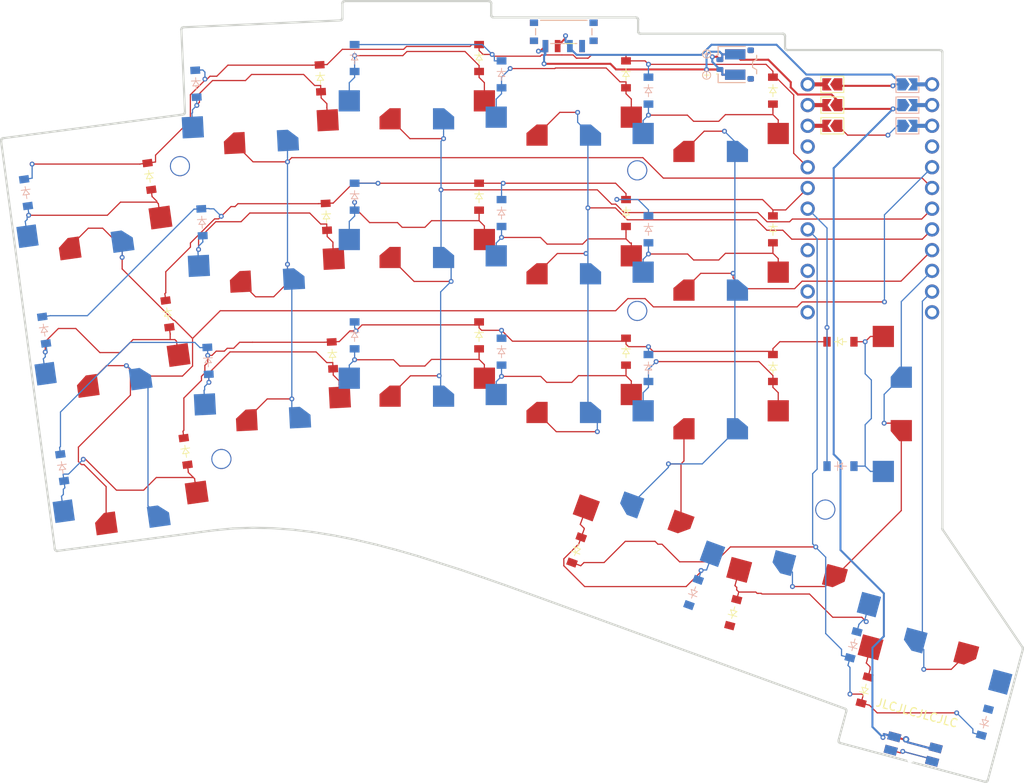
<source format=kicad_pcb>
(kicad_pcb (version 20221018) (generator pcbnew)
  (title_block (title "leveret") (rev "v1.0.0") (company "Unknown"))
  (layers (0 "F.Cu" signal) (31 "B.Cu" signal) (34 "B.Paste" user) (35 "F.Paste" user) (36 "B.SilkS" user "B.Silkscreen") (37 "F.SilkS" user "F.Silkscreen") (38 "B.Mask" user) (39 "F.Mask" user) (44 "Edge.Cuts" user))
  (net 0 "")
  (net 1 "RAW")
  (net 2 "GND")
  (net 3 "RST")
  (net 4 "R1")
  (net 5 "R2")
  (net 6 "R3")
  (net 7 "R4")
  (net 8 "P14")
  (net 9 "P15")
  (net 10 "P16")
  (net 11 "P17")
  (net 12 "C1")
  (net 13 "C2")
  (net 14 "C3")
  (net 15 "C4")
  (net 16 "C5")
  (net 17 "C6")
  (net 18 "C7")
  (net 19 "P27")
  (net 20 "ring_bottom")
  (net 21 "ring_home")
  (net 22 "ring_top")
  (net 23 "middle_bottom")
  (net 24 "middle_home")
  (net 25 "middle_top")
  (net 26 "index_bottom")
  (net 27 "index_home")
  (net 28 "index_top")
  (net 29 "inner_bottom")
  (net 30 "inner_home")
  (net 31 "inner_top")
  (net 32 "base_upper")
  (net 33 "flexion_lower")
  (net 34 "base_lower")
  (net 35 "extension_lower")
  (net 36 "pinky_bottom")
  (net 37 "pinky_home")
  (net 38 "pinky_top")
  (net 39 "BAT_P")
  (footprint "icon_bat" (layer "F.Cu") (at 170.261543 50.055011 90)
    (fp_text reference "ICON1" hide)
    (fp_text value "")
  )
  (footprint "ComboDiode" (layer "F.Cu") (at 124.418243 85.70711 -87)
    (fp_text reference "D19" hide)
    (fp_text value "")
  )
  (footprint "mounting_hole" (layer "F.Cu") (at 110.818543 98.409211 8)
    (fp_text reference "H2" hide)
    (fp_text value "")
  )
  (footprint "ComboDiode" (layer "F.Cu") (at 160.386544 85.25501 -90)
    (fp_text reference "D25" hide)
    (fp_text value "")
  )
  (footprint "mounting_hole" (layer "F.Cu") (at 161.761545 80.255012)
    (fp_text reference "H4" hide)
    (fp_text value "")
  )
  (footprint "ComboDiode" (layer "F.Cu") (at 106.437044 97.473112 -82)
    (fp_text reference "D16" hide)
    (fp_text value "")
  )
  (footprint "ComboDiode" (layer "F.Cu") (at 142.386544 83.255011 -90)
    (fp_text reference "D22" hide)
    (fp_text value "")
  )
  (footprint "ComboDiode" (layer "F.Cu") (at 178.386544 53.255011 -90)
    (fp_text reference "D30" hide)
    (fp_text value "")
  )
  (footprint "ComboDiode" (layer "F.Cu") (at 186.661943 84.03421)
    (fp_text reference "D38" hide)
    (fp_text value "")
  )
  (footprint "mounting_hole" (layer "F.Cu") (at 184.800644 104.60971 -15)
    (fp_text reference "H5" hide)
    (fp_text value "")
  )
  (footprint "PG1350" (layer "F.Cu") (at 152.761543 69.755011 180)
    (fp_text reference "S8" hide)
    (fp_text value "")
  )
  (footprint "ComboDiode" (layer "F.Cu") (at 142.386544 49.255011 -90)
    (fp_text reference "D24" hide)
    (fp_text value "")
  )
  (footprint "ComboDiode" (layer "F.Cu") (at 160.386544 68.255011 -90)
    (fp_text reference "D26" hide)
    (fp_text value "")
  )
  (footprint "PG1350" (layer "F.Cu") (at 162.011544 110.755011 -20)
    (fp_text reference "S14" hide)
    (fp_text value "")
  )
  (footprint "ComboDiode" (layer "F.Cu") (at 123.676743 68.723311 -87)
    (fp_text reference "D20" hide)
    (fp_text value "")
  )
  (footprint "power_switch" (layer "F.Cu") (at 152.761543 46.05501 90)
    (fp_text reference "SW1" hide)
    (fp_text value "")
  )
  (footprint "ComboDiode" (layer "F.Cu") (at 154.333444 109.55661 70)
    (fp_text reference "D34" hide)
    (fp_text value "")
  )
  (footprint "PG1350" (layer "F.Cu") (at 181.275244 117.766411 -15)
    (fp_text reference "S15" hide)
    (fp_text value "")
  )
  (footprint "ComboDiode" (layer "F.Cu") (at 101.999144 63.76391 -82)
    (fp_text reference "D18" hide)
    (fp_text value "")
  )
  (footprint "ComboDiode" (layer "F.Cu") (at 178.386543 70.255011 -90)
    (fp_text reference "D29" hide)
    (fp_text value "")
  )
  (footprint "PG1350" (layer "F.Cu") (at 116.124444 70.554412 -177)
    (fp_text reference "S2" hide)
    (fp_text value "")
  )
  (footprint "ComboDiode" (layer "F.Cu") (at 189.614444 126.73021 75)
    (fp_text reference "D36" hide)
    (fp_text value "")
  )
  (footprint "ComboDiode" (layer "F.Cu") (at 104.218043 80.61851 -82)
    (fp_text reference "D17" hide)
    (fp_text value "")
  )
  (footprint "PG1350" (layer "F.Cu") (at 134.761544 84.75501 180)
    (fp_text reference "S4" hide)
    (fp_text value "")
  )
  (footprint "PG1350" (layer "F.Cu") (at 170.761545 88.755011 180)
    (fp_text reference "S10" hide)
    (fp_text value "")
  )
  (footprint "ComboDiode" (layer "F.Cu") (at 178.386544 87.25501 -90)
    (fp_text reference "D28" hide)
    (fp_text value "")
  )
  (footprint "PG1350" (layer "F.Cu") (at 94.635144 66.246411 -172)
    (fp_text reference "S19" hide)
    (fp_text value "")
  )
  (footprint "PG1350" (layer "F.Cu") (at 116.865944 87.53821 -177)
    (fp_text reference "S1" hide)
    (fp_text value "")
  )
  (footprint "PG1350" (layer "F.Cu") (at 115.382944 53.57061 -177)
    (fp_text reference "S3" hide)
    (fp_text value "")
  )
  (footprint "ComboDiode" (layer "F.Cu") (at 122.935243 51.739411 -87)
    (fp_text reference "D21" hide)
    (fp_text value "")
  )
  (footprint "PG1350" (layer "F.Cu") (at 170.761543 71.75501 180)
    (fp_text reference "S11" hide)
    (fp_text value "")
  )
  (footprint "pads" (layer "F.Cu") (at 173.761544 50.05501 90)
    (fp_text reference "PAD1" hide)
    (fp_text value "")
  )
  (footprint "sw_reset_side" (layer "F.Cu") (at 195.569045 133.968012 165)
    (fp_text reference "SW2" hide)
    (fp_text value "reset_button")
  )
  (footprint "mounting_hole" (layer "F.Cu") (at 161.761543 63.025011)
    (fp_text reference "H3" hide)
    (fp_text value "")
  )
  (footprint "PG1350" (layer "F.Cu") (at 99.073043 99.95551 -172)
    (fp_text reference "S17" hide)
    (fp_text value "")
  )
  (footprint "ComboDiode" (layer "F.Cu") (at 142.386543 66.255011 -90)
    (fp_text reference "D23" hide)
    (fp_text value "")
  )
  (footprint "PG1350" (layer "F.Cu") (at 134.761544 50.75501 180)
    (fp_text reference "S6" hide)
    (fp_text value "")
  )
  (footprint "ComboDiode" (layer "F.Cu") (at 160.386544 51.255011 -90)
    (fp_text reference "D27" hide)
    (fp_text value "")
  )
  (footprint "PG1350" (layer "F.Cu") (at 170.761544 54.75501 180)
    (fp_text reference "S12" hide)
    (fp_text value "")
  )
  (footprint "PG1350" (layer "F.Cu") (at 134.761543 67.755011 180)
    (fp_text reference "S5" hide)
    (fp_text value "")
  )
  (footprint "mounting_hole" (layer "F.Cu") (at 105.739443 62.51281 3)
    (fp_text reference "H1" hide)
    (fp_text value "")
  )
  (footprint "PG1350" (layer "F.Cu") (at 152.761544 86.75501 180)
    (fp_text reference "S7" hide)
    (fp_text value "")
  )
  (footprint "ComboDiode" (layer "F.Cu") (at 173.521843 117.24181 75)
    (fp_text reference "D35" hide)
    (fp_text value "")
  )
  (footprint "PG1350" (layer "F.Cu") (at 188.161944 91.659211 -90)
    (fp_text reference "S13" hide)
    (fp_text value "")
  )
  (footprint "PG1350" (layer "F.Cu") (at 152.761544 52.755011 180)
    (fp_text reference "S9" hide)
    (fp_text value "")
  )
  (footprint "PG1350" (layer "F.Cu") (at 197.367844 127.25481 -15)
    (fp_text reference "S16" hide)
    (fp_text value "")
  )
  (footprint "PG1350" (layer "F.Cu") (at 96.854144 83.100912 -172)
    (fp_text reference "S18" hide)
    (fp_text value "")
  )
  (footprint "conn_molex_pico_ezmate_1x02" (layer "F.Cu") (at 173.761544 50.05501 90)
    (fp_text reference "CONN1" hide)
    (fp_text value "")
  )
  (footprint "edgecuts" (layer "F.Cu") (at 146.422543 90.12901)
    (fp_text reference "O1" hide)
    (fp_text value "edgecuts")
    (fp_line (start -62.596467 -30.755578) (end -62.596359 -30.740816) (stroke (width 0.264582)) (layer "Edge.Cuts"))
    (fp_line (start -62.596359 -30.740816) (end -62.595519 -30.726023) (stroke (width 0.264582)) (layer "Edge.Cuts"))
    (fp_line (start -62.595852 -30.770284) (end -62.596467 -30.755578) (stroke (width 0.264582)) (layer "Edge.Cuts"))
    (fp_line (start -62.595519 -30.726023) (end -62.593943 -30.711225) (stroke (width 0.264582)) (layer "Edge.Cuts"))
    (fp_line (start -62.59452 -30.784909) (end -62.595852 -30.770284) (stroke (width 0.264582)) (layer "Edge.Cuts"))
    (fp_line (start -62.593874 -30.712064) (end -60.414236 -14.154432) (stroke (width 0.264582)) (layer "Edge.Cuts"))
    (fp_line (start -62.592477 -30.799425) (end -62.59452 -30.784909) (stroke (width 0.264582)) (layer "Edge.Cuts"))
    (fp_line (start -62.589732 -30.813809) (end -62.592477 -30.799425) (stroke (width 0.264582)) (layer "Edge.Cuts"))
    (fp_line (start -62.586291 -30.828033) (end -62.589732 -30.813809) (stroke (width 0.264582)) (layer "Edge.Cuts"))
    (fp_line (start -62.58216 -30.842073) (end -62.586291 -30.828033) (stroke (width 0.264582)) (layer "Edge.Cuts"))
    (fp_line (start -62.577347 -30.855902) (end -62.58216 -30.842073) (stroke (width 0.264582)) (layer "Edge.Cuts"))
    (fp_line (start -62.571858 -30.869495) (end -62.577347 -30.855902) (stroke (width 0.264582)) (layer "Edge.Cuts"))
    (fp_line (start -62.5657 -30.882826) (end -62.571858 -30.869495) (stroke (width 0.264582)) (layer "Edge.Cuts"))
    (fp_line (start -62.558881 -30.89587) (end -62.5657 -30.882826) (stroke (width 0.264582)) (layer "Edge.Cuts"))
    (fp_line (start -62.551407 -30.908601) (end -62.558881 -30.89587) (stroke (width 0.264582)) (layer "Edge.Cuts"))
    (fp_line (start -62.543285 -30.920992) (end -62.551407 -30.908601) (stroke (width 0.264582)) (layer "Edge.Cuts"))
    (fp_line (start -62.534521 -30.933019) (end -62.543285 -30.920992) (stroke (width 0.264582)) (layer "Edge.Cuts"))
    (fp_line (start -62.525173 -30.944597) (end -62.534521 -30.933019) (stroke (width 0.264582)) (layer "Edge.Cuts"))
    (fp_line (start -62.515306 -30.95565) (end -62.525173 -30.944597) (stroke (width 0.264582)) (layer "Edge.Cuts"))
    (fp_line (start -62.504944 -30.966165) (end -62.515306 -30.95565) (stroke (width 0.264582)) (layer "Edge.Cuts"))
    (fp_line (start -62.49411 -30.976129) (end -62.504944 -30.966165) (stroke (width 0.264582)) (layer "Edge.Cuts"))
    (fp_line (start -62.482827 -30.985527) (end -62.49411 -30.976129) (stroke (width 0.264582)) (layer "Edge.Cuts"))
    (fp_line (start -62.471118 -30.994348) (end -62.482827 -30.985527) (stroke (width 0.264582)) (layer "Edge.Cuts"))
    (fp_line (start -62.459006 -31.002577) (end -62.471118 -30.994348) (stroke (width 0.264582)) (layer "Edge.Cuts"))
    (fp_line (start -62.446514 -31.010201) (end -62.459006 -31.002577) (stroke (width 0.264582)) (layer "Edge.Cuts"))
    (fp_line (start -62.433665 -31.017207) (end -62.446514 -31.010201) (stroke (width 0.264582)) (layer "Edge.Cuts"))
    (fp_line (start -62.420483 -31.023582) (end -62.433665 -31.017207) (stroke (width 0.264582)) (layer "Edge.Cuts"))
    (fp_line (start -62.40699 -31.029312) (end -62.420483 -31.023582) (stroke (width 0.264582)) (layer "Edge.Cuts"))
    (fp_line (start -62.393209 -31.034384) (end -62.40699 -31.029312) (stroke (width 0.264582)) (layer "Edge.Cuts"))
    (fp_line (start -62.379164 -31.038785) (end -62.393209 -31.034384) (stroke (width 0.264582)) (layer "Edge.Cuts"))
    (fp_line (start -62.364878 -31.042501) (end -62.379164 -31.038785) (stroke (width 0.264582)) (layer "Edge.Cuts"))
    (fp_line (start -62.350373 -31.045519) (end -62.364878 -31.042501) (stroke (width 0.264582)) (layer "Edge.Cuts"))
    (fp_line (start -62.335673 -31.047826) (end -62.350373 -31.045519) (stroke (width 0.264582)) (layer "Edge.Cuts"))
    (fp_line (start -62.335642 -31.048086) (end -40.328394 -33.94528) (stroke (width 0.264582)) (layer "Edge.Cuts"))
    (fp_line (start -60.414236 -14.154439) (end -60.410837 -14.128042) (stroke (width 0.264582)) (layer "Edge.Cuts"))
    (fp_line (start -60.410799 -14.127988) (end -58.195177 2.699511) (stroke (width 0.264582)) (layer "Edge.Cuts"))
    (fp_line (start -58.195177 2.699511) (end -58.191778 2.726016) (stroke (width 0.264582)) (layer "Edge.Cuts"))
    (fp_line (start -58.191736 2.72597) (end -56.012099 19.283602) (stroke (width 0.264582)) (layer "Edge.Cuts"))
    (fp_line (start -56.012034 19.283389) (end -56.009631 19.298643) (stroke (width 0.264582)) (layer "Edge.Cuts"))
    (fp_line (start -56.009631 19.298643) (end -56.006493 19.313596) (stroke (width 0.264582)) (layer "Edge.Cuts"))
    (fp_line (start -56.006493 19.313596) (end -56.002641 19.328231) (stroke (width 0.264582)) (layer "Edge.Cuts"))
    (fp_line (start -56.002641 19.328231) (end -55.998096 19.342533) (stroke (width 0.264582)) (layer "Edge.Cuts"))
    (fp_line (start -55.998096 19.342533) (end -55.99288 19.356485) (stroke (width 0.264582)) (layer "Edge.Cuts"))
    (fp_line (start -55.99288 19.356485) (end -55.987013 19.370071) (stroke (width 0.264582)) (layer "Edge.Cuts"))
    (fp_line (start -55.987013 19.370071) (end -55.980517 19.383274) (stroke (width 0.264582)) (layer "Edge.Cuts"))
    (fp_line (start -55.980517 19.383274) (end -55.973413 19.396079) (stroke (width 0.264582)) (layer "Edge.Cuts"))
    (fp_line (start -55.973413 19.396079) (end -55.965721 19.408469) (stroke (width 0.264582)) (layer "Edge.Cuts"))
    (fp_line (start -55.965721 19.408469) (end -55.957464 19.420428) (stroke (width 0.264582)) (layer "Edge.Cuts"))
    (fp_line (start -55.957464 19.420428) (end -55.948663 19.43194) (stroke (width 0.264582)) (layer "Edge.Cuts"))
    (fp_line (start -55.948663 19.43194) (end -55.939337 19.442988) (stroke (width 0.264582)) (layer "Edge.Cuts"))
    (fp_line (start -55.939337 19.442988) (end -55.929509 19.453557) (stroke (width 0.264582)) (layer "Edge.Cuts"))
    (fp_line (start -55.929509 19.453557) (end -55.9192 19.463629) (stroke (width 0.264582)) (layer "Edge.Cuts"))
    (fp_line (start -55.9192 19.463629) (end -55.908431 19.47319) (stroke (width 0.264582)) (layer "Edge.Cuts"))
    (fp_line (start -55.908431 19.47319) (end -55.897223 19.482222) (stroke (width 0.264582)) (layer "Edge.Cuts"))
    (fp_line (start -55.897223 19.482222) (end -55.885597 19.49071) (stroke (width 0.264582)) (layer "Edge.Cuts"))
    (fp_line (start -55.885597 19.49071) (end -55.873574 19.498636) (stroke (width 0.264582)) (layer "Edge.Cuts"))
    (fp_line (start -55.873574 19.498636) (end -55.861176 19.505986) (stroke (width 0.264582)) (layer "Edge.Cuts"))
    (fp_line (start -55.861176 19.505986) (end -55.848423 19.512743) (stroke (width 0.264582)) (layer "Edge.Cuts"))
    (fp_line (start -55.848423 19.512743) (end -55.835337 19.51889) (stroke (width 0.264582)) (layer "Edge.Cuts"))
    (fp_line (start -55.835337 19.51889) (end -55.821939 19.524411) (stroke (width 0.264582)) (layer "Edge.Cuts"))
    (fp_line (start -55.821939 19.524411) (end -55.80825 19.529291) (stroke (width 0.264582)) (layer "Edge.Cuts"))
    (fp_line (start -55.80825 19.529291) (end -55.794291 19.533512) (stroke (width 0.264582)) (layer "Edge.Cuts"))
    (fp_line (start -55.794291 19.533512) (end -55.780083 19.537059) (stroke (width 0.264582)) (layer "Edge.Cuts"))
    (fp_line (start -55.780083 19.537059) (end -55.765648 19.539916) (stroke (width 0.264582)) (layer "Edge.Cuts"))
    (fp_line (start -55.765648 19.539916) (end -55.751007 19.542065) (stroke (width 0.264582)) (layer "Edge.Cuts"))
    (fp_line (start -55.751007 19.542065) (end -55.73618 19.543492) (stroke (width 0.264582)) (layer "Edge.Cuts"))
    (fp_line (start -55.73618 19.543492) (end -55.721189 19.544179) (stroke (width 0.264582)) (layer "Edge.Cuts"))
    (fp_line (start -55.721189 19.544179) (end -55.706056 19.544111) (stroke (width 0.264582)) (layer "Edge.Cuts"))
    (fp_line (start -55.706056 19.544111) (end -55.6908 19.543271) (stroke (width 0.264582)) (layer "Edge.Cuts"))
    (fp_line (start -55.6908 19.543271) (end -55.675444 19.541644) (stroke (width 0.264582)) (layer "Edge.Cuts"))
    (fp_line (start -55.675551 19.542895) (end -36.604121 17.032) (stroke (width 0.264582)) (layer "Edge.Cuts"))
    (fp_line (start -40.508002 -44.348232) (end -40.507719 -44.332792) (stroke (width 0.264582)) (layer "Edge.Cuts"))
    (fp_line (start -40.50778 -44.332815) (end -40.067778 -34.254835) (stroke (width 0.264582)) (layer "Edge.Cuts"))
    (fp_line (start -40.507509 -44.363503) (end -40.508002 -44.348232) (stroke (width 0.264582)) (layer "Edge.Cuts"))
    (fp_line (start -40.506257 -44.378586) (end -40.507509 -44.363503) (stroke (width 0.264582)) (layer "Edge.Cuts"))
    (fp_line (start -40.504266 -44.39346) (end -40.506257 -44.378586) (stroke (width 0.264582)) (layer "Edge.Cuts"))
    (fp_line (start -40.501552 -44.408106) (end -40.504266 -44.39346) (stroke (width 0.264582)) (layer "Edge.Cuts"))
    (fp_line (start -40.498134 -44.422505) (end -40.501552 -44.408106) (stroke (width 0.264582)) (layer "Edge.Cuts"))
    (fp_line (start -40.494029 -44.436637) (end -40.498134 -44.422505) (stroke (width 0.264582)) (layer "Edge.Cuts"))
    (fp_line (start -40.489257 -44.450481) (end -40.494029 -44.436637) (stroke (width 0.264582)) (layer "Edge.Cuts"))
    (fp_line (start -40.483834 -44.464019) (end -40.489257 -44.450481) (stroke (width 0.264582)) (layer "Edge.Cuts"))
    (fp_line (start -40.477779 -44.477231) (end -40.483834 -44.464019) (stroke (width 0.264582)) (layer "Edge.Cuts"))
    (fp_line (start -40.47111 -44.490097) (end -40.477779 -44.477231) (stroke (width 0.264582)) (layer "Edge.Cuts"))
    (fp_line (start -40.463845 -44.502597) (end -40.47111 -44.490097) (stroke (width 0.264582)) (layer "Edge.Cuts"))
    (fp_line (start -40.456002 -44.514712) (end -40.463845 -44.502597) (stroke (width 0.264582)) (layer "Edge.Cuts"))
    (fp_line (start -40.447599 -44.526423) (end -40.456002 -44.514712) (stroke (width 0.264582)) (layer "Edge.Cuts"))
    (fp_line (start -40.438654 -44.537708) (end -40.447599 -44.526423) (stroke (width 0.264582)) (layer "Edge.Cuts"))
    (fp_line (start -40.429184 -44.54855) (end -40.438654 -44.537708) (stroke (width 0.264582)) (layer "Edge.Cuts"))
    (fp_line (start -40.419209 -44.558928) (end -40.429184 -44.54855) (stroke (width 0.264582)) (layer "Edge.Cuts"))
    (fp_line (start -40.408745 -44.568823) (end -40.419209 -44.558928) (stroke (width 0.264582)) (layer "Edge.Cuts"))
    (fp_line (start -40.397811 -44.578214) (end -40.408745 -44.568823) (stroke (width 0.264582)) (layer "Edge.Cuts"))
    (fp_line (start -40.386426 -44.587083) (end -40.397811 -44.578214) (stroke (width 0.264582)) (layer "Edge.Cuts"))
    (fp_line (start -40.374606 -44.595409) (end -40.386426 -44.587083) (stroke (width 0.264582)) (layer "Edge.Cuts"))
    (fp_line (start -40.36237 -44.603174) (end -40.374606 -44.595409) (stroke (width 0.264582)) (layer "Edge.Cuts"))
    (fp_line (start -40.349736 -44.610356) (end -40.36237 -44.603174) (stroke (width 0.264582)) (layer "Edge.Cuts"))
    (fp_line (start -40.336722 -44.616938) (end -40.349736 -44.610356) (stroke (width 0.264582)) (layer "Edge.Cuts"))
    (fp_line (start -40.328299 -33.945142) (end -40.313964 -33.947378) (stroke (width 0.264582)) (layer "Edge.Cuts"))
    (fp_line (start -40.323346 -44.622898) (end -40.336722 -44.616938) (stroke (width 0.264582)) (layer "Edge.Cuts"))
    (fp_line (start -40.313964 -33.947378) (end -40.299884 -33.950268) (stroke (width 0.264582)) (layer "Edge.Cuts"))
    (fp_line (start -40.309626 -44.628218) (end -40.323346 -44.622898) (stroke (width 0.264582)) (layer "Edge.Cuts"))
    (fp_line (start -40.299884 -33.950268) (end -40.286074 -33.953794) (stroke (width 0.264582)) (layer "Edge.Cuts"))
    (fp_line (start -40.29558 -44.632877) (end -40.309626 -44.628218) (stroke (width 0.264582)) (layer "Edge.Cuts"))
    (fp_line (start -40.286074 -33.953794) (end -40.272548 -33.95794) (stroke (width 0.264582)) (layer "Edge.Cuts"))
    (fp_line (start -40.281226 -44.636856) (end -40.29558 -44.632877) (stroke (width 0.264582)) (layer "Edge.Cuts"))
    (fp_line (start -40.272548 -33.95794) (end -40.259321 -33.962687) (stroke (width 0.264582)) (layer "Edge.Cuts"))
    (fp_line (start -40.266582 -44.640136) (end -40.281226 -44.636856) (stroke (width 0.264582)) (layer "Edge.Cuts"))
    (fp_line (start -40.259321 -33.962687) (end -40.246406 -33.96802) (stroke (width 0.264582)) (layer "Edge.Cuts"))
    (fp_line (start -40.251666 -44.642697) (end -40.266582 -44.640136) (stroke (width 0.264582)) (layer "Edge.Cuts"))
    (fp_line (start -40.246406 -33.96802) (end -40.233819 -33.973921) (stroke (width 0.264582)) (layer "Edge.Cuts"))
    (fp_line (start -40.236496 -44.644519) (end -40.251666 -44.642697) (stroke (width 0.264582)) (layer "Edge.Cuts"))
    (fp_line (start -40.233819 -33.973921) (end -40.221574 -33.980372) (stroke (width 0.264582)) (layer "Edge.Cuts"))
    (fp_line (start -40.221574 -33.980372) (end -40.209685 -33.987356) (stroke (width 0.264582)) (layer "Edge.Cuts"))
    (fp_line (start -40.221091 -44.645582) (end -40.236496 -44.644519) (stroke (width 0.264582)) (layer "Edge.Cuts"))
    (fp_line (start -40.220972 -44.645025) (end -21.066462 -45.481107) (stroke (width 0.264582)) (layer "Edge.Cuts"))
    (fp_line (start -40.209685 -33.987356) (end -40.198166 -33.994857) (stroke (width 0.264582)) (layer "Edge.Cuts"))
    (fp_line (start -40.198166 -33.994857) (end -40.187033 -34.002856) (stroke (width 0.264582)) (layer "Edge.Cuts"))
    (fp_line (start -40.187033 -34.002856) (end -40.176299 -34.011338) (stroke (width 0.264582)) (layer "Edge.Cuts"))
    (fp_line (start -40.176299 -34.011338) (end -40.16598 -34.020284) (stroke (width 0.264582)) (layer "Edge.Cuts"))
    (fp_line (start -40.16598 -34.020284) (end -40.156088 -34.029677) (stroke (width 0.264582)) (layer "Edge.Cuts"))
    (fp_line (start -40.156088 -34.029677) (end -40.14664 -34.039501) (stroke (width 0.264582)) (layer "Edge.Cuts"))
    (fp_line (start -40.14664 -34.039501) (end -40.137648 -34.049737) (stroke (width 0.264582)) (layer "Edge.Cuts"))
    (fp_line (start -40.137648 -34.049737) (end -40.129129 -34.06037) (stroke (width 0.264582)) (layer "Edge.Cuts"))
    (fp_line (start -40.129129 -34.06037) (end -40.121095 -34.071381) (stroke (width 0.264582)) (layer "Edge.Cuts"))
    (fp_line (start -40.121095 -34.071381) (end -40.113562 -34.082753) (stroke (width 0.264582)) (layer "Edge.Cuts"))
    (fp_line (start -40.113562 -34.082753) (end -40.106544 -34.09447) (stroke (width 0.264582)) (layer "Edge.Cuts"))
    (fp_line (start -40.106544 -34.09447) (end -40.100056 -34.106514) (stroke (width 0.264582)) (layer "Edge.Cuts"))
    (fp_line (start -40.100056 -34.106514) (end -40.094111 -34.118867) (stroke (width 0.264582)) (layer "Edge.Cuts"))
    (fp_line (start -40.094111 -34.118867) (end -40.088724 -34.131513) (stroke (width 0.264582)) (layer "Edge.Cuts"))
    (fp_line (start -40.088724 -34.131513) (end -40.08391 -34.144435) (stroke (width 0.264582)) (layer "Edge.Cuts"))
    (fp_line (start -40.08391 -34.144435) (end -40.079684 -34.157614) (stroke (width 0.264582)) (layer "Edge.Cuts"))
    (fp_line (start -40.079684 -34.157614) (end -40.076058 -34.171035) (stroke (width 0.264582)) (layer "Edge.Cuts"))
    (fp_line (start -40.076058 -34.171035) (end -40.073049 -34.18468) (stroke (width 0.264582)) (layer "Edge.Cuts"))
    (fp_line (start -40.073049 -34.18468) (end -40.07067 -34.198531) (stroke (width 0.264582)) (layer "Edge.Cuts"))
    (fp_line (start -40.07067 -34.198531) (end -40.068936 -34.212572) (stroke (width 0.264582)) (layer "Edge.Cuts"))
    (fp_line (start -40.068936 -34.212572) (end -40.067861 -34.226785) (stroke (width 0.264582)) (layer "Edge.Cuts"))
    (fp_line (start -40.067861 -34.226785) (end -40.06746 -34.241153) (stroke (width 0.264582)) (layer "Edge.Cuts"))
    (fp_line (start -40.06746 -34.241153) (end -40.067747 -34.255659) (stroke (width 0.264582)) (layer "Edge.Cuts"))
    (fp_line (start -36.604121 17.031985) (end -34.201502 16.796043) (stroke (width 0.264582)) (layer "Edge.Cuts"))
    (fp_line (start -34.201502 16.796043) (end -31.768004 16.709947) (stroke (width 0.264582)) (layer "Edge.Cuts"))
    (fp_line (start -31.768004 16.709947) (end -29.305687 16.763707) (stroke (width 0.264582)) (layer "Edge.Cuts"))
    (fp_line (start -29.305687 16.763707) (end -26.816609 16.947334) (stroke (width 0.264582)) (layer "Edge.Cuts"))
    (fp_line (start -26.816609 16.947334) (end -24.302828 17.250838) (stroke (width 0.264582)) (layer "Edge.Cuts"))
    (fp_line (start -24.302828 17.250838) (end -21.766402 17.664228) (stroke (width 0.264582)) (layer "Edge.Cuts"))
    (fp_line (start -21.766402 17.664228) (end -19.209391 18.177516) (stroke (width 0.264582)) (layer "Edge.Cuts"))
    (fp_line (start -21.06637 -45.481901) (end -21.051431 -45.482921) (stroke (width 0.264582)) (layer "Edge.Cuts"))
    (fp_line (start -21.051431 -45.482921) (end -21.036707 -45.484657) (stroke (width 0.264582)) (layer "Edge.Cuts"))
    (fp_line (start -21.036707 -45.484657) (end -21.022217 -45.48709) (stroke (width 0.264582)) (layer "Edge.Cuts"))
    (fp_line (start -21.022217 -45.48709) (end -21.007976 -45.490203) (stroke (width 0.264582)) (layer "Edge.Cuts"))
    (fp_line (start -21.007976 -45.490203) (end -20.994003 -45.493979) (stroke (width 0.264582)) (layer "Edge.Cuts"))
    (fp_line (start -20.994003 -45.493979) (end -20.980313 -45.498399) (stroke (width 0.264582)) (layer "Edge.Cuts"))
    (fp_line (start -20.980313 -45.498399) (end -20.966924 -45.503446) (stroke (width 0.264582)) (layer "Edge.Cuts"))
    (fp_line (start -20.966924 -45.503446) (end -20.953852 -45.509103) (stroke (width 0.264582)) (layer "Edge.Cuts"))
    (fp_line (start -20.953852 -45.509103) (end -20.941115 -45.515351) (stroke (width 0.264582)) (layer "Edge.Cuts"))
    (fp_line (start -20.941115 -45.515351) (end -20.92873 -45.522172) (stroke (width 0.264582)) (layer "Edge.Cuts"))
    (fp_line (start -20.92873 -45.522172) (end -20.916713 -45.52955) (stroke (width 0.264582)) (layer "Edge.Cuts"))
    (fp_line (start -20.916713 -45.52955) (end -20.905081 -45.537467) (stroke (width 0.264582)) (layer "Edge.Cuts"))
    (fp_line (start -20.905081 -45.537467) (end -20.893852 -45.545904) (stroke (width 0.264582)) (layer "Edge.Cuts"))
    (fp_line (start -20.893852 -45.545904) (end -20.883042 -45.554844) (stroke (width 0.264582)) (layer "Edge.Cuts"))
    (fp_line (start -20.883042 -45.554844) (end -20.872668 -45.56427) (stroke (width 0.264582)) (layer "Edge.Cuts"))
    (fp_line (start -20.872668 -45.56427) (end -20.862747 -45.574163) (stroke (width 0.264582)) (layer "Edge.Cuts"))
    (fp_line (start -20.862747 -45.574163) (end -20.853297 -45.584506) (stroke (width 0.264582)) (layer "Edge.Cuts"))
    (fp_line (start -20.853297 -45.584506) (end -20.844333 -45.595282) (stroke (width 0.264582)) (layer "Edge.Cuts"))
    (fp_line (start -20.844333 -45.595282) (end -20.835873 -45.606472) (stroke (width 0.264582)) (layer "Edge.Cuts"))
    (fp_line (start -20.835873 -45.606472) (end -20.827935 -45.618059) (stroke (width 0.264582)) (layer "Edge.Cuts"))
    (fp_line (start -20.827935 -45.618059) (end -20.820533 -45.630025) (stroke (width 0.264582)) (layer "Edge.Cuts"))
    (fp_line (start -20.820533 -45.630025) (end -20.813687 -45.642353) (stroke (width 0.264582)) (layer "Edge.Cuts"))
    (fp_line (start -20.813687 -45.642353) (end -20.807412 -45.655025) (stroke (width 0.264582)) (layer "Edge.Cuts"))
    (fp_line (start -20.807412 -45.655025) (end -20.801726 -45.668022) (stroke (width 0.264582)) (layer "Edge.Cuts"))
    (fp_line (start -20.801726 -45.668022) (end -20.796646 -45.681329) (stroke (width 0.264582)) (layer "Edge.Cuts"))
    (fp_line (start -20.796646 -45.681329) (end -20.792188 -45.694925) (stroke (width 0.264582)) (layer "Edge.Cuts"))
    (fp_line (start -20.792188 -45.694925) (end -20.788369 -45.708795) (stroke (width 0.264582)) (layer "Edge.Cuts"))
    (fp_line (start -20.788369 -45.708795) (end -20.785207 -45.722921) (stroke (width 0.264582)) (layer "Edge.Cuts"))
    (fp_line (start -20.785207 -45.722921) (end -20.782718 -45.737284) (stroke (width 0.264582)) (layer "Edge.Cuts"))
    (fp_line (start -20.782718 -45.737284) (end -20.780919 -45.751867) (stroke (width 0.264582)) (layer "Edge.Cuts"))
    (fp_line (start -20.780919 -45.751867) (end -20.779827 -45.766652) (stroke (width 0.264582)) (layer "Edge.Cuts"))
    (fp_line (start -20.779827 -45.766652) (end -20.779459 -45.781621) (stroke (width 0.264582)) (layer "Edge.Cuts"))
    (fp_line (start -20.779391 -45.782735) (end -20.779391 -47.552801) (stroke (width 0.264582)) (layer "Edge.Cuts"))
    (fp_line (start -20.779068 -47.569154) (end -20.779459 -47.553716) (stroke (width 0.264582)) (layer "Edge.Cuts"))
    (fp_line (start -20.777909 -47.584388) (end -20.779068 -47.569154) (stroke (width 0.264582)) (layer "Edge.Cuts"))
    (fp_line (start -20.776001 -47.599402) (end -20.777909 -47.584388) (stroke (width 0.264582)) (layer "Edge.Cuts"))
    (fp_line (start -20.773362 -47.614175) (end -20.776001 -47.599402) (stroke (width 0.264582)) (layer "Edge.Cuts"))
    (fp_line (start -20.770011 -47.628688) (end -20.773362 -47.614175) (stroke (width 0.264582)) (layer "Edge.Cuts"))
    (fp_line (start -20.765968 -47.642924) (end -20.770011 -47.628688) (stroke (width 0.264582)) (layer "Edge.Cuts"))
    (fp_line (start -20.761251 -47.656863) (end -20.765968 -47.642924) (stroke (width 0.264582)) (layer "Edge.Cuts"))
    (fp_line (start -20.755879 -47.670486) (end -20.761251 -47.656863) (stroke (width 0.264582)) (layer "Edge.Cuts"))
    (fp_line (start -20.749871 -47.683774) (end -20.755879 -47.670486) (stroke (width 0.264582)) (layer "Edge.Cuts"))
    (fp_line (start -20.743246 -47.696709) (end -20.749871 -47.683774) (stroke (width 0.264582)) (layer "Edge.Cuts"))
    (fp_line (start -20.736022 -47.709271) (end -20.743246 -47.696709) (stroke (width 0.264582)) (layer "Edge.Cuts"))
    (fp_line (start -20.728218 -47.721443) (end -20.736022 -47.709271) (stroke (width 0.264582)) (layer "Edge.Cuts"))
    (fp_line (start -20.719854 -47.733204) (end -20.728218 -47.721443) (stroke (width 0.264582)) (layer "Edge.Cuts"))
    (fp_line (start -20.710948 -47.744537) (end -20.719854 -47.733204) (stroke (width 0.264582)) (layer "Edge.Cuts"))
    (fp_line (start -20.701518 -47.755422) (end -20.710948 -47.744537) (stroke (width 0.264582)) (layer "Edge.Cuts"))
    (fp_line (start -20.691585 -47.76584) (end -20.701518 -47.755422) (stroke (width 0.264582)) (layer "Edge.Cuts"))
    (fp_line (start -20.681166 -47.775773) (end -20.691585 -47.76584) (stroke (width 0.264582)) (layer "Edge.Cuts"))
    (fp_line (start -20.670281 -47.785202) (end -20.681166 -47.775773) (stroke (width 0.264582)) (layer "Edge.Cuts"))
    (fp_line (start -20.658947 -47.794107) (end -20.670281 -47.785202) (stroke (width 0.264582)) (layer "Edge.Cuts"))
    (fp_line (start -20.647186 -47.802471) (end -20.658947 -47.794107) (stroke (width 0.264582)) (layer "Edge.Cuts"))
    (fp_line (start -20.635014 -47.810274) (end -20.647186 -47.802471) (stroke (width 0.264582)) (layer "Edge.Cuts"))
    (fp_line (start -20.622451 -47.817497) (end -20.635014 -47.810274) (stroke (width 0.264582)) (layer "Edge.Cuts"))
    (fp_line (start -20.609516 -47.824122) (end -20.622451 -47.817497) (stroke (width 0.264582)) (layer "Edge.Cuts"))
    (fp_line (start -20.596227 -47.83013) (end -20.609516 -47.824122) (stroke (width 0.264582)) (layer "Edge.Cuts"))
    (fp_line (start -20.582604 -47.835501) (end -20.596227 -47.83013) (stroke (width 0.264582)) (layer "Edge.Cuts"))
    (fp_line (start -20.568665 -47.840217) (end -20.582604 -47.835501) (stroke (width 0.264582)) (layer "Edge.Cuts"))
    (fp_line (start -20.554429 -47.84426) (end -20.568665 -47.840217) (stroke (width 0.264582)) (layer "Edge.Cuts"))
    (fp_line (start -20.539915 -47.847609) (end -20.554429 -47.84426) (stroke (width 0.264582)) (layer "Edge.Cuts"))
    (fp_line (start -20.525142 -47.850248) (end -20.539915 -47.847609) (stroke (width 0.264582)) (layer "Edge.Cuts"))
    (fp_line (start -20.510129 -47.852155) (end -20.525142 -47.850248) (stroke (width 0.264582)) (layer "Edge.Cuts"))
    (fp_line (start -20.494894 -47.853314) (end -20.510129 -47.852155) (stroke (width 0.264582)) (layer "Edge.Cuts"))
    (fp_line (start -20.479456 -47.853704) (end -20.494894 -47.853314) (stroke (width 0.264582)) (layer "Edge.Cuts"))
    (fp_line (start -19.209391 18.177516) (end -16.633852 18.780711) (stroke (width 0.264582)) (layer "Edge.Cuts"))
    (fp_line (start -16.633852 18.780711) (end -14.041845 19.463823) (stroke (width 0.264582)) (layer "Edge.Cuts"))
    (fp_line (start -14.041845 19.463823) (end -11.435427 20.216864) (stroke (width 0.264582)) (layer "Edge.Cuts"))
    (fp_line (start -11.435427 20.216864) (end -6.187596 21.89277) (stroke (width 0.264582)) (layer "Edge.Cuts"))
    (fp_line (start -6.187596 21.89277) (end -0.906825 23.72851) (stroke (width 0.264582)) (layer "Edge.Cuts"))
    (fp_line (start -2.853342 -47.854421) (end -20.479349 -47.854421) (stroke (width 0.264582)) (layer "Edge.Cuts"))
    (fp_line (start -2.838019 -47.853321) (end -2.853457 -47.853712) (stroke (width 0.264582)) (layer "Edge.Cuts"))
    (fp_line (start -2.822784 -47.852161) (end -2.838019 -47.853321) (stroke (width 0.264582)) (layer "Edge.Cuts"))
    (fp_line (start -2.807771 -47.850253) (end -2.822784 -47.852161) (stroke (width 0.264582)) (layer "Edge.Cuts"))
    (fp_line (start -2.792998 -47.847614) (end -2.807771 -47.850253) (stroke (width 0.264582)) (layer "Edge.Cuts"))
    (fp_line (start -2.778484 -47.844264) (end -2.792998 -47.847614) (stroke (width 0.264582)) (layer "Edge.Cuts"))
    (fp_line (start -2.764248 -47.840221) (end -2.778484 -47.844264) (stroke (width 0.264582)) (layer "Edge.Cuts"))
    (fp_line (start -2.750309 -47.835504) (end -2.764248 -47.840221) (stroke (width 0.264582)) (layer "Edge.Cuts"))
    (fp_line (start -2.736686 -47.830132) (end -2.750309 -47.835504) (stroke (width 0.264582)) (layer "Edge.Cuts"))
    (fp_line (start -2.723398 -47.824124) (end -2.736686 -47.830132) (stroke (width 0.264582)) (layer "Edge.Cuts"))
    (fp_line (start -2.710462 -47.817499) (end -2.723398 -47.824124) (stroke (width 0.264582)) (layer "Edge.Cuts"))
    (fp_line (start -2.6979 -47.810275) (end -2.710462 -47.817499) (stroke (width 0.264582)) (layer "Edge.Cuts"))
    (fp_line (start -2.685728 -47.802471) (end -2.6979 -47.810275) (stroke (width 0.264582)) (layer "Edge.Cuts"))
    (fp_line (start -2.673966 -47.794107) (end -2.685728 -47.802471) (stroke (width 0.264582)) (layer "Edge.Cuts"))
    (fp_line (start -2.662633 -47.785201) (end -2.673966 -47.794107) (stroke (width 0.264582)) (layer "Edge.Cuts"))
    (fp_line (start -2.651748 -47.775772) (end -2.662633 -47.785201) (stroke (width 0.264582)) (layer "Edge.Cuts"))
    (fp_line (start -2.641329 -47.765839) (end -2.651748 -47.775772) (stroke (width 0.264582)) (layer "Edge.Cuts"))
    (fp_line (start -2.631396 -47.755421) (end -2.641329 -47.765839) (stroke (width 0.264582)) (layer "Edge.Cuts"))
    (fp_line (start -2.621967 -47.744536) (end -2.631396 -47.755421) (stroke (width 0.264582)) (layer "Edge.Cuts"))
    (fp_line (start -2.613061 -47.733203) (end -2.621967 -47.744536) (stroke (width 0.264582)) (layer "Edge.Cuts"))
    (fp_line (start -2.604697 -47.721442) (end -2.613061 -47.733203) (stroke (width 0.264582)) (layer "Edge.Cuts"))
    (fp_line (start -2.596893 -47.70927) (end -2.604697 -47.721442) (stroke (width 0.264582)) (layer "Edge.Cuts"))
    (fp_line (start -2.58967 -47.696708) (end -2.596893 -47.70927) (stroke (width 0.264582)) (layer "Edge.Cuts"))
    (fp_line (start -2.583045 -47.683774) (end -2.58967 -47.696708) (stroke (width 0.264582)) (layer "Edge.Cuts"))
    (fp_line (start -2.577037 -47.670486) (end -2.583045 -47.683774) (stroke (width 0.264582)) (layer "Edge.Cuts"))
    (fp_line (start -2.571665 -47.656863) (end -2.577037 -47.670486) (stroke (width 0.264582)) (layer "Edge.Cuts"))
    (fp_line (start -2.566949 -47.642925) (end -2.571665 -47.656863) (stroke (width 0.264582)) (layer "Edge.Cuts"))
    (fp_line (start -2.562906 -47.62869) (end -2.566949 -47.642925) (stroke (width 0.264582)) (layer "Edge.Cuts"))
    (fp_line (start -2.559556 -47.614178) (end -2.562906 -47.62869) (stroke (width 0.264582)) (layer "Edge.Cuts"))
    (fp_line (start -2.556918 -47.599406) (end -2.559556 -47.614178) (stroke (width 0.264582)) (layer "Edge.Cuts"))
    (fp_line (start -2.55501 -47.584393) (end -2.556918 -47.599406) (stroke (width 0.264582)) (layer "Edge.Cuts"))
    (fp_line (start -2.553852 -47.56916) (end -2.55501 -47.584393) (stroke (width 0.264582)) (layer "Edge.Cuts"))
    (fp_line (start -2.553576 -46.15315) (end -2.553576 -47.552801) (stroke (width 0.264582)) (layer "Edge.Cuts"))
    (fp_line (start -2.553461 -47.553724) (end -2.553852 -47.56916) (stroke (width 0.264582)) (layer "Edge.Cuts"))
    (fp_line (start -2.553461 -46.153707) (end -2.553071 -46.138271) (stroke (width 0.264582)) (layer "Edge.Cuts"))
    (fp_line (start -2.553071 -46.138271) (end -2.551912 -46.123037) (stroke (width 0.264582)) (layer "Edge.Cuts"))
    (fp_line (start -2.551912 -46.123037) (end -2.550005 -46.108025) (stroke (width 0.264582)) (layer "Edge.Cuts"))
    (fp_line (start -2.550005 -46.108025) (end -2.547366 -46.093253) (stroke (width 0.264582)) (layer "Edge.Cuts"))
    (fp_line (start -2.547366 -46.093253) (end -2.544017 -46.078741) (stroke (width 0.264582)) (layer "Edge.Cuts"))
    (fp_line (start -2.544017 -46.078741) (end -2.539974 -46.064506) (stroke (width 0.264582)) (layer "Edge.Cuts"))
    (fp_line (start -2.539974 -46.064506) (end -2.535257 -46.050568) (stroke (width 0.264582)) (layer "Edge.Cuts"))
    (fp_line (start -2.535257 -46.050568) (end -2.529886 -46.036945) (stroke (width 0.264582)) (layer "Edge.Cuts"))
    (fp_line (start -2.529886 -46.036945) (end -2.523878 -46.023657) (stroke (width 0.264582)) (layer "Edge.Cuts"))
    (fp_line (start -2.523878 -46.023657) (end -2.517253 -46.010723) (stroke (width 0.264582)) (layer "Edge.Cuts"))
    (fp_line (start -2.517253 -46.010723) (end -2.510029 -45.99816) (stroke (width 0.264582)) (layer "Edge.Cuts"))
    (fp_line (start -2.510029 -45.99816) (end -2.502226 -45.985989) (stroke (width 0.264582)) (layer "Edge.Cuts"))
    (fp_line (start -2.502226 -45.985989) (end -2.493862 -45.974228) (stroke (width 0.264582)) (layer "Edge.Cuts"))
    (fp_line (start -2.493862 -45.974228) (end -2.484956 -45.962895) (stroke (width 0.264582)) (layer "Edge.Cuts"))
    (fp_line (start -2.484956 -45.962895) (end -2.475527 -45.95201) (stroke (width 0.264582)) (layer "Edge.Cuts"))
    (fp_line (start -2.475527 -45.95201) (end -2.465594 -45.941592) (stroke (width 0.264582)) (layer "Edge.Cuts"))
    (fp_line (start -2.465594 -45.941592) (end -2.455175 -45.931659) (stroke (width 0.264582)) (layer "Edge.Cuts"))
    (fp_line (start -2.455175 -45.931659) (end -2.44429 -45.92223) (stroke (width 0.264582)) (layer "Edge.Cuts"))
    (fp_line (start -2.44429 -45.92223) (end -2.432957 -45.913324) (stroke (width 0.264582)) (layer "Edge.Cuts"))
    (fp_line (start -2.432957 -45.913324) (end -2.421195 -45.90496) (stroke (width 0.264582)) (layer "Edge.Cuts"))
    (fp_line (start -2.421195 -45.90496) (end -2.409023 -45.897156) (stroke (width 0.264582)) (layer "Edge.Cuts"))
    (fp_line (start -2.409023 -45.897156) (end -2.39646 -45.889932) (stroke (width 0.264582)) (layer "Edge.Cuts"))
    (fp_line (start -2.39646 -45.889932) (end -2.383525 -45.883307) (stroke (width 0.264582)) (layer "Edge.Cuts"))
    (fp_line (start -2.383525 -45.883307) (end -2.370236 -45.877299) (stroke (width 0.264582)) (layer "Edge.Cuts"))
    (fp_line (start -2.370236 -45.877299) (end -2.356613 -45.871927) (stroke (width 0.264582)) (layer "Edge.Cuts"))
    (fp_line (start -2.356613 -45.871927) (end -2.342674 -45.86721) (stroke (width 0.264582)) (layer "Edge.Cuts"))
    (fp_line (start -2.342674 -45.86721) (end -2.328438 -45.863167) (stroke (width 0.264582)) (layer "Edge.Cuts"))
    (fp_line (start -2.328438 -45.863167) (end -2.313925 -45.859817) (stroke (width 0.264582)) (layer "Edge.Cuts"))
    (fp_line (start -2.313925 -45.859817) (end -2.299152 -45.857178) (stroke (width 0.264582)) (layer "Edge.Cuts"))
    (fp_line (start -2.299152 -45.857178) (end -2.284138 -45.855269) (stroke (width 0.264582)) (layer "Edge.Cuts"))
    (fp_line (start -2.284138 -45.855269) (end -2.268903 -45.85411) (stroke (width 0.264582)) (layer "Edge.Cuts"))
    (fp_line (start -2.268903 -45.85411) (end -2.253466 -45.853719) (stroke (width 0.264582)) (layer "Edge.Cuts"))
    (fp_line (start -0.906825 23.72851) (end 4.390417 25.644167) (stroke (width 0.264582)) (layer "Edge.Cuts"))
    (fp_line (start 4.390417 25.644183) (end 40.760053 38.881289) (stroke (width 0.264582)) (layer "Edge.Cuts"))
    (fp_line (start 15.146528 -45.854169) (end -2.253535 -45.854169) (stroke (width 0.264582)) (layer "Edge.Cuts"))
    (fp_line (start 15.161397 -45.853358) (end 15.14652 -45.853727) (stroke (width 0.264582)) (layer "Edge.Cuts"))
    (fp_line (start 15.176172 -45.852259) (end 15.161397 -45.853358) (stroke (width 0.264582)) (layer "Edge.Cuts"))
    (fp_line (start 15.190823 -45.850439) (end 15.176172 -45.852259) (stroke (width 0.264582)) (layer "Edge.Cuts"))
    (fp_line (start 15.205322 -45.847909) (end 15.190823 -45.850439) (stroke (width 0.264582)) (layer "Edge.Cuts"))
    (fp_line (start 15.219648 -45.844679) (end 15.205322 -45.847909) (stroke (width 0.264582)) (layer "Edge.Cuts"))
    (fp_line (start 15.233774 -45.840759) (end 15.219648 -45.844679) (stroke (width 0.264582)) (layer "Edge.Cuts"))
    (fp_line (start 15.247676 -45.836159) (end 15.233774 -45.840759) (stroke (width 0.264582)) (layer "Edge.Cuts"))
    (fp_line (start 15.261329 -45.83089) (end 15.247676 -45.836159) (stroke (width 0.264582)) (layer "Edge.Cuts"))
    (fp_line (start 15.27471 -45.824962) (end 15.261329 -45.83089) (stroke (width 0.264582)) (layer "Edge.Cuts"))
    (fp_line (start 15.287793 -45.818384) (end 15.27471 -45.824962) (stroke (width 0.264582)) (layer "Edge.Cuts"))
    (fp_line (start 15.300554 -45.811168) (end 15.287793 -45.818384) (stroke (width 0.264582)) (layer "Edge.Cuts"))
    (fp_line (start 15.312968 -45.803323) (end 15.300554 -45.811168) (stroke (width 0.264582)) (layer "Edge.Cuts"))
    (fp_line (start 15.32501 -45.794859) (end 15.312968 -45.803323) (stroke (width 0.264582)) (layer "Edge.Cuts"))
    (fp_line (start 15.336657 -45.785787) (end 15.32501 -45.794859) (stroke (width 0.264582)) (layer "Edge.Cuts"))
    (fp_line (start 15.347882 -45.776117) (end 15.336657 -45.785787) (stroke (width 0.264582)) (layer "Edge.Cuts"))
    (fp_line (start 15.358663 -45.765859) (end 15.347882 -45.776117) (stroke (width 0.264582)) (layer "Edge.Cuts"))
    (fp_line (start 15.368923 -45.75508) (end 15.358663 -45.765859) (stroke (width 0.264582)) (layer "Edge.Cuts"))
    (fp_line (start 15.378594 -45.743855) (end 15.368923 -45.75508) (stroke (width 0.264582)) (layer "Edge.Cuts"))
    (fp_line (start 15.387667 -45.732209) (end 15.378594 -45.743855) (stroke (width 0.264582)) (layer "Edge.Cuts"))
    (fp_line (start 15.396131 -45.720168) (end 15.387667 -45.732209) (stroke (width 0.264582)) (layer "Edge.Cuts"))
    (fp_line (start 15.403977 -45.707754) (end 15.396131 -45.720168) (stroke (width 0.264582)) (layer "Edge.Cuts"))
    (fp_line (start 15.411194 -45.694994) (end 15.403977 -45.707754) (stroke (width 0.264582)) (layer "Edge.Cuts"))
    (fp_line (start 15.417772 -45.681911) (end 15.411194 -45.694994) (stroke (width 0.264582)) (layer "Edge.Cuts"))
    (fp_line (start 15.423701 -45.66853) (end 15.417772 -45.681911) (stroke (width 0.264582)) (layer "Edge.Cuts"))
    (fp_line (start 15.42897 -45.654876) (end 15.423701 -45.66853) (stroke (width 0.264582)) (layer "Edge.Cuts"))
    (fp_line (start 15.43357 -45.640973) (end 15.42897 -45.654876) (stroke (width 0.264582)) (layer "Edge.Cuts"))
    (fp_line (start 15.43749 -45.626846) (end 15.43357 -45.640973) (stroke (width 0.264582)) (layer "Edge.Cuts"))
    (fp_line (start 15.440721 -45.612519) (end 15.43749 -45.626846) (stroke (width 0.264582)) (layer "Edge.Cuts"))
    (fp_line (start 15.443251 -45.598018) (end 15.440721 -45.612519) (stroke (width 0.264582)) (layer "Edge.Cuts"))
    (fp_line (start 15.445071 -45.583366) (end 15.443251 -45.598018) (stroke (width 0.264582)) (layer "Edge.Cuts"))
    (fp_line (start 15.44617 -45.568588) (end 15.445071 -45.583366) (stroke (width 0.264582)) (layer "Edge.Cuts"))
    (fp_line (start 15.446539 -45.553709) (end 15.44617 -45.568588) (stroke (width 0.264582)) (layer "Edge.Cuts"))
    (fp_line (start 15.446539 -44.153722) (end 15.446907 -44.138844) (stroke (width 0.264582)) (layer "Edge.Cuts"))
    (fp_line (start 15.446569 -44.152898) (end 15.446569 -45.552549) (stroke (width 0.264582)) (layer "Edge.Cuts"))
    (fp_line (start 15.446907 -44.138844) (end 15.448007 -44.124068) (stroke (width 0.264582)) (layer "Edge.Cuts"))
    (fp_line (start 15.448007 -44.124068) (end 15.449827 -44.109417) (stroke (width 0.264582)) (layer "Edge.Cuts"))
    (fp_line (start 15.449827 -44.109417) (end 15.452357 -44.094916) (stroke (width 0.264582)) (layer "Edge.Cuts"))
    (fp_line (start 15.452357 -44.094916) (end 15.455587 -44.08059) (stroke (width 0.264582)) (layer "Edge.Cuts"))
    (fp_line (start 15.455587 -44.08059) (end 15.459507 -44.066464) (stroke (width 0.264582)) (layer "Edge.Cuts"))
    (fp_line (start 15.459507 -44.066464) (end 15.464107 -44.052561) (stroke (width 0.264582)) (layer "Edge.Cuts"))
    (fp_line (start 15.464107 -44.052561) (end 15.469376 -44.038908) (stroke (width 0.264582)) (layer "Edge.Cuts"))
    (fp_line (start 15.469376 -44.038908) (end 15.475305 -44.025527) (stroke (width 0.264582)) (layer "Edge.Cuts"))
    (fp_line (start 15.475305 -44.025527) (end 15.481883 -44.012444) (stroke (width 0.264582)) (layer "Edge.Cuts"))
    (fp_line (start 15.481883 -44.012444) (end 15.4891 -43.999684) (stroke (width 0.264582)) (layer "Edge.Cuts"))
    (fp_line (start 15.4891 -43.999684) (end 15.496946 -43.987271) (stroke (width 0.264582)) (layer "Edge.Cuts"))
    (fp_line (start 15.496946 -43.987271) (end 15.50541 -43.975229) (stroke (width 0.264582)) (layer "Edge.Cuts"))
    (fp_line (start 15.50541 -43.975229) (end 15.514483 -43.963584) (stroke (width 0.264582)) (layer "Edge.Cuts"))
    (fp_line (start 15.514483 -43.963584) (end 15.524155 -43.952359) (stroke (width 0.264582)) (layer "Edge.Cuts"))
    (fp_line (start 15.524155 -43.952359) (end 15.534414 -43.941579) (stroke (width 0.264582)) (layer "Edge.Cuts"))
    (fp_line (start 15.534414 -43.941579) (end 15.545195 -43.931321) (stroke (width 0.264582)) (layer "Edge.Cuts"))
    (fp_line (start 15.545195 -43.931321) (end 15.556421 -43.921651) (stroke (width 0.264582)) (layer "Edge.Cuts"))
    (fp_line (start 15.556421 -43.921651) (end 15.568067 -43.912579) (stroke (width 0.264582)) (layer "Edge.Cuts"))
    (fp_line (start 15.568067 -43.912579) (end 15.58011 -43.904116) (stroke (width 0.264582)) (layer "Edge.Cuts"))
    (fp_line (start 15.58011 -43.904116) (end 15.592524 -43.896271) (stroke (width 0.264582)) (layer "Edge.Cuts"))
    (fp_line (start 15.592524 -43.896271) (end 15.605284 -43.889054) (stroke (width 0.264582)) (layer "Edge.Cuts"))
    (fp_line (start 15.605284 -43.889054) (end 15.618367 -43.882477) (stroke (width 0.264582)) (layer "Edge.Cuts"))
    (fp_line (start 15.618367 -43.882477) (end 15.631748 -43.876548) (stroke (width 0.264582)) (layer "Edge.Cuts"))
    (fp_line (start 15.631748 -43.876548) (end 15.645402 -43.871279) (stroke (width 0.264582)) (layer "Edge.Cuts"))
    (fp_line (start 15.645402 -43.871279) (end 15.659304 -43.86668) (stroke (width 0.264582)) (layer "Edge.Cuts"))
    (fp_line (start 15.659304 -43.86668) (end 15.67343 -43.86276) (stroke (width 0.264582)) (layer "Edge.Cuts"))
    (fp_line (start 15.67343 -43.86276) (end 15.687755 -43.85953) (stroke (width 0.264582)) (layer "Edge.Cuts"))
    (fp_line (start 15.687755 -43.85953) (end 15.702255 -43.856999) (stroke (width 0.264582)) (layer "Edge.Cuts"))
    (fp_line (start 15.702255 -43.856999) (end 15.716905 -43.85518) (stroke (width 0.264582)) (layer "Edge.Cuts"))
    (fp_line (start 15.716905 -43.85518) (end 15.73168 -43.85408) (stroke (width 0.264582)) (layer "Edge.Cuts"))
    (fp_line (start 15.73168 -43.85408) (end 15.746557 -43.853712) (stroke (width 0.264582)) (layer "Edge.Cuts"))
    (fp_line (start 33.146665 -43.853925) (end 15.74661 -43.853925) (stroke (width 0.264582)) (layer "Edge.Cuts"))
    (fp_line (start 33.161981 -43.853321) (end 33.146543 -43.853712) (stroke (width 0.264582)) (layer "Edge.Cuts"))
    (fp_line (start 33.177215 -43.852161) (end 33.161981 -43.853321) (stroke (width 0.264582)) (layer "Edge.Cuts"))
    (fp_line (start 33.192229 -43.850253) (end 33.177215 -43.852161) (stroke (width 0.264582)) (layer "Edge.Cuts"))
    (fp_line (start 33.207002 -43.847614) (end 33.192229 -43.850253) (stroke (width 0.264582)) (layer "Edge.Cuts"))
    (fp_line (start 33.221515 -43.844264) (end 33.207002 -43.847614) (stroke (width 0.264582)) (layer "Edge.Cuts"))
    (fp_line (start 33.235751 -43.840221) (end 33.221515 -43.844264) (stroke (width 0.264582)) (layer "Edge.Cuts"))
    (fp_line (start 33.24969 -43.835504) (end 33.235751 -43.840221) (stroke (width 0.264582)) (layer "Edge.Cuts"))
    (fp_line (start 33.263313 -43.830132) (end 33.24969 -43.835504) (stroke (width 0.264582)) (layer "Edge.Cuts"))
    (fp_line (start 33.276601 -43.824124) (end 33.263313 -43.830132) (stroke (width 0.264582)) (layer "Edge.Cuts"))
    (fp_line (start 33.289536 -43.817499) (end 33.276601 -43.824124) (stroke (width 0.264582)) (layer "Edge.Cuts"))
    (fp_line (start 33.302098 -43.810275) (end 33.289536 -43.817499) (stroke (width 0.264582)) (layer "Edge.Cuts"))
    (fp_line (start 33.31427 -43.802471) (end 33.302098 -43.810275) (stroke (width 0.264582)) (layer "Edge.Cuts"))
    (fp_line (start 33.326031 -43.794107) (end 33.31427 -43.802471) (stroke (width 0.264582)) (layer "Edge.Cuts"))
    (fp_line (start 33.337364 -43.785201) (end 33.326031 -43.794107) (stroke (width 0.264582)) (layer "Edge.Cuts"))
    (fp_line (start 33.348249 -43.775772) (end 33.337364 -43.785201) (stroke (width 0.264582)) (layer "Edge.Cuts"))
    (fp_line (start 33.358667 -43.765839) (end 33.348249 -43.775772) (stroke (width 0.264582)) (layer "Edge.Cuts"))
    (fp_line (start 33.3686 -43.755421) (end 33.358667 -43.765839) (stroke (width 0.264582)) (layer "Edge.Cuts"))
    (fp_line (start 33.378029 -43.744536) (end 33.3686 -43.755421) (stroke (width 0.264582)) (layer "Edge.Cuts"))
    (fp_line (start 33.386934 -43.733203) (end 33.378029 -43.744536) (stroke (width 0.264582)) (layer "Edge.Cuts"))
    (fp_line (start 33.395298 -43.721442) (end 33.386934 -43.733203) (stroke (width 0.264582)) (layer "Edge.Cuts"))
    (fp_line (start 33.403101 -43.70927) (end 33.395298 -43.721442) (stroke (width 0.264582)) (layer "Edge.Cuts"))
    (fp_line (start 33.410324 -43.696708) (end 33.403101 -43.70927) (stroke (width 0.264582)) (layer "Edge.Cuts"))
    (fp_line (start 33.416949 -43.683774) (end 33.410324 -43.696708) (stroke (width 0.264582)) (layer "Edge.Cuts"))
    (fp_line (start 33.422957 -43.670486) (end 33.416949 -43.683774) (stroke (width 0.264582)) (layer "Edge.Cuts"))
    (fp_line (start 33.428328 -43.656863) (end 33.422957 -43.670486) (stroke (width 0.264582)) (layer "Edge.Cuts"))
    (fp_line (start 33.433044 -43.642925) (end 33.428328 -43.656863) (stroke (width 0.264582)) (layer "Edge.Cuts"))
    (fp_line (start 33.437087 -43.62869) (end 33.433044 -43.642925) (stroke (width 0.264582)) (layer "Edge.Cuts"))
    (fp_line (start 33.440436 -43.614178) (end 33.437087 -43.62869) (stroke (width 0.264582)) (layer "Edge.Cuts"))
    (fp_line (start 33.443075 -43.599406) (end 33.440436 -43.614178) (stroke (width 0.264582)) (layer "Edge.Cuts"))
    (fp_line (start 33.444982 -43.584393) (end 33.443075 -43.599406) (stroke (width 0.264582)) (layer "Edge.Cuts"))
    (fp_line (start 33.446141 -43.56916) (end 33.444982 -43.584393) (stroke (width 0.264582)) (layer "Edge.Cuts"))
    (fp_line (start 33.446439 -42.152654) (end 33.446439 -43.554945) (stroke (width 0.264582)) (layer "Edge.Cuts"))
    (fp_line (start 33.446531 -43.553724) (end 33.446141 -43.56916) (stroke (width 0.264582)) (layer "Edge.Cuts"))
    (fp_line (start 33.446531 -42.153707) (end 33.446921 -42.138271) (stroke (width 0.264582)) (layer "Edge.Cuts"))
    (fp_line (start 33.446921 -42.138271) (end 33.44808 -42.123037) (stroke (width 0.264582)) (layer "Edge.Cuts"))
    (fp_line (start 33.44808 -42.123037) (end 33.449988 -42.108025) (stroke (width 0.264582)) (layer "Edge.Cuts"))
    (fp_line (start 33.449988 -42.108025) (end 33.452626 -42.093253) (stroke (width 0.264582)) (layer "Edge.Cuts"))
    (fp_line (start 33.452626 -42.093253) (end 33.455975 -42.078741) (stroke (width 0.264582)) (layer "Edge.Cuts"))
    (fp_line (start 33.455975 -42.078741) (end 33.460018 -42.064506) (stroke (width 0.264582)) (layer "Edge.Cuts"))
    (fp_line (start 33.460018 -42.064506) (end 33.464734 -42.050568) (stroke (width 0.264582)) (layer "Edge.Cuts"))
    (fp_line (start 33.464734 -42.050568) (end 33.470105 -42.036945) (stroke (width 0.264582)) (layer "Edge.Cuts"))
    (fp_line (start 33.470105 -42.036945) (end 33.476113 -42.023657) (stroke (width 0.264582)) (layer "Edge.Cuts"))
    (fp_line (start 33.476113 -42.023657) (end 33.482738 -42.010723) (stroke (width 0.264582)) (layer "Edge.Cuts"))
    (fp_line (start 33.482738 -42.010723) (end 33.489961 -41.99816) (stroke (width 0.264582)) (layer "Edge.Cuts"))
    (fp_line (start 33.489961 -41.99816) (end 33.497764 -41.985989) (stroke (width 0.264582)) (layer "Edge.Cuts"))
    (fp_line (start 33.497764 -41.985989) (end 33.506128 -41.974228) (stroke (width 0.264582)) (layer "Edge.Cuts"))
    (fp_line (start 33.506128 -41.974228) (end 33.515033 -41.962895) (stroke (width 0.264582)) (layer "Edge.Cuts"))
    (fp_line (start 33.515033 -41.962895) (end 33.524462 -41.95201) (stroke (width 0.264582)) (layer "Edge.Cuts"))
    (fp_line (start 33.524462 -41.95201) (end 33.534395 -41.941592) (stroke (width 0.264582)) (layer "Edge.Cuts"))
    (fp_line (start 33.534395 -41.941592) (end 33.544813 -41.931659) (stroke (width 0.264582)) (layer "Edge.Cuts"))
    (fp_line (start 33.544813 -41.931659) (end 33.555698 -41.92223) (stroke (width 0.264582)) (layer "Edge.Cuts"))
    (fp_line (start 33.555698 -41.92223) (end 33.567031 -41.913324) (stroke (width 0.264582)) (layer "Edge.Cuts"))
    (fp_line (start 33.567031 -41.913324) (end 33.578792 -41.90496) (stroke (width 0.264582)) (layer "Edge.Cuts"))
    (fp_line (start 33.578792 -41.90496) (end 33.590964 -41.897156) (stroke (width 0.264582)) (layer "Edge.Cuts"))
    (fp_line (start 33.590964 -41.897156) (end 33.603526 -41.889932) (stroke (width 0.264582)) (layer "Edge.Cuts"))
    (fp_line (start 33.603526 -41.889932) (end 33.616461 -41.883307) (stroke (width 0.264582)) (layer "Edge.Cuts"))
    (fp_line (start 33.616461 -41.883307) (end 33.62975 -41.877299) (stroke (width 0.264582)) (layer "Edge.Cuts"))
    (fp_line (start 33.62975 -41.877299) (end 33.643372 -41.871927) (stroke (width 0.264582)) (layer "Edge.Cuts"))
    (fp_line (start 33.643372 -41.871927) (end 33.657311 -41.86721) (stroke (width 0.264582)) (layer "Edge.Cuts"))
    (fp_line (start 33.657311 -41.86721) (end 33.671547 -41.863167) (stroke (width 0.264582)) (layer "Edge.Cuts"))
    (fp_line (start 33.671547 -41.863167) (end 33.68606 -41.859817) (stroke (width 0.264582)) (layer "Edge.Cuts"))
    (fp_line (start 33.68606 -41.859817) (end 33.700833 -41.857178) (stroke (width 0.264582)) (layer "Edge.Cuts"))
    (fp_line (start 33.700833 -41.857178) (end 33.715847 -41.855269) (stroke (width 0.264582)) (layer "Edge.Cuts"))
    (fp_line (start 33.715847 -41.855269) (end 33.731081 -41.85411) (stroke (width 0.264582)) (layer "Edge.Cuts"))
    (fp_line (start 33.731081 -41.85411) (end 33.746519 -41.853719) (stroke (width 0.264582)) (layer "Edge.Cuts"))
    (fp_line (start 33.746473 -41.853673) (end 52.423689 -41.853673) (stroke (width 0.264582)) (layer "Edge.Cuts"))
    (fp_line (start 40.001466 42.80656) (end 40.001596 42.821219) (stroke (width 0.264582)) (layer "Edge.Cuts"))
    (fp_line (start 40.001596 42.821219) (end 40.002441 42.835837) (stroke (width 0.264582)) (layer "Edge.Cuts"))
    (fp_line (start 40.002054 42.791888) (end 40.001466 42.80656) (stroke (width 0.264582)) (layer "Edge.Cuts"))
    (fp_line (start 40.002441 42.835837) (end 40.003998 42.850388) (stroke (width 0.264582)) (layer "Edge.Cuts"))
    (fp_line (start 40.003363 42.777228) (end 40.002054 42.791888) (stroke (width 0.264582)) (layer "Edge.Cuts"))
    (fp_line (start 40.003998 42.850388) (end 40.006261 42.864846) (stroke (width 0.264582)) (layer "Edge.Cuts"))
    (fp_line (start 40.005397 42.762606) (end 40.003363 42.777228) (stroke (width 0.264582)) (layer "Edge.Cuts"))
    (fp_line (start 40.006261 42.864846) (end 40.009229 42.879184) (stroke (width 0.264582)) (layer "Edge.Cuts"))
    (fp_line (start 40.00816 42.748049) (end 40.005397 42.762606) (stroke (width 0.264582)) (layer "Edge.Cuts"))
    (fp_line (start 40.009229 42.879184) (end 40.012897 42.893377) (stroke (width 0.264582)) (layer "Edge.Cuts"))
    (fp_line (start 40.011656 42.733584) (end 40.00816 42.748049) (stroke (width 0.264582)) (layer "Edge.Cuts"))
    (fp_line (start 40.012897 42.893377) (end 40.017262 42.907397) (stroke (width 0.264582)) (layer "Edge.Cuts"))
    (fp_line (start 40.017262 42.907397) (end 40.022321 42.921219) (stroke (width 0.264582)) (layer "Edge.Cuts"))
    (fp_line (start 40.022321 42.921219) (end 40.02807 42.934816) (stroke (width 0.264582)) (layer "Edge.Cuts"))
    (fp_line (start 40.02807 42.934816) (end 40.034505 42.948162) (stroke (width 0.264582)) (layer "Edge.Cuts"))
    (fp_line (start 40.034505 42.948162) (end 40.041624 42.96123) (stroke (width 0.264582)) (layer "Edge.Cuts"))
    (fp_line (start 40.041624 42.96123) (end 40.049381 42.973929) (stroke (width 0.264582)) (layer "Edge.Cuts"))
    (fp_line (start 40.049381 42.973929) (end 40.05772 42.986176) (stroke (width 0.264582)) (layer "Edge.Cuts"))
    (fp_line (start 40.05772 42.986176) (end 40.06662 42.997953) (stroke (width 0.264582)) (layer "Edge.Cuts"))
    (fp_line (start 40.06662 42.997953) (end 40.07606 43.009245) (stroke (width 0.264582)) (layer "Edge.Cuts"))
    (fp_line (start 40.07606 43.009245) (end 40.086019 43.020036) (stroke (width 0.264582)) (layer "Edge.Cuts"))
    (fp_line (start 40.086019 43.020036) (end 40.096476 43.03031) (stroke (width 0.264582)) (layer "Edge.Cuts"))
    (fp_line (start 40.096476 43.03031) (end 40.10741 43.040049) (stroke (width 0.264582)) (layer "Edge.Cuts"))
    (fp_line (start 40.10741 43.040049) (end 40.118799 43.049239) (stroke (width 0.264582)) (layer "Edge.Cuts"))
    (fp_line (start 40.118799 43.049239) (end 40.130623 43.057862) (stroke (width 0.264582)) (layer "Edge.Cuts"))
    (fp_line (start 40.130623 43.057862) (end 40.14286 43.065903) (stroke (width 0.264582)) (layer "Edge.Cuts"))
    (fp_line (start 40.14286 43.065903) (end 40.155489 43.073346) (stroke (width 0.264582)) (layer "Edge.Cuts"))
    (fp_line (start 40.155489 43.073346) (end 40.16849 43.080174) (stroke (width 0.264582)) (layer "Edge.Cuts"))
    (fp_line (start 40.16849 43.080174) (end 40.181841 43.086371) (stroke (width 0.264582)) (layer "Edge.Cuts"))
    (fp_line (start 40.181841 43.086371) (end 40.195521 43.091921) (stroke (width 0.264582)) (layer "Edge.Cuts"))
    (fp_line (start 40.195521 43.091921) (end 40.209509 43.096808) (stroke (width 0.264582)) (layer "Edge.Cuts"))
    (fp_line (start 40.209509 43.096808) (end 40.223783 43.101016) (stroke (width 0.264582)) (layer "Edge.Cuts"))
    (fp_line (start 40.223737 43.101397) (end 57.925413 47.84537) (stroke (width 0.264582)) (layer "Edge.Cuts"))
    (fp_line (start 40.773641 38.88743) (end 40.76013 38.882143) (stroke (width 0.264582)) (layer "Edge.Cuts"))
    (fp_line (start 40.786761 38.893299) (end 40.773641 38.88743) (stroke (width 0.264582)) (layer "Edge.Cuts"))
    (fp_line (start 40.79948 38.899731) (end 40.786761 38.893299) (stroke (width 0.264582)) (layer "Edge.Cuts"))
    (fp_line (start 40.811788 38.906706) (end 40.79948 38.899731) (stroke (width 0.264582)) (layer "Edge.Cuts"))
    (fp_line (start 40.823674 38.914205) (end 40.811788 38.906706) (stroke (width 0.264582)) (layer "Edge.Cuts"))
    (fp_line (start 40.835128 38.922206) (end 40.823674 38.914205) (stroke (width 0.264582)) (layer "Edge.Cuts"))
    (fp_line (start 40.846139 38.930691) (end 40.835128 38.922206) (stroke (width 0.264582)) (layer "Edge.Cuts"))
    (fp_line (start 40.856698 38.93964) (end 40.846139 38.930691) (stroke (width 0.264582)) (layer "Edge.Cuts"))
    (fp_line (start 40.866793 38.949032) (end 40.856698 38.93964) (stroke (width 0.264582)) (layer "Edge.Cuts"))
    (fp_line (start 40.876414 38.958848) (end 40.866793 38.949032) (stroke (width 0.264582)) (layer "Edge.Cuts"))
    (fp_line (start 40.885552 38.969067) (end 40.876414 38.958848) (stroke (width 0.264582)) (layer "Edge.Cuts"))
    (fp_line (start 40.894195 38.97967) (end 40.885552 38.969067) (stroke (width 0.264582)) (layer "Edge.Cuts"))
    (fp_line (start 40.902334 38.990638) (end 40.894195 38.97967) (stroke (width 0.264582)) (layer "Edge.Cuts"))
    (fp_line (start 40.909958 39.001949) (end 40.902334 38.990638) (stroke (width 0.264582)) (layer "Edge.Cuts"))
    (fp_line (start 40.917056 39.013585) (end 40.909958 39.001949) (stroke (width 0.264582)) (layer "Edge.Cuts"))
    (fp_line (start 40.923618 39.025525) (end 40.917056 39.013585) (stroke (width 0.264582)) (layer "Edge.Cuts"))
    (fp_line (start 40.929634 39.037749) (end 40.923618 39.025525) (stroke (width 0.264582)) (layer "Edge.Cuts"))
    (fp_line (start 40.935094 39.050237) (end 40.929634 39.037749) (stroke (width 0.264582)) (layer "Edge.Cuts"))
    (fp_line (start 40.939987 39.062971) (end 40.935094 39.050237) (stroke (width 0.264582)) (layer "Edge.Cuts"))
    (fp_line (start 40.944303 39.075928) (end 40.939987 39.062971) (stroke (width 0.264582)) (layer "Edge.Cuts"))
    (fp_line (start 40.947294 39.241702) (end 40.950713 39.2276) (stroke (width 0.264582)) (layer "Edge.Cuts"))
    (fp_line (start 40.94737 39.241122) (end 40.011533 42.733614) (stroke (width 0.264582)) (layer "Edge.Cuts"))
    (fp_line (start 40.948031 39.089091) (end 40.944303 39.075928) (stroke (width 0.264582)) (layer "Edge.Cuts"))
    (fp_line (start 40.950713 39.2276) (end 40.953431 39.213485) (stroke (width 0.264582)) (layer "Edge.Cuts"))
    (fp_line (start 40.951161 39.102438) (end 40.948031 39.089091) (stroke (width 0.264582)) (layer "Edge.Cuts"))
    (fp_line (start 40.953431 39.213485) (end 40.955458 39.199375) (stroke (width 0.264582)) (layer "Edge.Cuts"))
    (fp_line (start 40.953682 39.115951) (end 40.951161 39.102438) (stroke (width 0.264582)) (layer "Edge.Cuts"))
    (fp_line (start 40.955458 39.199375) (end 40.956804 39.185291) (stroke (width 0.264582)) (layer "Edge.Cuts"))
    (fp_line (start 40.955585 39.129608) (end 40.953682 39.115951) (stroke (width 0.264582)) (layer "Edge.Cuts"))
    (fp_line (start 40.956804 39.185291) (end 40.957479 39.171252) (stroke (width 0.264582)) (layer "Edge.Cuts"))
    (fp_line (start 40.956859 39.143391) (end 40.955585 39.129608) (stroke (width 0.264582)) (layer "Edge.Cuts"))
    (fp_line (start 40.957479 39.171252) (end 40.957494 39.157279) (stroke (width 0.264582)) (layer "Edge.Cuts"))
    (fp_line (start 40.957494 39.157279) (end 40.956859 39.143391) (stroke (width 0.264582)) (layer "Edge.Cuts"))
    (fp_line (start 52.438974 -41.853337) (end 52.423536 -41.853727) (stroke (width 0.264582)) (layer "Edge.Cuts"))
    (fp_line (start 52.454208 -41.852178) (end 52.438974 -41.853337) (stroke (width 0.264582)) (layer "Edge.Cuts"))
    (fp_line (start 52.469222 -41.85027) (end 52.454208 -41.852178) (stroke (width 0.264582)) (layer "Edge.Cuts"))
    (fp_line (start 52.483995 -41.847632) (end 52.469222 -41.85027) (stroke (width 0.264582)) (layer "Edge.Cuts"))
    (fp_line (start 52.498509 -41.844282) (end 52.483995 -41.847632) (stroke (width 0.264582)) (layer "Edge.Cuts"))
    (fp_line (start 52.512745 -41.840239) (end 52.498509 -41.844282) (stroke (width 0.264582)) (layer "Edge.Cuts"))
    (fp_line (start 52.526684 -41.835523) (end 52.512745 -41.840239) (stroke (width 0.264582)) (layer "Edge.Cuts"))
    (fp_line (start 52.540308 -41.830151) (end 52.526684 -41.835523) (stroke (width 0.264582)) (layer "Edge.Cuts"))
    (fp_line (start 52.553597 -41.824143) (end 52.540308 -41.830151) (stroke (width 0.264582)) (layer "Edge.Cuts"))
    (fp_line (start 52.566532 -41.817518) (end 52.553597 -41.824143) (stroke (width 0.264582)) (layer "Edge.Cuts"))
    (fp_line (start 52.579095 -41.810294) (end 52.566532 -41.817518) (stroke (width 0.264582)) (layer "Edge.Cuts"))
    (fp_line (start 52.591267 -41.802491) (end 52.579095 -41.810294) (stroke (width 0.264582)) (layer "Edge.Cuts"))
    (fp_line (start 52.60303 -41.794127) (end 52.591267 -41.802491) (stroke (width 0.264582)) (layer "Edge.Cuts"))
    (fp_line (start 52.614363 -41.78522) (end 52.60303 -41.794127) (stroke (width 0.264582)) (layer "Edge.Cuts"))
    (fp_line (start 52.625248 -41.775791) (end 52.614363 -41.78522) (stroke (width 0.264582)) (layer "Edge.Cuts"))
    (fp_line (start 52.635668 -41.765857) (end 52.625248 -41.775791) (stroke (width 0.264582)) (layer "Edge.Cuts"))
    (fp_line (start 52.645601 -41.755438) (end 52.635668 -41.765857) (stroke (width 0.264582)) (layer "Edge.Cuts"))
    (fp_line (start 52.655031 -41.744552) (end 52.645601 -41.755438) (stroke (width 0.264582)) (layer "Edge.Cuts"))
    (fp_line (start 52.663937 -41.733219) (end 52.655031 -41.744552) (stroke (width 0.264582)) (layer "Edge.Cuts"))
    (fp_line (start 52.672301 -41.721457) (end 52.663937 -41.733219) (stroke (width 0.264582)) (layer "Edge.Cuts"))
    (fp_line (start 52.680105 -41.709284) (end 52.672301 -41.721457) (stroke (width 0.264582)) (layer "Edge.Cuts"))
    (fp_line (start 52.687329 -41.696721) (end 52.680105 -41.709284) (stroke (width 0.264582)) (layer "Edge.Cuts"))
    (fp_line (start 52.693954 -41.683785) (end 52.687329 -41.696721) (stroke (width 0.264582)) (layer "Edge.Cuts"))
    (fp_line (start 52.699962 -41.670496) (end 52.693954 -41.683785) (stroke (width 0.264582)) (layer "Edge.Cuts"))
    (fp_line (start 52.705334 -41.656872) (end 52.699962 -41.670496) (stroke (width 0.264582)) (layer "Edge.Cuts"))
    (fp_line (start 52.710051 -41.642932) (end 52.705334 -41.656872) (stroke (width 0.264582)) (layer "Edge.Cuts"))
    (fp_line (start 52.714094 -41.628695) (end 52.710051 -41.642932) (stroke (width 0.264582)) (layer "Edge.Cuts"))
    (fp_line (start 52.717444 -41.61418) (end 52.714094 -41.628695) (stroke (width 0.264582)) (layer "Edge.Cuts"))
    (fp_line (start 52.720082 -41.599406) (end 52.717444 -41.61418) (stroke (width 0.264582)) (layer "Edge.Cuts"))
    (fp_line (start 52.72199 -41.584391) (end 52.720082 -41.599406) (stroke (width 0.264582)) (layer "Edge.Cuts"))
    (fp_line (start 52.723149 -41.569155) (end 52.72199 -41.584391) (stroke (width 0.264582)) (layer "Edge.Cuts"))
    (fp_line (start 52.723448 -41.554693) (end 52.723982 16.793871) (stroke (width 0.264582)) (layer "Edge.Cuts"))
    (fp_line (start 52.723539 -41.553716) (end 52.723149 -41.569155) (stroke (width 0.264582)) (layer "Edge.Cuts"))
    (fp_line (start 52.723921 16.794772) (end 52.724131 16.806023) (stroke (width 0.264582)) (layer "Edge.Cuts"))
    (fp_line (start 52.724131 16.806023) (end 52.724761 16.817229) (stroke (width 0.264582)) (layer "Edge.Cuts"))
    (fp_line (start 52.724761 16.817229) (end 52.725807 16.828379) (stroke (width 0.264582)) (layer "Edge.Cuts"))
    (fp_line (start 52.725807 16.828379) (end 52.727265 16.839463) (stroke (width 0.264582)) (layer "Edge.Cuts"))
    (fp_line (start 52.727265 16.839463) (end 52.729132 16.850469) (stroke (width 0.264582)) (layer "Edge.Cuts"))
    (fp_line (start 52.729132 16.850469) (end 52.731405 16.861386) (stroke (width 0.264582)) (layer "Edge.Cuts"))
    (fp_line (start 52.731405 16.861386) (end 52.734079 16.872204) (stroke (width 0.264582)) (layer "Edge.Cuts"))
    (fp_line (start 52.734079 16.872204) (end 52.737152 16.88291) (stroke (width 0.264582)) (layer "Edge.Cuts"))
    (fp_line (start 52.737152 16.88291) (end 52.74062 16.893495) (stroke (width 0.264582)) (layer "Edge.Cuts"))
    (fp_line (start 52.74062 16.893495) (end 52.744479 16.903946) (stroke (width 0.264582)) (layer "Edge.Cuts"))
    (fp_line (start 52.744479 16.903946) (end 52.748726 16.914254) (stroke (width 0.264582)) (layer "Edge.Cuts"))
    (fp_line (start 52.748726 16.914254) (end 52.753358 16.924406) (stroke (width 0.264582)) (layer "Edge.Cuts"))
    (fp_line (start 52.753358 16.924406) (end 52.758371 16.934392) (stroke (width 0.264582)) (layer "Edge.Cuts"))
    (fp_line (start 52.758371 16.934392) (end 52.763762 16.944201) (stroke (width 0.264582)) (layer "Edge.Cuts"))
    (fp_line (start 52.763762 16.944201) (end 52.769527 16.953822) (stroke (width 0.264582)) (layer "Edge.Cuts"))
    (fp_line (start 52.769527 16.953822) (end 52.775663 16.963244) (stroke (width 0.264582)) (layer "Edge.Cuts"))
    (fp_line (start 52.775572 16.963198) (end 62.544782 31.361834) (stroke (width 0.264582)) (layer "Edge.Cuts"))
    (fp_line (start 57.925337 47.844149) (end 57.940349 47.847766) (stroke (width 0.264582)) (layer "Edge.Cuts"))
    (fp_line (start 57.940349 47.847766) (end 57.955365 47.850588) (stroke (width 0.264582)) (layer "Edge.Cuts"))
    (fp_line (start 57.955365 47.850588) (end 57.97036 47.852629) (stroke (width 0.264582)) (layer "Edge.Cuts"))
    (fp_line (start 57.97036 47.852629) (end 57.985313 47.853903) (stroke (width 0.264582)) (layer "Edge.Cuts"))
    (fp_line (start 57.985313 47.853903) (end 58.000199 47.854422) (stroke (width 0.264582)) (layer "Edge.Cuts"))
    (fp_line (start 58.000199 47.854422) (end 58.014996 47.8542) (stroke (width 0.264582)) (layer "Edge.Cuts"))
    (fp_line (start 58.014996 47.8542) (end 58.029681 47.853251) (stroke (width 0.264582)) (layer "Edge.Cuts"))
    (fp_line (start 58.029681 47.853251) (end 58.04423 47.851587) (stroke (width 0.264582)) (layer "Edge.Cuts"))
    (fp_line (start 58.04423 47.851587) (end 58.058621 47.849221) (stroke (width 0.264582)) (layer "Edge.Cuts"))
    (fp_line (start 58.058621 47.849221) (end 58.07283 47.846169) (stroke (width 0.264582)) (layer "Edge.Cuts"))
    (fp_line (start 58.07283 47.846169) (end 58.086835 47.842441) (stroke (width 0.264582)) (layer "Edge.Cuts"))
    (fp_line (start 58.086835 47.842441) (end 58.100611 47.838053) (stroke (width 0.264582)) (layer "Edge.Cuts"))
    (fp_line (start 58.100611 47.838053) (end 58.114137 47.833017) (stroke (width 0.264582)) (layer "Edge.Cuts"))
    (fp_line (start 58.114137 47.833017) (end 58.127389 47.827347) (stroke (width 0.264582)) (layer "Edge.Cuts"))
    (fp_line (start 58.127389 47.827347) (end 58.140344 47.821055) (stroke (width 0.264582)) (layer "Edge.Cuts"))
    (fp_line (start 58.140344 47.821055) (end 58.152979 47.814156) (stroke (width 0.264582)) (layer "Edge.Cuts"))
    (fp_line (start 58.152979 47.814156) (end 58.16527 47.806662) (stroke (width 0.264582)) (layer "Edge.Cuts"))
    (fp_line (start 58.16527 47.806662) (end 58.177195 47.798588) (stroke (width 0.264582)) (layer "Edge.Cuts"))
    (fp_line (start 58.177195 47.798588) (end 58.188731 47.789945) (stroke (width 0.264582)) (layer "Edge.Cuts"))
    (fp_line (start 58.188731 47.789945) (end 58.199854 47.780748) (stroke (width 0.264582)) (layer "Edge.Cuts"))
    (fp_line (start 58.199854 47.780748) (end 58.210542 47.77101) (stroke (width 0.264582)) (layer "Edge.Cuts"))
    (fp_line (start 58.210542 47.77101) (end 58.220771 47.760744) (stroke (width 0.264582)) (layer "Edge.Cuts"))
    (fp_line (start 58.220771 47.760744) (end 58.230518 47.749964) (stroke (width 0.264582)) (layer "Edge.Cuts"))
    (fp_line (start 58.230518 47.749964) (end 58.23976 47.738682) (stroke (width 0.264582)) (layer "Edge.Cuts"))
    (fp_line (start 58.23976 47.738682) (end 58.248474 47.726913) (stroke (width 0.264582)) (layer "Edge.Cuts"))
    (fp_line (start 58.248474 47.726913) (end 58.256638 47.71467) (stroke (width 0.264582)) (layer "Edge.Cuts"))
    (fp_line (start 58.256638 47.71467) (end 58.264227 47.701965) (stroke (width 0.264582)) (layer "Edge.Cuts"))
    (fp_line (start 58.264227 47.701965) (end 58.271219 47.688812) (stroke (width 0.264582)) (layer "Edge.Cuts"))
    (fp_line (start 58.271219 47.688812) (end 58.277591 47.675225) (stroke (width 0.264582)) (layer "Edge.Cuts"))
    (fp_line (start 58.277591 47.675225) (end 58.283319 47.661217) (stroke (width 0.264582)) (layer "Edge.Cuts"))
    (fp_line (start 58.283319 47.661217) (end 58.288381 47.646801) (stroke (width 0.264582)) (layer "Edge.Cuts"))
    (fp_line (start 58.288381 47.646801) (end 58.292753 47.631991) (stroke (width 0.264582)) (layer "Edge.Cuts"))
    (fp_line (start 58.292661 47.63106) (end 62.586317 31.607882) (stroke (width 0.264582)) (layer "Edge.Cuts"))
    (fp_line (start 62.553512 31.376106) (end 62.544737 31.362383) (stroke (width 0.264582)) (layer "Edge.Cuts"))
    (fp_line (start 62.561491 31.39021) (end 62.553512 31.376106) (stroke (width 0.264582)) (layer "Edge.Cuts"))
    (fp_line (start 62.568666 31.40466) (end 62.561491 31.39021) (stroke (width 0.264582)) (layer "Edge.Cuts"))
    (fp_line (start 62.575033 31.419422) (end 62.568666 31.40466) (stroke (width 0.264582)) (layer "Edge.Cuts"))
    (fp_line (start 62.580585 31.434462) (end 62.575033 31.419422) (stroke (width 0.264582)) (layer "Edge.Cuts"))
    (fp_line (start 62.585317 31.449747) (end 62.580585 31.434462) (stroke (width 0.264582)) (layer "Edge.Cuts"))
    (fp_line (start 62.586241 31.608477) (end 62.590031 31.592635) (stroke (width 0.264582)) (layer "Edge.Cuts"))
    (fp_line (start 62.589223 31.46524) (end 62.585317 31.449747) (stroke (width 0.264582)) (layer "Edge.Cuts"))
    (fp_line (start 62.590031 31.592635) (end 62.592943 31.576695) (stroke (width 0.264582)) (layer "Edge.Cuts"))
    (fp_line (start 62.592296 31.48091) (end 62.589223 31.46524) (stroke (width 0.264582)) (layer "Edge.Cuts"))
    (fp_line (start 62.592943 31.576695) (end 62.594983 31.560691) (stroke (width 0.264582)) (layer "Edge.Cuts"))
    (fp_line (start 62.594532 31.49672) (end 62.592296 31.48091) (stroke (width 0.264582)) (layer "Edge.Cuts"))
    (fp_line (start 62.594983 31.560691) (end 62.596156 31.544658) (stroke (width 0.264582)) (layer "Edge.Cuts"))
    (fp_line (start 62.595925 31.512638) (end 62.594532 31.49672) (stroke (width 0.264582)) (layer "Edge.Cuts"))
    (fp_line (start 62.596156 31.544658) (end 62.596468 31.528628) (stroke (width 0.264582)) (layer "Edge.Cuts"))
    (fp_line (start 62.596468 31.528628) (end 62.595925 31.512638) (stroke (width 0.264582)) (layer "Edge.Cuts"))
  )
  (footprint "promicro" (layer "F.Cu") (at 190.261545 66.45501)
    (fp_text reference "MCU1" hide)
    (fp_text value "mcu" hide)
  )
  (footprint "ComboDiode" (layer "B.Cu") (at 163.136544 53.25501 -90)
    (fp_text reference "D15" hide)
    (fp_text value "")
  )
  (footprint "ComboDiode" (layer "B.Cu") (at 163.136543 70.255011 -90)
    (fp_text reference "D14" hide)
    (fp_text value "")
  )
  (footprint "ComboDiode" (layer "B.Cu") (at 86.879643 65.75451 -82)
    (fp_text reference "D3" hide)
    (fp_text value "")
  )
  (footprint "ComboDiode" (layer "B.Cu") (at 127.136543 49.255011 -90)
    (fp_text reference "D9" hide)
    (fp_text value "")
  )
  (footprint "ComboDiode" (layer "B.Cu") (at 145.136544 51.255011 -90)
    (fp_text reference "D12" hide)
    (fp_text value "")
  )
  (footprint "ComboDiode" (layer "B.Cu") (at 109.182744 86.372311 -87)
    (fp_text reference "D4" hide)
    (fp_text value "")
  )
  (footprint "ComboDiode" (layer "B.Cu") (at 188.252244 121.188812 75)
    (fp_text reference "D32" hide)
    (fp_text value "")
  )
  (footprint "ComboDiode" (layer "B.Cu") (at 204.344844 130.677211 75)
    (fp_text reference "D33" hide)
    (fp_text value "")
  )
  (footprint "ComboDiode" (layer "B.Cu") (at 186.661943 99.284211)
    (fp_text reference "D37" hide)
    (fp_text value "")
  )
  (footprint "ComboDiode" (layer "B.Cu") (at 168.663745 114.772411 70)
    (fp_text reference "D31" hide)
    (fp_text value "")
  )
  (footprint "ComboDiode" (layer "B.Cu") (at 145.136543 68.255012 -90)
    (fp_text reference "D11" hide)
    (fp_text value "")
  )
  (footprint "ComboDiode" (layer "B.Cu") (at 145.136544 85.255011 -90)
    (fp_text reference "D10" hide)
    (fp_text value "")
  )
  (footprint "ComboDiode" (layer "B.Cu") (at 91.317444 99.46361 -82)
    (fp_text reference "D1" hide)
    (fp_text value "")
  )
  (footprint "ComboDiode" (layer "B.Cu") (at 89.098543 82.609011 -82)
    (fp_text reference "D2" hide)
    (fp_text value "")
  )
  (footprint "ComboDiode" (layer "B.Cu") (at 127.136544 83.255011 -90)
    (fp_text reference "D7" hide)
    (fp_text value "")
  )
  (footprint "ComboDiode" (layer "B.Cu") (at 163.136544 87.255011 -90)
    (fp_text reference "D13" hide)
    (fp_text value "")
  )
  (footprint "ComboDiode" (layer "B.Cu") (at 107.699744 52.40461 -87)
    (fp_text reference "D6" hide)
    (fp_text value "")
  )
  (footprint "ComboDiode" (layer "B.Cu") (at 108.441243 69.388411 -87)
    (fp_text reference "D5" hide)
    (fp_text value "")
  )
  (footprint "ComboDiode" (layer "B.Cu") (at 127.136545 66.255011 -90)
    (fp_text reference "D8" hide)
    (fp_text value "")
  )
  (gr_text "JLCJLCJLCJLC" (at 196.030707 129.540498 -15) (layer "F.SilkS") (effects (font (size 1 1))))
  (segment (start 186.386543 52.48501) (end 186.564844 52.66331) (width 0.25) (layer "F.Cu") (net 1))
  (segment (start 152.978243 46.823311) (end 152.978244 46.52851) (width 0.25) (layer "F.Cu") (net 1))
  (segment (start 186.564844 52.66331) (end 193.081643 52.663311) (width 0.25) (layer "F.Cu") (net 1))
  (segment (start 152.011543 47.79001) (end 152.978243 46.823311) (width 0.25) (layer "F.Cu") (net 1))
  (via (at 193.081643 52.663311) (size 0.6) (drill 0.3) (layers "F.Cu" "B.Cu") (net 1))
  (via (at 152.978244 46.52851) (size 0.6) (drill 0.3) (layers "F.Cu" "B.Cu") (net 1))
  (segment (start 153.511543 48.040011) (end 154.336544 48.865011) (width 0.25) (layer "B.Cu") (net 1))
  (segment (start 152.978244 47.25671) (end 152.978244 46.52851) (width 0.25) (layer "B.Cu") (net 1))
  (segment (start 170.854545 47.630011) (end 178.827544 47.63001) (width 0.25) (layer "B.Cu") (net 1))
  (segment (start 153.511543 47.790011) (end 152.978244 47.25671) (width 0.25) (layer "B.Cu") (net 1))
  (segment (start 193.259944 52.485011) (end 193.081643 52.663311) (width 0.25) (layer "B.Cu") (net 1))
  (segment (start 154.336544 48.865011) (end 169.619544 48.86501) (width 0.25) (layer "B.Cu") (net 1))
  (segment (start 169.619544 48.86501) (end 170.854545 47.630011) (width 0.25) (layer "B.Cu") (net 1))
  (segment (start 194.136543 52.485011) (end 193.259944 52.485011) (width 0.25) (layer "B.Cu") (net 1))
  (segment (start 182.481244 51.28371) (end 192.935243 51.28371) (width 0.25) (layer "B.Cu") (net 1))
  (segment (start 153.511543 47.790011) (end 153.511543 48.040011) (width 0.25) (layer "B.Cu") (net 1))
  (segment (start 178.827544 47.63001) (end 182.481244 51.28371) (width 0.25) (layer "B.Cu") (net 1))
  (segment (start 192.935243 51.28371) (end 194.136543 52.485011) (width 0.25) (layer "B.Cu") (net 1))
  (segment (start 174.422443 49.46591) (end 173.761544 48.805011) (width 0.25) (layer "F.Cu") (net 2))
  (segment (start 173.761544 48.805011) (end 172.184644 48.805011) (width 0.25) (layer "F.Cu") (net 2))
  (segment (start 186.386543 54.54781) (end 185.567344 53.728612) (width 0.25) (layer "F.Cu") (net 2))
  (segment (start 193.253444 132.467611) (end 191.975044 132.12511) (width 0.25) (layer "F.Cu") (net 2))
  (segment (start 172.184644 49.156911) (end 172.184644 48.805011) (width 0.25) (layer "F.Cu") (net 2))
  (segment (start 193.253486 132.467575) (end 194.603948 132.829429) (width 0.25) (layer "F.Cu") (net 2))
  (segment (start 194.603948 132.829429) (end 194.686979 132.781491) (width 0.25) (layer "F.Cu") (net 2))
  (segment (start 177.825245 49.46591) (end 174.422443 49.46591) (width 0.25) (layer "F.Cu") (net 2))
  (segment (start 171.539945 49.108411) (end 170.955443 49.108412) (width 0.25) (layer "F.Cu") (net 2))
  (segment (start 198.049029 133.985473) (end 194.894016 133.14009) (width 0.25) (layer "F.Cu") (net 2))
  (segment (start 186.386544 55.025011) (end 186.386543 54.54781) (width 0.25) (layer "F.Cu") (net 2))
  (segment (start 193.099544 55.488412) (end 186.849944 55.488411) (width 0.25) (layer "F.Cu") (net 2))
  (segment (start 171.886543 49.455011) (end 172.184644 49.156911) (width 0.25) (layer "F.Cu") (net 2))
  (segment (start 171.886543 49.455011) (end 171.539945 49.108411) (width 0.25) (layer "F.Cu") (net 2))
  (segment (start 194.894016 133.14009) (end 194.686979 132.781491) (width 0.25) (layer "F.Cu") (net 2))
  (segment (start 180.569243 52.209911) (end 177.825245 49.46591) (width 0.25) (layer "F.Cu") (net 2))
  (segment (start 181.439844 53.72861) (end 181.439843 53.72851) (width 0.25) (layer "F.Cu") (net 2))
  (segment (start 185.567344 53.728612) (end 181.439844 53.72861) (width 0.25) (layer "F.Cu") (net 2))
  (segment (start 191.975044 132.436711) (end 191.975044 132.12511) (width 0.25) (layer "F.Cu") (net 2))
  (segment (start 186.849944 55.488411) (end 186.386544 55.025011) (width 0.25) (layer "F.Cu") (net 2))
  (segment (start 181.439843 53.72851) (end 180.569344 52.858011) (width 0.25) (layer "F.Cu") (net 2))
  (segment (start 191.867944 132.54381) (end 191.975044 132.436711) (width 0.25) (layer "F.Cu") (net 2))
  (segment (start 180.569245 52.858011) (end 180.569243 52.209911) (width 0.25) (layer "F.Cu") (net 2))
  (segment (start 198.324596 133.826374) (end 198.049029 133.985473) (width 0.25) (layer "F.Cu") (net 2))
  (segment (start 180.569344 52.858011) (end 180.569245 52.858011) (width 0.25) (layer "F.Cu") (net 2))
  (via (at 191.867944 132.54381) (size 0.6) (drill 0.3) (layers "F.Cu" "B.Cu") (net 2))
  (via (at 170.955443 49.108412) (size 0.6) (drill 0.3) (layers "F.Cu" "B.Cu") (net 2))
  (via (at 194.686979 132.781491) (size 0.8) (drill 0.4) (layers "F.Cu" "B.Cu") (net 2))
  (via (at 193.099544 55.488412) (size 0.6) (drill 0.3) (layers "F.Cu" "B.Cu") (net 2))
  (segment (start 173.761545 51.30501) (end 172.184645 51.30501) (width 0.25) (layer "B.Cu") (net 2))
  (segment (start 191.976744 120.14421) (end 190.574944 121.54601) (width 0.25) (layer "B.Cu") (net 2))
  (segment (start 190.574944 121.54601) (end 190.574944 131.25081) (width 0.25) (layer "B.Cu") (net 2))
  (segment (start 194.894016 133.14009) (end 198.049029 133.985473) (width 0.25) (layer "B.Cu") (net 2))
  (segment (start 194.686979 132.781491) (end 194.894016 133.14009) (width 0.25) (layer "B.Cu") (net 2))
  (segment (start 171.886543 50.65501) (end 170.955444 49.723912) (width 0.25) (layer "B.Cu") (net 2))
  (segment (start 190.574944 131.25081) (end 191.867944 132.54381) (width 0.25) (layer "B.Cu") (net 2))
  (segment (start 191.976743 114.88391) (end 191.976744 120.14421) (width 0.25) (layer "B.Cu") (net 2))
  (segment (start 191.975044 132.12511) (end 191.975044 132.436711) (width 0.25) (layer "B.Cu") (net 2))
  (segment (start 193.253444 132.467611) (end 191.975044 132.12511) (width 0.25) (layer "B.Cu") (net 2))
  (segment (start 170.955444 49.723912) (end 170.955443 49.108412) (width 0.25) (layer "B.Cu") (net 2))
  (segment (start 194.136544 55.025011) (end 193.673143 55.488411) (width 0.25) (layer "B.Cu") (net 2))
  (segment (start 185.830143 62.757811) (end 185.830144 97.830411) (width 0.25) (layer "B.Cu") (net 2))
  (segment (start 185.830144 97.830411) (end 186.661944 98.662211) (width 0.25) (layer "B.Cu") (net 2))
  (segment (start 186.661944 109.56911) (end 191.976743 114.88391) (width 0.25) (layer "B.Cu") (net 2))
  (segment (start 193.673143 55.488411) (end 193.099544 55.488412) (width 0.25) (layer "B.Cu") (net 2))
  (segment (start 172.184644 50.953111) (end 172.184645 51.30501) (width 0.25) (layer "B.Cu") (net 2))
  (segment (start 186.661944 98.662211) (end 186.661944 109.56911) (width 0.25) (layer "B.Cu") (net 2))
  (segment (start 193.099544 55.488412) (end 185.830143 62.757811) (width 0.25) (layer "B.Cu") (net 2))
  (segment (start 171.886543 50.65501) (end 172.184644 50.953111) (width 0.25) (layer "B.Cu") (net 2))
  (segment (start 198.049029 133.985473) (end 198.324596 133.826374) (width 0.25) (layer "B.Cu") (net 2))
  (segment (start 191.975044 132.436711) (end 191.867944 132.54381) (width 0.25) (layer "B.Cu") (net 2))
  (segment (start 193.993953 134.425952) (end 194.292539 134.253562) (width 0.15) (layer "F.Cu") (net 3))
  (segment (start 197.884604 135.468447) (end 197.712215 135.169862) (width 0.15) (layer "F.Cu") (net 3))
  (segment (start 197.712215 135.169862) (end 194.292539 134.253562) (width 0.15) (layer "F.Cu") (net 3))
  (segment (start 187.528944 58.707412) (end 186.386544 57.56501) (width 0.15) (layer "F.Cu") (net 3))
  (segment (start 192.471844 58.70741) (end 187.528944 58.707412) (width 0.15) (layer "F.Cu") (net 3))
  (segment (start 192.813494 134.109648) (end 193.993953 134.425952) (width 0.15) (layer "F.Cu") (net 3))
  (via (at 194.292539 134.253562) (size 0.6) (drill 0.3) (layers "F.Cu" "B.Cu") (net 3))
  (via (at 192.471844 58.70741) (size 0.6) (drill 0.3) (layers "F.Cu" "B.Cu") (net 3))
  (segment (start 194.136543 57.56501) (end 193.614244 57.56501) (width 0.15) (layer "B.Cu") (net 3))
  (segment (start 193.614244 57.56501) (end 192.471844 58.70741) (width 0.15) (layer "B.Cu") (net 3))
  (segment (start 194.292539 134.253562) (end 197.712215 135.169862) (width 0.15) (layer "B.Cu") (net 3))
  (segment (start 197.712215 135.169862) (end 197.884604 135.468447) (width 0.15) (layer "B.Cu") (net 3))
  (segment (start 122.863244 50.09101) (end 121.955444 50.13061) (width 0.15) (layer "F.Cu") (net 4))
  (segment (start 108.799844 51.97361) (end 107.016544 53.75691) (width 0.15) (layer "F.Cu") (net 4))
  (segment (start 156.154644 48.87811) (end 160.386544 48.87811) (width 0.15) (layer "F.Cu") (net 4))
  (segment (start 177.540944 50.03251) (end 163.149044 50.032511) (width 0.15) (layer "F.Cu") (net 4))
  (segment (start 142.386545 48.33191) (end 142.871543 48.816911) (width 0.15) (layer "F.Cu") (net 4))
  (segment (start 142.386543 47.941312) (end 142.386544 47.605011) (width 0.15) (layer "F.Cu") (net 4))
  (segment (start 162.721543 49.60501) (end 163.136544 50.02001) (width 0.15) (layer "F.Cu") (net 4))
  (segment (start 153.911743 48.87961) (end 154.299444 49.26731) (width 0.15) (layer "F.Cu") (net 4))
  (segment (start 178.386544 51.60501) (end 178.386545 51.241511) (width 0.15) (layer "F.Cu") (net 4))
  (segment (start 109.068344 51.83931) (end 108.799846 51.83931) (width 0.15) (layer "F.Cu") (net 4))
  (segment (start 142.386544 47.605011) (end 141.509644 47.605011) (width 0.15) (layer "F.Cu") (net 4))
  (segment (start 101.783744 62.128011) (end 102.748045 62.001111) (width 0.15) (layer "F.Cu") (net 4))
  (segment (start 150.043744 48.878111) (end 152.531245 48.878111) (width 0.15) (layer "F.Cu") (net 4))
  (segment (start 160.386545 49.605011) (end 162.721543 49.60501) (width 0.15) (layer "F.Cu") (net 4))
  (segment (start 142.386543 47.941312) (end 142.386545 48.33191) (width 0.15) (layer "F.Cu") (net 4))
  (segment (start 180.926944 53.78411) (end 180.927044 53.784111) (width 0.15) (layer "F.Cu") (net 4))
  (segment (start 107.016544 53.75691) (end 107.016543 56.89521) (width 0.15) (layer "F.Cu") (net 4))
  (segment (start 107.016543 56.89521) (end 102.748044 61.163711) (width 0.15) (layer "F.Cu") (net 4))
  (segment (start 110.256644 51.48741) (end 109.420245 51.48741) (width 0.15) (layer "F.Cu") (net 4))
  (segment (start 154.359643 49.268811) (end 155.663445 49.26881) (width 0.15) (layer "F.Cu") (net 4))
  (segment (start 178.386545 51.241511) (end 178.386543 51.24371) (width 0.15) (layer "F.Cu") (net 4))
  (segment (start 142.871543 48.816911) (end 143.987343 48.81691) (width 0.15) (layer "F.Cu") (net 4))
  (segment (start 178.386543 51.24371) (end 180.926944 53.78411) (width 0.15) (layer "F.Cu") (net 4))
  (segment (start 100.819446 62.254911) (end 87.628543 62.254912) (width 0.15) (layer "F.Cu") (net 4))
  (segment (start 108.799846 51.83931) (end 108.799844 51.97361) (width 0.15) (layer "F.Cu") (net 4))
  (segment (start 144.202044 49.031611) (end 149.890245 49.03161) (width 0.15) (layer "F.Cu") (net 4))
  (segment (start 109.420245 51.48741) (end 109.068344 51.83931) (width 0.15) (layer "F.Cu") (net 4))
  (segment (start 178.386543 50.87811) (end 177.540944 50.03251) (width 0.15) (layer "F.Cu") (net 4))
  (segment (start 122.863244 50.09101) (end 123.771144 50.051412) (width 0.15) (layer "F.Cu") (net 4))
  (segment (start 143.987343 48.81691) (end 144.202044 49.031611) (width 0.15) (layer "F.Cu") (net 4))
  (segment (start 125.632444 48.190011) (end 123.771144 50.051311) (width 0.15) (layer "F.Cu") (net 4))
  (segment (start 152.531245 48.878111) (end 152.532744 48.879611) (width 0.15) (layer "F.Cu") (net 4))
  (segment (start 163.149044 50.032511) (end 163.136544 50.02001) (width 0.15) (layer "F.Cu") (net 4))
  (segment (start 123.771144 50.051311) (end 123.771144 50.051412) (width 0.15) (layer "F.Cu") (net 4))
  (segment (start 154.299444 49.26731) (end 154.358144 49.267311) (width 0.15) (layer "F.Cu") (net 4))
  (segment (start 141.276544 47.838111) (end 133.493644 47.838112) (width 0.15) (layer "F.Cu") (net 4))
  (segment (start 133.493644 47.838112) (end 133.141745 48.190011) (width 0.15) (layer "F.Cu") (net 4))
  (segment (start 102.748044 61.163711) (end 102.748045 62.001111) (width 0.15) (layer "F.Cu") (net 4))
  (segment (start 180.927043 60.93051) (end 182.641544 62.645011) (width 0.15) (layer "F.Cu") (net 4))
  (segment (start 121.955444 50.13061) (end 111.613444 50.13061) (width 0.15) (layer "F.Cu") (net 4))
  (segment (start 141.509644 47.605011) (end 141.276544 47.838111) (width 0.15) (layer "F.Cu") (net 4))
  (segment (start 178.386545 51.241511) (end 178.386543 50.87811) (width 0.15) (layer "F.Cu") (net 4))
  (segment (start 155.765444 49.26731) (end 156.154644 48.87811) (width 0.15) (layer "F.Cu") (net 4))
  (segment (start 111.613444 50.13061) (end 110.256644 51.48741) (width 0.15) (layer "F.Cu") (net 4))
  (segment (start 152.532744 48.879611) (end 153.911743 48.87961) (width 0.15) (layer "F.Cu") (net 4))
  (segment (start 155.664943 49.267311) (end 155.765444 49.26731) (width 0.15) (layer "F.Cu") (net 4))
  (segment (start 155.663445 49.26881) (end 155.664943 49.267311) (width 0.15) (layer "F.Cu") (net 4))
  (segment (start 160.386545 49.605011) (end 160.386544 48.87811) (width 0.15) (layer "F.Cu") (net 4))
  (segment (start 180.927044 53.784111) (end 180.927043 60.93051) (width 0.15) (layer "F.Cu") (net 4))
  (segment (start 133.141745 48.190011) (end 125.632444 48.190011) (width 0.15) (layer "F.Cu") (net 4))
  (segment (start 154.358144 49.267311) (end 154.359643 49.268811) (width 0.15) (layer "F.Cu") (net 4))
  (segment (start 101.783744 62.128011) (end 100.819446 62.254911) (width 0.15) (layer "F.Cu") (net 4))
  (segment (start 149.890245 49.03161) (end 150.043744 48.878111) (width 0.15) (layer "F.Cu") (net 4))
  (via (at 143.987343 48.81691) (size 0.6) (drill 0.3) (layers "F.Cu" "B.Cu") (net 4))
  (via (at 163.136544 50.02001) (size 0.6) (drill 0.3) (layers "F.Cu" "B.Cu") (net 4))
  (via (at 108.799846 51.83931) (size 0.6) (drill 0.3) (layers "F.Cu" "B.Cu") (net 4))
  (via (at 87.628543 62.254912) (size 0.6) (drill 0.3) (layers "F.Cu" "B.Cu") (net 4))
  (segment (start 108.535643 50.716611) (end 108.799844 50.980811) (width 0.15) (layer "B.Cu") (net 4))
  (segment (start 86.664244 64.118612) (end 87.628543 63.991711) (width 0.15) (layer "B.Cu") (net 4))
  (segment (start 142.775444 47.605012) (end 143.987343 48.81691) (width 0.15) (layer "B.Cu") (net 4))
  (segment (start 144.259643 49.089211) (end 143.987343 48.81691) (width 0.15) (layer "B.Cu") (net 4))
  (segment (start 108.799844 50.980811) (end 108.799846 51.83931) (width 0.15) (layer "B.Cu") (net 4))
  (segment (start 127.136544 47.60501) (end 142.775444 47.605012) (width 0.15) (layer "B.Cu") (net 4))
  (segment (start 144.259643 49.605011) (end 144.259643 49.089211) (width 0.15) (layer "B.Cu") (net 4))
  (segment (start 107.627745 50.75621) (end 108.535643 50.716611) (width 0.15) (layer "B.Cu") (net 4))
  (segment (start 87.628543 63.991711) (end 87.628543 62.254912) (width 0.15) (layer "B.Cu") (net 4))
  (segment (start 145.136544 49.60501) (end 144.259643 49.605011) (width 0.15) (layer "B.Cu") (net 4))
  (segment (start 163.136545 51.605012) (end 163.136544 50.02001) (width 0.15) (layer "B.Cu") (net 4))
  (segment (start 159.509643 66.60501) (end 159.494143 66.589511) (width 0.15) (layer "F.Cu") (net 5))
  (segment (start 104.002644 75.45531) (end 104.002644 78.03761) (width 0.15) (layer "F.Cu") (net 5))
  (segment (start 112.489143 67.466412) (end 112.841044 67.11451) (width 0.15) (layer "F.Cu") (net 5))
  (segment (start 130.002944 64.60501) (end 142.386543 64.60501) (width 0.15) (layer "F.Cu") (net 5))
  (segment (start 110.483644 68.97271) (end 109.987543 68.97271) (width 0.15) (layer "F.Cu") (net 5))
  (segment (start 107.024743 72.433212) (end 104.002644 75.45531) (width 0.15) (layer "F.Cu") (net 5))
  (segment (start 124.512644 67.035212) (end 126.942844 64.605011) (width 0.15) (layer "F.Cu") (net 5))
  (segment (start 124.512643 67.035311) (end 124.512644 67.035212) (width 0.15) (layer "F.Cu") (net 5))
  (segment (start 178.386544 67.87811) (end 179.948444 67.878111) (width 0.15) (layer "F.Cu") (net 5))
  (segment (start 159.494143 66.589511) (end 159.263744 66.589511) (width 0.15) (layer "F.Cu") (net 5))
  (segment (start 110.802145 68.655812) (end 111.991544 67.466412) (width 0.15) (layer "F.Cu") (net 5))
  (segment (start 112.841044 67.11451) (end 122.696944 67.114511) (width 0.15) (layer "F.Cu") (net 5))
  (segment (start 159.113444 64.60501) (end 145.337244 64.60501) (width 0.15) (layer "F.Cu") (net 5))
  (segment (start 177.113443 66.60501) (end 178.386544 67.87811) (width 0.15) (layer "F.Cu") (net 5))
  (segment (start 160.386543 66.605011) (end 159.509643 66.60501) (width 0.15) (layer "F.Cu") (net 5))
  (segment (start 123.604744 67.074911) (end 124.512643 67.035311) (width 0.15) (layer "F.Cu") (net 5))
  (segment (start 110.800544 68.65581) (end 110.483644 68.97271) (width 0.15) (layer "F.Cu") (net 5))
  (segment (start 104.002644 78.03761) (end 103.892743 78.14751) (width 0.15) (layer "F.Cu") (net 5))
  (segment (start 179.948444 67.878111) (end 182.641543 65.18501) (width 0.15) (layer "F.Cu") (net 5))
  (segment (start 145.337244 64.60501) (end 142.386543 64.60501) (width 0.15) (layer "F.Cu") (net 5))
  (segment (start 110.800544 68.65581) (end 110.802145 68.655812) (width 0.15) (layer "F.Cu") (net 5))
  (segment (start 178.386543 68.60501) (end 178.386544 67.87811) (width 0.15) (layer "F.Cu") (net 5))
  (segment (start 107.024745 71.93551) (end 107.024743 72.433212) (width 0.15) (layer "F.Cu") (net 5))
  (segment (start 160.386543 66.605011) (end 160.386544 65.878112) (width 0.15) (layer "F.Cu") (net 5))
  (segment (start 160.386544 65.878112) (end 159.113444 64.60501) (width 0.15) (layer "F.Cu") (net 5))
  (segment (start 109.987543 68.97271) (end 107.024745 71.93551) (width 0.15) (layer "F.Cu") (net 5))
  (segment (start 111.991544 67.466412) (end 112.489143 67.466412) (width 0.15) (layer "F.Cu") (net 5))
  (segment (start 126.942844 64.605011) (end 130.002944 64.60501) (width 0.15) (layer "F.Cu") (net 5))
  (segment (start 104.002644 78.98261) (end 103.892743 78.14751) (width 0.15) (layer "F.Cu") (net 5))
  (segment (start 160.386543 66.605011) (end 177.113443 66.60501) (width 0.15) (layer "F.Cu") (net 5))
  (segment (start 123.604744 67.074911) (end 122.696944 67.114511) (width 0.15) (layer "F.Cu") (net 5))
  (via (at 159.263744 66.589511) (size 0.6) (drill 0.3) (layers "F.Cu" "B.Cu") (net 5))
  (via (at 110.800544 68.65581) (size 0.6) (drill 0.3) (layers "F.Cu" "B.Cu") (net 5))
  (via (at 145.337244 64.60501) (size 0.6) (drill 0.3) (layers "F.Cu" "B.Cu") (net 5))
  (via (at 130.002944 64.60501) (size 0.6) (drill 0.3) (layers "F.Cu" "B.Cu") (net 5))
  (segment (start 109.316743 67.740013) (end 109.883144 67.740011) (width 0.15) (layer "B.Cu") (net 5))
  (segment (start 89.847443 80.84621) (end 94.394944 80.84621) (width 0.15) (layer "B.Cu") (net 5))
  (segment (start 145.136544 64.805711) (end 145.337244 64.60501) (width 0.15) (layer "B.Cu") (net 5))
  (segment (start 109.883144 67.740011) (end 110.792044 68.64891) (width 0.15) (layer "B.Cu") (net 5))
  (segment (start 94.394944 80.84621) (end 107.461443 67.779711) (width 0.15) (layer "B.Cu") (net 5))
  (segment (start 161.847944 66.58951) (end 159.263744 66.589511) (width 0.15) (layer "B.Cu") (net 5))
  (segment (start 109.277143 67.700411) (end 109.316743 67.740013) (width 0.15) (layer "B.Cu") (net 5))
  (segment (start 145.136544 66.60501) (end 145.136544 64.805711) (width 0.15) (layer "B.Cu") (net 5))
  (segment (start 107.461443 67.779711) (end 107.461443 67.77961) (width 0.15) (layer "B.Cu") (net 5))
  (segment (start 110.792044 68.64891) (end 110.793645 68.648911) (width 0.15) (layer "B.Cu") (net 5))
  (segment (start 110.793645 68.648911) (end 110.800544 68.65581) (width 0.15) (layer "B.Cu") (net 5))
  (segment (start 88.883144 80.973111) (end 89.847443 80.84621) (width 0.15) (layer "B.Cu") (net 5))
  (segment (start 108.369245 67.740011) (end 107.461443 67.77961) (width 0.15) (layer "B.Cu") (net 5))
  (segment (start 163.136543 68.605011) (end 163.136545 67.878111) (width 0.15) (layer "B.Cu") (net 5))
  (segment (start 163.136545 67.878111) (end 161.847944 66.58951) (width 0.15) (layer "B.Cu") (net 5))
  (segment (start 127.136543 64.605011) (end 130.002944 64.60501) (width 0.15) (layer "B.Cu") (net 5))
  (segment (start 108.369245 67.740011) (end 109.277143 67.700411) (width 0.15) (layer "B.Cu") (net 5))
  (segment (start 178.386545 85.605011) (end 178.386544 85.21601) (width 0.15) (layer "F.Cu") (net 6))
  (segment (start 185.011944 84.03421) (end 185.011943 82.285412) (width 0.15) (layer "F.Cu") (net 6))
  (segment (start 114.629743 84.098311) (end 123.438445 84.09831) (width 0.15) (layer "F.Cu") (net 6))
  (segment (start 178.386544 85.21601) (end 163.708144 85.216011) (width 0.15) (layer "F.Cu") (net 6))
  (segment (start 160.386543 83.968411) (end 146.471543 83.968412) (width 0.15) (layer "F.Cu") (net 6))
  (segment (start 128.051145 81.968412) (end 142.386544 81.96841) (width 0.15) (layer "F.Cu") (net 6))
  (segment (start 178.386544 85.21601) (end 178.386543 84.87811) (width 0.15) (layer "F.Cu") (net 6))
  (segment (start 110.181845 85.188611) (end 111.180745 85.188611) (width 0.15) (layer "F.Cu") (net 6))
  (segment (start 146.471543 83.968412) (end 145.136543 82.633411) (width 0.15) (layer "F.Cu") (net 6))
  (segment (start 127.304744 82.714811) (end 126.558343 82.714812) (width 0.15) (layer "F.Cu") (net 6))
  (segment (start 111.532643 84.83671) (end 112.315944 84.83671) (width 0.15) (layer "F.Cu") (net 6))
  (segment (start 113.052845 84.09981) (end 114.628244 84.09981) (width 0.15) (layer "F.Cu") (net 6))
  (segment (start 109.144043 85.707512) (end 109.662945 85.707511) (width 0.15) (layer "F.Cu") (net 6))
  (segment (start 108.792144 87.86281) (end 108.376144 88.27881) (width 0.15) (layer "F.Cu") (net 6))
  (segment (start 142.386544 81.96841) (end 142.386543 82.33191) (width 0.15) (layer "F.Cu") (net 6))
  (segment (start 109.662945 85.707511) (end 110.181845 85.188611) (width 0.15) (layer "F.Cu") (net 6))
  (segment (start 108.792145 86.94391) (end 108.792144 87.86281) (width 0.15) (layer "F.Cu") (net 6))
  (segment (start 142.386543 82.33191) (end 142.688044 82.63341) (width 0.15) (layer "F.Cu") (net 6))
  (segment (start 142.386545 81.60501) (end 142.386544 81.96841) (width 0.15) (layer "F.Cu") (net 6))
  (segment (start 163.708144 85.216011) (end 163.136545 84.644412) (width 0.15) (layer "F.Cu") (net 6))
  (segment (start 114.628244 84.09981) (end 114.629743 84.098311) (width 0.15) (layer "F.Cu") (net 6))
  (segment (start 142.688044 82.63341) (end 145.136543 82.633411) (width 0.15) (layer "F.Cu") (net 6))
  (segment (start 106.221643 95.83721) (end 106.111744 95.00211) (width 0.15) (layer "F.Cu") (net 6))
  (segment (start 127.304744 82.714811) (end 128.051145 81.968412) (width 0.15) (layer "F.Cu") (net 6))
  (segment (start 179.230443 84.03421) (end 185.011944 84.03421) (width 0.15) (layer "F.Cu") (net 6))
  (segment (start 160.699044 84.644411) (end 160.386543 84.33191) (width 0.15) (layer "F.Cu") (net 6))
  (segment (start 108.376144 88.27881) (end 108.376143 88.776511) (width 0.15) (layer "F.Cu") (net 6))
  (segment (start 124.346244 84.058711) (end 125.254144 84.019111) (width 0.15) (layer "F.Cu") (net 6))
  (segment (start 111.180745 85.188611) (end 111.532643 84.83671) (width 0.15) (layer "F.Cu") (net 6))
  (segment (start 160.386544 83.60501) (end 160.386543 83.968411) (width 0.15) (layer "F.Cu") (net 6))
  (segment (start 112.315944 84.83671) (end 113.052845 84.09981) (width 0.15) (layer "F.Cu") (net 6))
  (segment (start 124.346244 84.058711) (end 123.438445 84.09831) (width 0.15) (layer "F.Cu") (net 6))
  (segment (start 178.386543 84.87811) (end 179.230443 84.03421) (width 0.15) (layer "F.Cu") (net 6))
  (segment (start 109.144043 85.707512) (end 109.144043 86.59201) (width 0.15) (layer "F.Cu") (net 6))
  (segment (start 106.221645 94.89221) (end 106.111744 95.00211) (width 0.15) (layer "F.Cu") (net 6))
  (segment (start 126.558343 82.714812) (end 125.254145 84.01901) (width 0.15) (layer "F.Cu") (net 6))
  (segment (start 125.254145 84.01901) (end 125.254144 84.019111) (width 0.15) (layer "F.Cu") (net 6))
  (segment (start 163.136545 84.644412) (end 160.699044 84.644411) (width 0.15) (layer "F.Cu") (net 6))
  (segment (start 108.376143 88.776511) (end 106.221644 90.931012) (width 0.15) (layer "F.Cu") (net 6))
  (segment (start 109.144043 86.59201) (end 108.792145 86.94391) (width 0.15) (layer "F.Cu") (net 6))
  (segment (start 106.221644 90.931012) (end 106.221645 94.89221) (width 0.15) (layer "F.Cu") (net 6))
  (segment (start 160.386543 83.968411) (end 160.386543 84.33191) (width 0.15) (layer "F.Cu") (net 6))
  (via (at 185.011943 82.285412) (size 0.6) (drill 0.3) (layers "F.Cu" "B.Cu") (net 6))
  (via (at 163.136545 84.644412) (size 0.6) (drill 0.3) (layers "F.Cu" "B.Cu") (net 6))
  (via (at 145.136543 82.633411) (size 0.6) (drill 0.3) (layers "F.Cu" "B.Cu") (net 6))
  (via (at 109.144043 85.707512) (size 0.6) (drill 0.3) (layers "F.Cu" "B.Cu") (net 6))
  (via (at 127.304744 82.714811) (size 0.6) (drill 0.3) (layers "F.Cu" "B.Cu") (net 6))
  (segment (start 127.136544 82.331912) (end 127.304744 82.50011) (width 0.15) (layer "B.Cu") (net 6))
  (segment (start 185.011944 70.095411) (end 182.641544 67.72501) (width 0.15) (layer "B.Cu") (net 6))
  (segment (start 145.136544 83.60501) (end 145.136543 82.633411) (width 0.15) (layer "B.Cu") (net 6))
  (segment (start 109.144043 85.488411) (end 109.144043 85.707512) (width 0.15) (layer "B.Cu") (net 6))
  (segment (start 91.102043 92.65311) (end 99.638643 84.11651) (width 0.15) (layer "B.Cu") (net 6))
  (segment (start 91.102044 96.882711) (end 91.102043 92.65311) (width 0.15) (layer "B.Cu") (net 6))
  (segment (start 127.136544 81.60501) (end 127.136544 82.331912) (width 0.15) (layer "B.Cu") (net 6))
  (segment (start 109.110743 84.72391) (end 108.202944 84.76351) (width 0.15) (layer "B.Cu") (net 6))
  (segment (start 163.136544 85.60501) (end 163.136545 84.644412) (width 0.15) (layer "B.Cu") (net 6))
  (segment (start 127.304744 82.50011) (end 127.304744 82.714811) (width 0.15) (layer "B.Cu") (net 6))
  (segment (start 91.102043 97.827712) (end 90.992144 96.99261) (width 0.15) (layer "B.Cu") (net 6))
  (segment (start 185.011943 82.285412) (end 185.011944 70.095411) (width 0.15) (layer "B.Cu") (net 6))
  (segment (start 107.555943 84.116511) (end 108.202944 84.76351) (width 0.15) (layer "B.Cu") (net 6))
  (segment (start 109.110743 84.72391) (end 109.144145 85.488411) (width 0.15) (layer "B.Cu") (net 6))
  (segment (start 99.638643 84.11651) (end 107.555943 84.116511) (width 0.15) (layer "B.Cu") (net 6))
  (segment (start 90.992144 96.99261) (end 91.102044 96.882711) (width 0.15) (layer "B.Cu") (net 6))
  (segment (start 185.011944 99.284211) (end 185.011943 82.285412) (width 0.15) (layer "B.Cu") (net 6))
  (segment (start 109.144145 85.488411) (end 109.144043 85.488411) (width 0.15) (layer "B.Cu") (net 6))
  (segment (start 164.293344 108.85371) (end 164.791044 108.85371) (width 0.15) (layer "F.Cu") (net 7))
  (segment (start 153.769144 111.107113) (end 154.841845 111.497511) (width 0.15) (layer "F.Cu") (net 7))
  (segment (start 171.357245 111.01321) (end 173.180143 109.190312) (width 0.15) (layer "F.Cu") (net 7))
  (segment (start 191.153343 129.532111) (end 190.222644 128.60141) (width 0.15) (layer "F.Cu") (net 7))
  (segment (start 166.950545 111.01321) (end 171.357245 111.01321) (width 0.15) (layer "F.Cu") (net 7))
  (segment (start 163.943044 108.50341) (end 164.293344 108.85371) (width 0.15) (layer "F.Cu") (net 7))
  (segment (start 155.232244 111.107111) (end 157.695645 111.107111) (width 0.15) (layer "F.Cu") (net 7))
  (segment (start 173.180143 109.190312) (end 183.630744 109.190311) (width 0.15) (layer "F.Cu") (net 7))
  (segment (start 154.841845 111.497511) (end 155.232244 111.107111) (width 0.15) (layer "F.Cu") (net 7))
  (segment (start 160.299344 108.50341) (end 163.943044 108.50341) (width 0.15) (layer "F.Cu") (net 7))
  (segment (start 157.695645 111.107111) (end 160.299344 108.50341) (width 0.15) (layer "F.Cu") (net 7))
  (segment (start 189.187344 128.324011) (end 189.436344 127.394811) (width 0.15) (layer "F.Cu") (net 7))
  (segment (start 189.436245 127.394812) (end 189.270944 127.229512) (width 0.15) (layer "F.Cu") (net 7))
  (segment (start 164.791044 108.85371) (end 166.950545 111.01321) (width 0.15) (layer "F.Cu") (net 7))
  (segment (start 200.894645 129.53211) (end 191.153343 129.532111) (width 0.15) (layer "F.Cu") (net 7))
  (segment (start 189.436344 127.394811) (end 189.436245 127.394812) (width 0.15) (layer "F.Cu") (net 7))
  (segment (start 189.270944 127.229512) (end 187.825143 127.22951) (width 0.15) (layer "F.Cu") (net 7))
  (segment (start 189.187344 128.324011) (end 190.222644 128.60141) (width 0.15) (layer "F.Cu") (net 7))
  (via (at 183.630744 109.190311) (size 0.6) (drill 0.3) (layers "F.Cu" "B.Cu") (net 7))
  (via (at 200.894645 129.53211) (size 0.6) (drill 0.3) (layers "F.Cu" "B.Cu") (net 7))
  (via (at 187.825143 127.22951) (size 0.6) (drill 0.3) (layers "F.Cu" "B.Cu") (net 7))
  (segment (start 183.249343 100.21061) (end 183.249345 108.808911) (width 0.15) (layer "B.Cu") (net 7))
  (segment (start 203.917744 132.27101) (end 202.882544 131.993611) (width 0.15) (layer "B.Cu") (net 7))
  (segment (start 184.849344 119.80681) (end 184.849343 110.446612) (width 0.15) (layer "B.Cu") (net 7))
  (segment (start 183.630744 109.22801) (end 183.630744 109.190311) (width 0.15) (layer "B.Cu") (net 7))
  (segment (start 202.882543 131.520012) (end 200.894645 129.53211) (width 0.15) (layer "B.Cu") (net 7))
  (segment (start 202.882544 131.993611) (end 202.882543 131.520012) (width 0.15) (layer "B.Cu") (net 7))
  (segment (start 182.641543 70.26501) (end 183.798644 71.42211) (width 0.15) (layer "B.Cu") (net 7))
  (segment (start 183.798644 71.42211) (end 183.798645 99.661311) (width 0.15) (layer "B.Cu") (net 7))
  (segment (start 186.789944 122.505211) (end 186.789943 121.747411) (width 0.15) (layer "B.Cu") (net 7))
  (segment (start 186.789943 121.747411) (end 184.849344 119.80681) (width 0.15) (layer "B.Cu") (net 7))
  (segment (start 183.798645 99.661311) (end 183.249343 100.21061) (width 0.15) (layer "B.Cu") (net 7))
  (segment (start 187.825145 123.96061) (end 187.825143 127.22951) (width 0.15) (layer "B.Cu") (net 7))
  (segment (start 184.849343 110.446612) (end 183.630744 109.22801) (width 0.15) (layer "B.Cu") (net 7))
  (segment (start 187.576243 123.711712) (end 187.825145 123.96061) (width 0.15) (layer "B.Cu") (net 7))
  (segment (start 187.825144 122.782611) (end 186.789944 122.505211) (width 0.15) (layer "B.Cu") (net 7))
  (segment (start 187.825144 122.782611) (end 187.576243 123.711712) (width 0.15) (layer "B.Cu") (net 7))
  (segment (start 183.249345 108.808911) (end 183.630744 109.190311) (width 0.15) (layer "B.Cu") (net 7))
  (segment (start 104.953743 81.405911) (end 105.055944 81.40591) (width 0.15) (layer "F.Cu") (net 12))
  (segment (start 159.118144 80.23821) (end 160.608443 78.74791) (width 0.15) (layer "F.Cu") (net 12))
  (segment (start 99.673044 87.466311) (end 99.673043 88.24591) (width 0.15) (layer "F.Cu") (net 12))
  (segment (start 92.164744 72.573011) (end 92.164743 72.462911) (width 0.15) (layer "F.Cu") (net 12))
  (segment (start 181.353043 79.760711) (end 181.958744 79.155011) (width 0.15) (layer "F.Cu") (net 12))
  (segment (start 106.048945 88.24591) (end 99.673043 88.24591) (width 0.15) (layer "F.Cu") (net 12))
  (segment (start 181.958744 79.155011) (end 192.047645 79.155011) (width 0.15) (layer "F.Cu") (net 12))
  (segment (start 105.055944 81.40591) (end 107.283244 83.63321) (width 0.15) (layer "F.Cu") (net 12))
  (segment (start 96.693944 106.19081) (end 96.602643 106.28211) (width 0.15) (layer "F.Cu") (net 12))
  (segment (start 93.300643 98.72411) (end 93.675444 99.098912) (width 0.15) (layer "F.Cu") (net 12))
  (segment (start 98.658743 72.50601) (end 98.658744 73.696411) (width 0.15) (layer "F.Cu") (net 12))
  (segment (start 96.693943 101.79861) (end 96.693944 106.19081) (width 0.15) (layer "F.Cu") (net 12))
  (segment (start 162.729444 78.747911) (end 163.742244 79.760712) (width 0.15) (layer "F.Cu") (net 12))
  (segment (start 99.175244 86.96851) (end 99.673044 87.466311) (width 0.15) (layer "F.Cu") (net 12))
  (segment (start 107.283244 83.63321) (end 110.678244 80.238211) (width 0.15) (layer "F.Cu") (net 12))
  (segment (start 160.608443 78.74791) (end 162.729444 78.747911) (width 0.15) (layer "F.Cu") (net 12))
  (segment (start 96.742743 86.968512) (end 99.175244 86.96851) (width 0.15) (layer "F.Cu") (net 12))
  (segment (start 93.300645 96.954811) (end 93.300643 98.72411) (width 0.15) (layer "F.Cu") (net 12))
  (segment (start 99.673045 90.582411) (end 93.300645 96.954811) (width 0.15) (layer "F.Cu") (net 12))
  (segment (start 110.678244 80.238211) (end 159.118144 80.23821) (width 0.15) (layer "F.Cu") (net 12))
  (segment (start 107.283244 87.011612) (end 106.048945 88.24591) (width 0.15) (layer "F.Cu") (net 12))
  (segment (start 98.658744 73.696411) (end 98.658743 75.11091) (width 0.15) (layer "F.Cu") (net 12))
  (segment (start 94.383744 89.42751) (end 94.383744 89.327511) (width 0.15) (layer "F.Cu") (net 12))
  (segment (start 99.673043 88.24591) (end 99.673045 90.582411) (width 0.15) (layer "F.Cu") (net 12))
  (segment (start 94.509043 70.11861) (end 96.271344 70.11861) (width 0.15) (layer "F.Cu") (net 12))
  (segment (start 107.283244 83.63321) (end 107.283244 87.011612) (width 0.15) (layer "F.Cu") (net 12))
  (segment (start 93.994244 99.09891) (end 96.693943 101.79861) (width 0.15) (layer "F.Cu") (net 12))
  (segment (start 92.164743 72.462911) (end 94.509043 70.11861) (width 0.15) (layer "F.Cu") (net 12))
  (segment (start 93.675444 99.098912) (end 93.994244 99.09891) (width 0.15) (layer "F.Cu") (net 12))
  (segment (start 96.271344 70.11861) (end 98.658743 72.50601) (width 0.15) (layer "F.Cu") (net 12))
  (segment (start 98.658743 75.11091) (end 104.953743 81.405911) (width 0.15) (layer "F.Cu") (net 12))
  (segment (start 163.742244 79.760712) (end 181.353043 79.760711) (width 0.15) (layer "F.Cu") (net 12))
  (segment (start 94.383744 89.327511) (end 96.742743 86.968512) (width 0.15) (layer "F.Cu") (net 12))
  (via (at 99.175244 86.96851) (size 0.6) (drill 0.3) (layers "F.Cu" "B.Cu") (net 12))
  (via (at 192.047645 79.155011) (size 0.6) (drill 0.3) (layers "F.Cu" "B.Cu") (net 12))
  (via (at 98.658744 73.696411) (size 0.6) (drill 0.3) (layers "F.Cu" "B.Cu") (net 12))
  (segment (start 99.273744 86.96851) (end 99.175244 86.96851) (width 0.15) (layer "B.Cu") (net 12))
  (segment (start 101.823444 89.51821) (end 100.877744 88.57251) (width 0.15) (layer "B.Cu") (net 12))
  (segment (start 197.881544 62.645011) (end 192.047643 68.47891) (width 0.15) (layer "B.Cu") (net 12))
  (segment (start 192.047643 68.47891) (end 192.047645 79.155011) (width 0.15) (layer "B.Cu") (net 12))
  (segment (start 98.658744 71.718011) (end 98.658744 73.696411) (width 0.15) (layer "B.Cu") (net 12))
  (segment (start 101.823445 104.15391) (end 101.823444 89.51821) (width 0.15) (layer "B.Cu") (net 12))
  (segment (start 103.096644 105.42711) (end 101.823445 104.15391) (width 0.15) (layer "B.Cu") (net 12))
  (segment (start 100.877744 88.57251) (end 99.273744 86.96851) (width 0.15) (layer "B.Cu") (net 12))
  (segment (start 114.997544 78.527012) (end 117.222144 78.52701) (width 0.15) (layer "F.Cu") (net 13))
  (segment (start 117.222144 78.52701) (end 118.914343 76.83481) (width 0.15) (layer "F.Cu") (net 13))
  (segment (start 162.456544 61.47001) (end 164.963343 63.97681) (width 0.15) (layer "F.Cu") (net 13))
  (segment (start 114.695544 61.982711) (end 118.914345 61.98271) (width 0.15) (layer "F.Cu") (net 13))
  (segment (start 113.112144 76.64161) (end 114.997544 78.527012) (width 0.15) (layer "F.Cu") (net 13))
  (segment (start 119.427045 61.47001) (end 162.456544 61.47001) (width 0.15) (layer "F.Cu") (net 13))
  (segment (start 116.433843 91.04521) (end 119.444344 91.04521) (width 0.15) (layer "F.Cu") (net 13))
  (segment (start 196.673343 63.976811) (end 197.881543 65.18501) (width 0.15) (layer "F.Cu") (net 13))
  (segment (start 164.963343 63.97681) (end 196.673343 63.976811) (width 0.15) (layer "F.Cu") (net 13))
  (segment (start 112.370644 59.65781) (end 114.695544 61.982711) (width 0.15) (layer "F.Cu") (net 13))
  (segment (start 118.914345 61.98271) (end 119.427045 61.47001) (width 0.15) (layer "F.Cu") (net 13))
  (segment (start 118.914343 76.83481) (end 118.914344 74.54201) (width 0.15) (layer "F.Cu") (net 13))
  (segment (start 113.853644 93.625412) (end 116.433843 91.04521) (width 0.15) (layer "F.Cu") (net 13))
  (via (at 119.444344 91.04521) (size 0.6) (drill 0.3) (layers "F.Cu" "B.Cu") (net 13))
  (via (at 118.914344 74.54201) (size 0.6) (drill 0.3) (layers "F.Cu" "B.Cu") (net 13))
  (via (at 118.914345 61.98271) (size 0.6) (drill 0.3) (layers "F.Cu" "B.Cu") (net 13))
  (segment (start 119.444344 91.04521) (end 119.444344 76.56741) (width 0.15) (layer "B.Cu") (net 13))
  (segment (start 118.914345 61.98271) (end 118.914344 74.54201) (width 0.15) (layer "B.Cu") (net 13))
  (segment (start 118.914344 74.54201) (end 118.914344 75.614411) (width 0.15) (layer "B.Cu") (net 13))
  (segment (start 118.914344 75.614411) (end 119.655845 76.355912) (width 0.15) (layer "B.Cu") (net 13))
  (segment (start 119.444344 76.56741) (end 119.655845 76.355912) (width 0.15) (layer "B.Cu") (net 13))
  (segment (start 119.444345 92.38671) (end 119.444344 91.04521) (width 0.15) (layer "B.Cu") (net 13))
  (segment (start 120.397344 93.339711) (end 119.444345 92.38671) (width 0.15) (layer "B.Cu") (net 13))
  (segment (start 118.914345 59.372111) (end 118.914345 61.98271) (width 0.15) (layer "B.Cu") (net 13))
  (segment (start 159.123944 67.16661) (end 158.626245 67.166611) (width 0.15) (layer "F.Cu") (net 14))
  (segment (start 180.426544 69.331911) (end 177.671844 69.33191) (width 0.15) (layer "F.Cu") (net 14))
  (segment (start 133.918444 59.136912) (end 138.036544 59.13691) (width 0.15) (layer "F.Cu") (net 14))
  (segment (start 177.671844 69.33191) (end 176.543044 68.20311) (width 0.15) (layer "F.Cu") (net 14))
  (segment (start 158.626245 67.166611) (end 156.874944 65.415311) (width 0.15) (layer "F.Cu") (net 14))
  (segment (start 196.611543 68.99501) (end 180.763443 68.99501) (width 0.15) (layer "F.Cu") (net 14))
  (segment (start 197.881544 67.72501) (end 196.611543 68.99501) (width 0.15) (layer "F.Cu") (net 14))
  (segment (start 134.422444 76.640911) (end 138.959744 76.64091) (width 0.15) (layer "F.Cu") (net 14))
  (segment (start 180.763443 68.99501) (end 180.426544 69.331911) (width 0.15) (layer "F.Cu") (net 14))
  (segment (start 131.486544 90.705011) (end 133.979744 88.211811) (width 0.15) (layer "F.Cu") (net 14))
  (segment (start 160.160444 68.20311) (end 159.123944 67.16661) (width 0.15) (layer "F.Cu") (net 14))
  (segment (start 156.874944 65.415311) (end 137.724143 65.415311) (width 0.15) (layer "F.Cu") (net 14))
  (segment (start 131.486544 56.705011) (end 133.918444 59.136912) (width 0.15) (layer "F.Cu") (net 14))
  (segment (start 133.979744 88.211811) (end 137.498143 88.211811) (width 0.15) (layer "F.Cu") (net 14))
  (segment (start 131.486543 73.705012) (end 134.422444 76.640911) (width 0.15) (layer "F.Cu") (net 14))
  (segment (start 176.543044 68.20311) (end 160.160444 68.20311) (width 0.15) (layer "F.Cu") (net 14))
  (via (at 138.036544 59.13691) (size 0.6) (drill 0.3) (layers "F.Cu" "B.Cu") (net 14))
  (via (at 138.959744 76.64091) (size 0.6) (drill 0.3) (layers "F.Cu" "B.Cu") (net 14))
  (via (at 137.724143 65.415311) (size 0.6) (drill 0.3) (layers "F.Cu" "B.Cu") (net 14))
  (via (at 137.498143 88.211811) (size 0.6) (drill 0.3) (layers "F.Cu" "B.Cu") (net 14))
  (segment (start 137.724145 73.392612) (end 138.036544 73.705011) (width 0.15) (layer "B.Cu") (net 14))
  (segment (start 137.724144 59.44931) (end 137.724143 65.415311) (width 0.15) (layer "B.Cu") (net 14))
  (segment (start 138.036544 59.13691) (end 137.724144 59.44931) (width 0.15) (layer "B.Cu") (net 14))
  (segment (start 138.959744 76.64091) (end 138.959744 74.62821) (width 0.15) (layer "B.Cu") (net 14))
  (segment (start 138.036544 56.705011) (end 138.036544 59.13691) (width 0.15) (layer "B.Cu") (net 14))
  (segment (start 138.959744 74.62821) (end 138.036544 73.705011) (width 0.15) (layer "B.Cu") (net 14))
  (segment (start 137.724143 65.415311) (end 137.724145 73.392612) (width 0.15) (layer "B.Cu") (net 14))
  (segment (start 138.959744 76.64091) (end 137.676844 77.923811) (width 0.15) (layer "B.Cu") (net 14))
  (segment (start 137.676844 88.211811) (end 137.676845 90.345311) (width 0.15) (layer "B.Cu") (net 14))
  (segment (start 137.676845 90.345311) (end 138.036543 90.70501) (width 0.15) (layer "B.Cu") (net 14))
  (segment (start 137.676844 77.923811) (end 137.676844 88.211811) (width 0.15) (layer "B.Cu") (net 14))
  (segment (start 137.498143 88.211811) (end 137.676844 88.211811) (width 0.15) (layer "B.Cu") (net 14))
  (segment (start 149.486543 75.705011) (end 151.972744 73.218811) (width 0.15) (layer "F.Cu") (net 15))
  (segment (start 196.684645 71.46191) (end 180.692843 71.461912) (width 0.15) (layer "F.Cu") (net 15))
  (segment (start 197.881544 70.26501) (end 196.684645 71.46191) (width 0.15) (layer "F.Cu") (net 15))
  (segment (start 151.972744 73.218811) (end 155.488843 73.218811) (width 0.15) (layer "F.Cu") (net 15))
  (segment (start 177.637844 70.365111) (end 176.359044 69.086311) (width 0.15) (layer "F.Cu") (net 15))
  (segment (start 179.596044 70.365112) (end 177.637844 70.365111) (width 0.15) (layer "F.Cu") (net 15))
  (segment (start 159.084844 67.625211) (end 155.719344 67.62521) (width 0.15) (layer "F.Cu") (net 15))
  (segment (start 149.486544 58.70501) (end 152.277744 55.913811) (width 0.15) (layer "F.Cu") (net 15))
  (segment (start 176.359044 69.086311) (end 160.545944 69.086311) (width 0.15) (layer "F.Cu") (net 15))
  (segment (start 160.545944 69.086311) (end 159.084844 67.625211) (width 0.15) (layer "F.Cu") (net 15))
  (segment (start 149.486544 92.705011) (end 151.845344 95.063811) (width 0.15) (layer "F.Cu") (net 15))
  (segment (start 152.277744 55.913811) (end 154.459045 55.913811) (width 0.15) (layer "F.Cu") (net 15))
  (segment (start 180.692843 71.461912) (end 179.596044 70.365112) (width 0.15) (layer "F.Cu") (net 15))
  (segment (start 151.845344 95.063811) (end 156.873344 95.06381) (width 0.15) (layer "F.Cu") (net 15))
  (via (at 154.459045 55.913811) (size 0.6) (drill 0.3) (layers "F.Cu" "B.Cu") (net 15))
  (via (at 156.873344 95.06381) (size 0.6) (drill 0.3) (layers "F.Cu" "B.Cu") (net 15))
  (via (at 155.719344 67.62521) (size 0.6) (drill 0.3) (layers "F.Cu" "B.Cu") (net 15))
  (via (at 155.488843 73.218811) (size 0.6) (drill 0.3) (layers "F.Cu" "B.Cu") (net 15))
  (segment (start 154.459045 57.127511) (end 156.036544 58.705012) (width 0.15) (layer "B.Cu") (net 15))
  (segment (start 156.873344 93.54181) (end 156.036543 92.70501) (width 0.15) (layer "B.Cu") (net 15))
  (segment (start 155.724144 76.01741) (end 155.724144 92.392611) (width 0.15) (layer "B.Cu") (net 15))
  (segment (start 154.459045 55.913811) (end 154.459045 57.127511) (width 0.15) (layer "B.Cu") (net 15))
  (segment (start 155.719344 75.387811) (end 156.036544 75.70501) (width 0.15) (layer "B.Cu") (net 15))
  (segment (start 155.719345 73.218811) (end 155.719344 67.62521) (width 0.15) (layer "B.Cu") (net 15))
  (segment (start 156.036544 75.70501) (end 155.724144 76.01741) (width 0.15) (layer "B.Cu") (net 15))
  (segment (start 156.873344 95.06381) (end 156.873344 93.54181) (width 0.15) (layer "B.Cu") (net 15))
  (segment (start 155.719344 59.02221) (end 155.719344 67.62521) (width 0.15) (layer "B.Cu") (net 15))
  (segment (start 155.488843 73.218811) (end 155.719345 73.218811) (width 0.15) (layer "B.Cu") (net 15))
  (segment (start 156.036544 58.705012) (end 155.719344 59.02221) (width 0.15) (layer "B.Cu") (net 15))
  (segment (start 155.724144 92.392611) (end 156.036543 92.70501) (width 0.15) (layer "B.Cu") (net 15))
  (segment (start 155.719345 73.218811) (end 155.719344 75.387811) (width 0.15) (layer "B.Cu") (net 15))
  (segment (start 169.965743 58.225811) (end 172.446544 58.22581) (width 0.15) (layer "F.Cu") (net 16))
  (segment (start 181.037744 77.53601) (end 174.837543 77.536011) (width 0.15) (layer "F.Cu") (net 16))
  (segment (start 174.837543 77.536011) (end 173.503344 76.20181) (width 0.15) (layer "F.Cu") (net 16))
  (segment (start 167.486544 60.705011) (end 169.965743 58.225811) (width 0.15) (layer "F.Cu") (net 16))
  (segment (start 167.486545 94.705011) (end 167.486544 98.64681) (width 0.15) (layer "F.Cu") (net 16))
  (segment (start 167.124044 106.283911) (end 167.124044 99.00931) (width 0.15) (layer "F.Cu") (net 16))
  (segment (start 194.071545 76.615012) (end 181.958744 76.61501) (width 0.15) (layer "F.Cu") (net 16))
  (segment (start 169.542843 75.64871) (end 173.503343 75.648711) (width 0.15) (layer "F.Cu") (net 16))
  (segment (start 197.881544 72.805011) (end 194.071545 76.615012) (width 0.15) (layer "F.Cu") (net 16))
  (segment (start 167.486543 77.705011) (end 169.542843 75.64871) (width 0.15) (layer "F.Cu") (net 16))
  (segment (start 181.958744 76.61501) (end 181.037744 77.53601) (width 0.15) (layer "F.Cu") (net 16))
  (segment (start 173.503344 76.20181) (end 173.503343 75.648711) (width 0.15) (layer "F.Cu") (net 16))
  (segment (start 167.486544 98.64681) (end 167.124044 99.00931) (width 0.15) (layer "F.Cu") (net 16))
  (segment (start 167.124044 99.00931) (end 165.584543 99.009312) (width 0.15) (layer "F.Cu") (net 16))
  (via (at 165.584543 99.009312) (size 0.6) (drill 0.3) (layers "F.Cu" "B.Cu") (net 16))
  (via (at 172.446544 58.22581) (size 0.6) (drill 0.3) (layers "F.Cu" "B.Cu") (net 16))
  (via (at 173.503343 75.648711) (size 0.6) (drill 0.3) (layers "F.Cu" "B.Cu") (net 16))
  (segment (start 174.036544 59.81581) (end 174.036543 60.705012) (width 0.15) (layer "B.Cu") (net 16))
  (segment (start 169.732244 99.00931) (end 174.036544 94.705011) (width 0.15) (layer "B.Cu") (net 16))
  (segment (start 173.724144 94.392611) (end 174.036544 94.705011) (width 0.15) (layer "B.Cu") (net 16))
  (segment (start 174.036544 77.705012) (end 173.724144 78.017411) (width 0.15) (layer "B.Cu") (net 16))
  (segment (start 173.724144 78.017411) (end 173.724144 94.392611) (width 0.15) (layer "B.Cu") (net 16))
  (segment (start 173.724144 75.64871) (end 173.724144 77.39261) (width 0.15) (layer "B.Cu") (net 16))
  (segment (start 160.969044 104.043711) (end 165.584544 99.428211) (width 0.15) (layer "B.Cu") (net 16))
  (segment (start 174.036543 60.705012) (end 173.724143 61.01741) (width 0.15) (layer "B.Cu") (net 16))
  (segment (start 173.724144 75.64871) (end 173.503343 75.648711) (width 0.15) (layer "B.Cu") (net 16))
  (segment (start 172.446544 58.22581) (end 174.036544 59.81581) (width 0.15) (layer "B.Cu") (net 16))
  (segment (start 165.584544 99.428211) (end 165.584543 99.009312) (width 0.15) (layer "B.Cu") (net 16))
  (segment (start 173.724143 61.01741) (end 173.724144 75.64871) (width 0.15) (layer "B.Cu") (net 16))
  (segment (start 165.584543 99.009312) (end 169.732244 99.00931) (width 0.15) (layer "B.Cu") (net 16))
  (segment (start 173.724144 77.39261) (end 174.036544 77.705012) (width 0.15) (layer "B.Cu") (net 16))
  (segment (start 185.978643 112.866811) (end 194.111945 104.733511) (width 0.15) (layer "F.Cu") (net 17))
  (segment (start 194.111945 104.733511) (end 194.111943 94.934211) (width 0.15) (layer "F.Cu") (net 17))
  (segment (start 193.195043 94.01731) (end 192.009843 94.01731) (width 0.15) (layer "F.Cu") (net 17))
  (segment (start 184.799443 114.046011) (end 185.978643 112.866811) (width 0.15) (layer "F.Cu") (net 17))
  (segment (start 194.111943 94.934211) (end 193.195043 94.01731) (width 0.15) (layer "F.Cu") (net 17))
  (segment (start 180.776544 114.046011) (end 184.799443 114.046011) (width 0.15) (layer "F.Cu") (net 17))
  (via (at 192.009843 94.01731) (size 0.6) (drill 0.3) (layers "F.Cu" "B.Cu") (net 17))
  (via (at 180.776544 114.046011) (size 0.6) (drill 0.3) (layers "F.Cu" "B.Cu") (net 17))
  (segment (start 197.881544 75.34501) (end 194.111943 79.114612) (width 0.15) (layer "B.Cu") (net 17))
  (segment (start 179.651843 111.171511) (end 180.776544 112.296211) (width 0.15) (layer "B.Cu") (net 17))
  (segment (start 192.009844 90.486311) (end 194.111943 88.384212) (width 0.15) (layer "B.Cu") (net 17))
  (segment (start 180.776544 112.296211) (end 180.776544 114.046011) (width 0.15) (layer "B.Cu") (net 17))
  (segment (start 192.009843 94.01731) (end 192.009844 90.486311) (width 0.15) (layer "B.Cu") (net 17))
  (segment (start 194.111943 79.114612) (end 194.111943 88.384212) (width 0.15) (layer "B.Cu") (net 17))
  (segment (start 202.071244 122.35521) (end 200.232544 124.193911) (width 0.15) (layer "F.Cu") (net 18))
  (segment (start 200.232544 124.193911) (end 196.866543 124.193911) (width 0.15) (layer "F.Cu") (net 18))
  (via (at 196.866543 124.193911) (size 0.6) (drill 0.3) (layers "F.Cu" "B.Cu") (net 18))
  (segment (start 196.694144 119.71021) (end 195.744444 120.659911) (width 0.15) (layer "B.Cu") (net 18))
  (segment (start 196.694144 79.07241) (end 196.694144 119.71021) (width 0.15) (layer "B.Cu") (net 18))
  (segment (start 196.866543 124.193911) (end 196.866543 121.782011) (width 0.15) (layer "B.Cu") (net 18))
  (segment (start 197.881543 77.885011) (end 196.694144 79.07241) (width 0.15) (layer "B.Cu") (net 18))
  (segment (start 196.866543 121.782011) (end 195.744444 120.659911) (width 0.15) (layer "B.Cu") (net 18))
  (segment (start 124.490244 87.35551) (end 124.456843 86.59101) (width 0.15) (layer "F.Cu") (net 20))
  (segment (start 125.296644 90.923712) (end 125.224843 89.279412) (width 0.15) (layer "F.Cu") (net 20))
  (segment (start 111.876044 85.282511) (end 122.417243 85.28251) (width 0.15) (layer "F.Cu") (net 20))
  (segment (start 124.490244 87.35551) (end 124.523644 88.12011) (width 0.15) (layer "F.Cu") (net 20))
  (segment (start 123.725743 86.59101) (end 124.456843 86.59101) (width 0.15) (layer "F.Cu") (net 20))
  (segment (start 109.288044 89.00981) (end 109.288044 87.87051) (width 0.15) (layer "F.Cu") (net 20))
  (segment (start 109.288044 87.87051) (end 111.876044 85.282511) (width 0.15) (layer "F.Cu") (net 20))
  (segment (start 125.224944 89.27941) (end 125.224843 89.279412) (width 0.15) (layer "F.Cu") (net 20))
  (segment (start 125.224945 88.821411) (end 125.224944 89.27941) (width 0.15) (layer "F.Cu") (net 20))
  (segment (start 122.417243 85.28251) (end 123.725743 86.59101) (width 0.15) (layer "F.Cu") (net 20))
  (segment (start 124.523644 88.12011) (end 125.224945 88.821411) (width 0.15) (layer "F.Cu") (net 20))
  (via (at 109.288044 89.00981) (size 0.6) (drill 0.3) (layers "F.Cu" "B.Cu") (net 20))
  (segment (start 108.690644 90.00131) (end 108.690544 90.001311) (width 0.15) (layer "B.Cu") (net 20))
  (segment (start 109.288044 89.00981) (end 109.288044 88.78531) (width 0.15) (layer "B.Cu") (net 20))
  (segment (start 109.288044 89.00981) (end 108.762344 89.53551) (width 0.15) (layer "B.Cu") (net 20))
  (segment (start 108.762345 89.929611) (end 108.690644 90.00131) (width 0.15) (layer "B.Cu") (net 20))
  (segment (start 108.762344 89.53551) (end 108.762345 89.929611) (width 0.15) (layer "B.Cu") (net 20))
  (segment (start 109.254743 88.02071) (end 109.288144 88.785313) (width 0.15) (layer "B.Cu") (net 20))
  (segment (start 109.288044 88.78531) (end 109.288144 88.785313) (width 0.15) (layer "B.Cu") (net 20))
  (segment (start 108.762343 91.645611) (end 108.690544 90.001311) (width 0.15) (layer "B.Cu") (net 20))
  (segment (start 123.782144 71.136311) (end 124.483445 71.837611) (width 0.15) (layer "F.Cu") (net 21))
  (segment (start 113.225045 69.324611) (end 114.294744 68.254911) (width 0.15) (layer "F.Cu") (net 21))
  (segment (start 123.748744 70.371711) (end 123.782144 71.136311) (width 0.15) (layer "F.Cu") (net 21))
  (segment (start 108.020845 72.725711) (end 108.020844 71.437111) (width 0.15) (layer "F.Cu") (net 21))
  (segment (start 110.133344 69.32461) (end 113.225045 69.324611) (width 0.15) (layer "F.Cu") (net 21))
  (segment (start 123.748744 70.371711) (end 123.715344 69.607211) (width 0.15) (layer "F.Cu") (net 21))
  (segment (start 124.555144 73.939911) (end 124.483343 72.295611) (width 0.15) (layer "F.Cu") (net 21))
  (segment (start 122.984243 69.607211) (end 123.715344 69.607211) (width 0.15) (layer "F.Cu") (net 21))
  (segment (start 121.631944 68.25491) (end 122.984243 69.607211) (width 0.15) (layer "F.Cu") (net 21))
  (segment (start 114.294744 68.254911) (end 121.631944 68.25491) (width 0.15) (layer "F.Cu") (net 21))
  (segment (start 108.020844 71.437111) (end 110.133344 69.32461) (width 0.15) (layer "F.Cu") (net 21))
  (segment (start 124.483445 71.837611) (end 124.483444 72.295611) (width 0.15) (layer "F.Cu") (net 21))
  (segment (start 124.483444 72.295611) (end 124.483343 72.295611) (width 0.15) (layer "F.Cu") (net 21))
  (via (at 108.020845 72.725711) (size 0.6) (drill 0.3) (layers "F.Cu" "B.Cu") (net 21))
  (segment (start 108.020845 72.725711) (end 108.020846 72.94581) (width 0.15) (layer "B.Cu") (net 21))
  (segment (start 108.020846 72.94581) (end 107.949144 73.01751) (width 0.15) (layer "B.Cu") (net 21))
  (segment (start 107.949144 73.01751) (end 107.949044 73.01751) (width 0.15) (layer "B.Cu") (net 21))
  (segment (start 108.020844 74.661811) (end 107.949044 73.01751) (width 0.15) (layer "B.Cu") (net 21))
  (segment (start 108.513245 71.03681) (end 108.546644 71.801412) (width 0.15) (layer "B.Cu") (net 21))
  (segment (start 108.546644 71.801412) (end 108.546543 71.80141) (width 0.15) (layer "B.Cu") (net 21))
  (segment (start 108.546543 71.80141) (end 108.020843 72.32711) (width 0.15) (layer "B.Cu") (net 21))
  (segment (start 108.020843 72.32711) (end 108.020845 72.725711) (width 0.15) (layer "B.Cu") (net 21))
  (segment (start 122.242744 52.623311) (end 120.890543 51.271112) (width 0.15) (layer "F.Cu") (net 22))
  (segment (start 120.890543 51.271112) (end 114.512644 51.27111) (width 0.15) (layer "F.Cu") (net 22))
  (segment (start 108.127744 53.61851) (end 108.127743 54.672711) (width 0.15) (layer "F.Cu") (net 22))
  (segment (start 123.040645 54.15241) (end 123.741944 54.853711) (width 0.15) (layer "F.Cu") (net 22))
  (segment (start 113.769443 52.014311) (end 109.731943 52.014312) (width 0.15) (layer "F.Cu") (net 22))
  (segment (start 123.007245 53.387811) (end 123.040645 54.15241) (width 0.15) (layer "F.Cu") (net 22))
  (segment (start 122.973843 52.623311) (end 122.242744 52.623311) (width 0.15) (layer "F.Cu") (net 22))
  (segment (start 107.806244 54.99421) (end 107.806244 55.062511) (width 0.15) (layer "F.Cu") (net 22))
  (segment (start 123.741944 55.311811) (end 123.741843 55.311811) (width 0.15) (layer "F.Cu") (net 22))
  (segment (start 123.741944 54.853711) (end 123.741944 55.311811) (width 0.15) (layer "F.Cu") (net 22))
  (segment (start 108.127743 54.672711) (end 107.806244 54.99421) (width 0.15) (layer "F.Cu") (net 22))
  (segment (start 123.813643 56.956111) (end 123.741843 55.311811) (width 0.15) (layer "F.Cu") (net 22))
  (segment (start 123.007245 53.387811) (end 122.973843 52.623311) (width 0.15) (layer "F.Cu") (net 22))
  (segment (start 114.512644 51.27111) (end 113.769443 52.014311) (width 0.15) (layer "F.Cu") (net 22))
  (segment (start 109.731943 52.014312) (end 108.127744 53.61851) (width 0.15) (layer "F.Cu") (net 22))
  (segment (start 107.806244 55.062511) (end 107.805043 55.063711) (width 0.15) (layer "F.Cu") (net 22))
  (via (at 107.805043 55.063711) (size 0.6) (drill 0.3) (layers "F.Cu" "B.Cu") (net 22))
  (segment (start 107.279343 55.589411) (end 107.279345 55.962012) (width 0.15) (layer "B.Cu") (net 22))
  (segment (start 107.207644 56.03371) (end 107.207544 56.033711) (width 0.15) (layer "B.Cu") (net 22))
  (segment (start 107.279345 55.962012) (end 107.207644 56.03371) (width 0.15) (layer "B.Cu") (net 22))
  (segment (start 107.771744 54.053011) (end 107.805144 54.817611) (width 0.15) (layer "B.Cu") (net 22))
  (segment (start 107.805043 54.817611) (end 107.805144 54.817611) (width 0.15) (layer "B.Cu") (net 22))
  (segment (start 107.805043 55.063711) (end 107.279343 55.589411) (width 0.15) (layer "B.Cu") (net 22))
  (segment (start 107.805043 55.063711) (end 107.805043 54.817611) (width 0.15) (layer "B.Cu") (net 22))
  (segment (start 107.279344 57.678012) (end 107.207544 56.033711) (width 0.15) (layer "B.Cu") (net 22))
  (segment (start 143.036543 86.84651) (end 142.386545 86.19651) (width 0.15) (layer "F.Cu") (net 23))
  (segment (start 142.386543 85.631911) (end 142.386545 86.19651) (width 0.15) (layer "F.Cu") (net 23))
  (segment (start 131.898243 86.24301) (end 127.136544 86.24301) (width 0.15) (layer "F.Cu") (net 23))
  (segment (start 136.564743 86.196511) (end 135.749144 87.012111) (width 0.15) (layer "F.Cu") (net 23))
  (segment (start 132.667343 87.012111) (end 131.898243 86.24301) (width 0.15) (layer "F.Cu") (net 23))
  (segment (start 135.749144 87.012111) (end 132.667343 87.012111) (width 0.15) (layer "F.Cu") (net 23))
  (segment (start 142.386545 84.905011) (end 142.386543 85.631911) (width 0.15) (layer "F.Cu") (net 23))
  (segment (start 143.036544 88.50501) (end 143.036543 86.84651) (width 0.15) (layer "F.Cu") (net 23))
  (segment (start 142.386545 86.19651) (end 136.564743 86.196511) (width 0.15) (layer "F.Cu") (net 23))
  (via (at 127.136544 86.24301) (size 0.6) (drill 0.3) (layers "F.Cu" "B.Cu") (net 23))
  (segment (start 127.136544 84.905011) (end 127.136544 86.24301) (width 0.15) (layer "B.Cu") (net 23))
  (segment (start 126.486544 86.893011) (end 126.486544 88.505011) (width 0.15) (layer "B.Cu") (net 23))
  (segment (start 127.136544 86.24301) (end 126.486544 86.893011) (width 0.15) (layer "B.Cu") (net 23))
  (segment (start 142.386544 69.19651) (end 136.564745 69.196511) (width 0.15) (layer "F.Cu") (net 24))
  (segment (start 132.386644 69.429412) (end 128.974243 69.429411) (width 0.15) (layer "F.Cu") (net 24))
  (segment (start 136.564745 69.196511) (end 135.750544 70.010711) (width 0.15) (layer "F.Cu") (net 24))
  (segment (start 127.136543 67.591711) (end 127.136543 66.94971) (width 0.15) (layer "F.Cu") (net 24))
  (segment (start 135.750544 70.010711) (end 132.967944 70.01071) (width 0.15) (layer "F.Cu") (net 24))
  (segment (start 142.386544 67.905012) (end 142.386545 68.631911) (width 0.15) (layer "F.Cu") (net 24))
  (segment (start 142.386545 68.631911) (end 142.386544 69.19651) (width 0.15) (layer "F.Cu") (net 24))
  (segment (start 132.967944 70.01071) (end 132.386644 69.429412) (width 0.15) (layer "F.Cu") (net 24))
  (segment (start 128.974243 69.429411) (end 127.136543 67.591711) (width 0.15) (layer "F.Cu") (net 24))
  (segment (start 143.036543 71.505011) (end 143.036544 69.846512) (width 0.15) (layer "F.Cu") (net 24))
  (segment (start 143.036544 69.846512) (end 142.386544 69.19651) (width 0.15) (layer "F.Cu") (net 24))
  (via (at 127.136543 66.94971) (size 0.6) (drill 0.3) (layers "F.Cu" "B.Cu") (net 24))
  (segment (start 126.486543 69.281911) (end 126.486543 71.50501) (width 0.15) (layer "B.Cu") (net 24))
  (segment (start 127.136544 67.90501) (end 127.136543 66.94971) (width 0.15) (layer "B.Cu") (net 24))
  (segment (start 127.136544 67.90501) (end 127.136544 68.63191) (width 0.15) (layer "B.Cu") (net 24))
  (segment (start 127.136544 68.63191) (end 126.486543 69.281911) (width 0.15) (layer "B.Cu") (net 24))
  (segment (start 142.386543 50.178112) (end 140.661143 48.452711) (width 0.15) (layer "F.Cu") (net 25))
  (segment (start 142.386545 51.63191) (end 143.036544 52.281912) (width 0.15) (layer "F.Cu") (net 25))
  (segment (start 142.386544 51.268411) (end 142.386544 50.90501) (width 0.15) (layer "F.Cu") (net 25))
  (segment (start 133.044343 48.96041) (end 127.136544 48.96041) (width 0.15) (layer "F.Cu") (net 25))
  (segment (start 142.386544 51.268411) (end 142.386545 51.63191) (width 0.15) (layer "F.Cu") (net 25))
  (segment (start 142.386544 50.90501) (end 142.386543 50.178112) (width 0.15) (layer "F.Cu") (net 25))
  (segment (start 133.552043 48.45271) (end 133.044343 48.96041) (width 0.15) (layer "F.Cu") (net 25))
  (segment (start 143.036544 52.281912) (end 143.036544 54.505011) (width 0.15) (layer "F.Cu") (net 25))
  (segment (start 140.661143 48.452711) (end 133.552043 48.45271) (width 0.15) (layer "F.Cu") (net 25))
  (via (at 127.136544 48.96041) (size 0.6) (drill 0.3) (layers "F.Cu" "B.Cu") (net 25))
  (segment (start 126.486545 52.281911) (end 126.486545 54.50501) (width 0.15) (layer "B.Cu") (net 25))
  (segment (start 127.136543 50.90501) (end 127.136544 48.96041) (width 0.15) (layer "B.Cu") (net 25))
  (segment (start 127.136543 50.90501) (end 127.136544 51.63191) (width 0.15) (layer "B.Cu") (net 25))
  (segment (start 127.136544 51.63191) (end 126.486545 52.281911) (width 0.15) (layer "B.Cu") (net 25))
  (segment (start 153.749144 89.01211) (end 150.667344 89.012111) (width 0.15) (layer "F.Cu") (net 26))
  (segment (start 160.386543 87.631911) (end 160.386545 88.19651) (width 0.15) (layer "F.Cu") (net 26))
  (segment (start 149.935243 88.28001) (end 145.136545 88.28001) (width 0.15) (layer "F.Cu") (net 26))
  (segment (start 150.667344 89.012111) (end 149.935243 88.28001) (width 0.15) (layer "F.Cu") (net 26))
  (segment (start 161.036543 90.505011) (end 161.036543 88.846511) (width 0.15) (layer "F.Cu") (net 26))
  (segment (start 160.386545 88.19651) (end 154.564743 88.19651) (width 0.15) (layer "F.Cu") (net 26))
  (segment (start 161.036543 88.846511) (end 160.386545 88.19651) (width 0.15) (layer "F.Cu") (net 26))
  (segment (start 154.564743 88.19651) (end 153.749144 89.01211) (width 0.15) (layer "F.Cu") (net 26))
  (segment (start 160.386544 86.905012) (end 160.386543 87.631911) (width 0.15) (layer "F.Cu") (net 26))
  (via (at 145.136545 88.28001) (size 0.6) (drill 0.3) (layers "F.Cu" "B.Cu") (net 26))
  (segment (start 145.136545 88.28001) (end 144.488444 88.92811) (width 0.15) (layer "B.Cu") (net 26))
  (segment (start 144.486545 90.50501) (end 144.486545 88.92811) (width 0.15) (layer "B.Cu") (net 26))
  (segment (start 144.488444 88.92811) (end 144.486545 88.92811) (width 0.15) (layer "B.Cu") (net 26))
  (segment (start 145.136544 86.90501) (end 145.136545 88.28001) (width 0.15) (layer "B.Cu") (net 26))
  (segment (start 160.386543 71.42941) (end 155.703945 71.429411) (width 0.15) (layer "F.Cu") (net 27))
  (segment (start 149.905244 71.25001) (end 145.136544 71.250012) (width 0.15) (layer "F.Cu") (net 27))
  (segment (start 150.720244 72.065011) (end 149.905244 71.25001) (width 0.15) (layer "F.Cu") (net 27))
  (segment (start 160.885243 71.92811) (end 160.386543 71.42941) (width 0.15) (layer "F.Cu") (net 27))
  (segment (start 155.703945 71.429411) (end 155.068345 72.065011) (width 0.15) (layer "F.Cu") (net 27))
  (segment (start 160.386543 69.905011) (end 160.386544 70.631911) (width 0.15) (layer "F.Cu") (net 27))
  (segment (start 161.036544 73.505011) (end 161.036545 71.928111) (width 0.15) (layer "F.Cu") (net 27))
  (segment (start 155.068345 72.065011) (end 150.720244 72.065011) (width 0.15) (layer "F.Cu") (net 27))
  (segment (start 160.386544 70.631911) (end 160.386543 71.42941) (width 0.15) (layer "F.Cu") (net 27))
  (segment (start 161.036545 71.928111) (end 160.885243 71.92811) (width 0.15) (layer "F.Cu") (net 27))
  (via (at 145.136544 71.250012) (size 0.6) (drill 0.3) (layers "F.Cu" "B.Cu") (net 27))
  (segment (start 145.136544 69.90501) (end 145.136544 71.250012) (width 0.15) (layer "B.Cu") (net 27))
  (segment (start 145.136544 71.27811) (end 144.486543 71.928111) (width 0.15) (layer "B.Cu") (net 27))
  (segment (start 144.486543 73.50501) (end 144.486543 71.928111) (width 0.15) (layer "B.Cu") (net 27))
  (segment (start 145.136544 71.250012) (end 145.136544 71.27811) (width 0.15) (layer "B.Cu") (net 27))
  (segment (start 151.674244 50.543711) (end 151.740844 50.477111) (width 0.15) (layer "F.Cu") (net 28))
  (segment (start 160.386545 53.04321) (end 160.386544 53.631911) (width 0.15) (layer "F.Cu") (net 28))
  (segment (start 160.386545 53.04321) (end 160.386544 52.905011) (width 0.15) (layer "F.Cu") (net 28))
  (segment (start 160.386544 53.631911) (end 161.036545 54.28191) (width 0.15) (layer "F.Cu") (net 28))
  (segment (start 161.036545 54.28191) (end 161.036544 56.505012) (width 0.15) (layer "F.Cu") (net 28))
  (segment (start 159.659644 52.17811) (end 160.386544 52.17811) (width 0.15) (layer "F.Cu") (net 28))
  (segment (start 157.958643 50.477111) (end 159.659644 52.17811) (width 0.15) (layer "F.Cu") (net 28))
  (segment (start 146.198744 50.543711) (end 151.674244 50.543711) (width 0.15) (layer "F.Cu") (net 28))
  (segment (start 151.740844 50.477111) (end 157.958643 50.477111) (width 0.15) (layer "F.Cu") (net 28))
  (segment (start 160.386544 52.905011) (end 160.386544 52.17811) (width 0.15) (layer "F.Cu") (net 28))
  (via (at 146.198744 50.543711) (size 0.6) (drill 0.3) (layers "F.Cu" "B.Cu") (net 28))
  (segment (start 145.136544 52.90501) (end 145.136543 51.60591) (width 0.15) (layer "B.Cu") (net 28))
  (segment (start 145.136544 53.63191) (end 144.486545 54.281912) (width 0.15) (layer "B.Cu") (net 28))
  (segment (start 145.136543 51.60591) (end 146.198744 50.543711) (width 0.15) (layer "B.Cu") (net 28))
  (segment (start 144.486545 54.281912) (end 144.486545 56.505011) (width 0.15) (layer "B.Cu") (net 28))
  (segment (start 145.136544 52.90501) (end 145.136544 53.63191) (width 0.15) (layer "B.Cu") (net 28))
  (segment (start 178.386545 89.043211) (end 178.386543 89.631913) (width 0.15) (layer "F.Cu") (net 29))
  (segment (start 178.386544 88.905011) (end 178.386543 88.17811) (width 0.15) (layer "F.Cu") (net 29))
  (segment (start 178.386543 88.17811) (end 176.680743 86.472311) (width 0.15) (layer "F.Cu") (net 29))
  (segment (start 178.386545 89.043211) (end 178.386544 88.905011) (width 0.15) (layer "F.Cu") (net 29))
  (segment (start 178.386543 89.631913) (end 179.036543 90.28191) (width 0.15) (layer "F.Cu") (net 29))
  (segment (start 179.036543 90.28191) (end 179.036544 92.50501) (width 0.15) (layer "F.Cu") (net 29))
  (segment (start 176.680743 86.472311) (end 164.076944 86.472311) (width 0.15) (layer "F.Cu") (net 29))
  (via (at 164.076944 86.472311) (size 0.6) (drill 0.3) (layers "F.Cu" "B.Cu") (net 29))
  (segment (start 163.136544 88.905011) (end 163.136543 87.41271) (width 0.15) (layer "B.Cu") (net 29))
  (segment (start 163.136543 87.41271) (end 164.076944 86.472311) (width 0.15) (layer "B.Cu") (net 29))
  (segment (start 163.136545 89.631911) (end 162.486544 90.28191) (width 0.15) (layer "B.Cu") (net 29))
  (segment (start 163.136544 88.905011) (end 163.136545 89.631911) (width 0.15) (layer "B.Cu") (net 29))
  (segment (start 162.486544 90.28191) (end 162.486544 92.505011) (width 0.15) (layer "B.Cu") (net 29))
  (segment (start 178.386544 72.631911) (end 178.386544 73.196512) (width 0.15) (layer "F.Cu") (net 30))
  (segment (start 168.667345 74.012112) (end 167.935244 73.28001) (width 0.15) (layer "F.Cu") (net 30))
  (segment (start 167.935244 73.28001) (end 163.136543 73.280012) (width 0.15) (layer "F.Cu") (net 30))
  (segment (start 179.036545 75.505012) (end 179.036544 73.846511) (width 0.15) (layer "F.Cu") (net 30))
  (segment (start 179.036544 73.846511) (end 178.386544 73.196512) (width 0.15) (layer "F.Cu") (net 30))
  (segment (start 171.749143 74.012111) (end 168.667345 74.012112) (width 0.15) (layer "F.Cu") (net 30))
  (segment (start 178.386543 71.905011) (end 178.386544 72.631911) (width 0.15) (layer "F.Cu") (net 30))
  (segment (start 172.564744 73.196511) (end 171.749143 74.012111) (width 0.15) (layer "F.Cu") (net 30))
  (segment (start 178.386544 73.196512) (end 172.564744 73.196511) (width 0.15) (layer "F.Cu") (net 30))
  (via (at 163.136543 73.280012) (size 0.6) (drill 0.3) (layers "F.Cu" "B.Cu") (net 30))
  (segment (start 163.136543 73.280012) (end 162.488445 73.92811) (width 0.15) (layer "B.Cu") (net 30))
  (segment (start 162.488445 73.92811) (end 162.486544 73.928112) (width 0.15) (layer "B.Cu") (net 30))
  (segment (start 162.486543 75.505011) (end 162.486544 73.928112) (width 0.15) (layer "B.Cu") (net 30))
  (segment (start 163.136543 71.905011) (end 163.136543 73.280012) (width 0.15) (layer "B.Cu") (net 30))
  (segment (start 178.386543 56.19651) (end 172.564744 56.19651) (width 0.15) (layer "F.Cu") (net 31))
  (segment (start 178.386543 55.63191) (end 178.386543 56.19651) (width 0.15) (layer "F.Cu") (net 31))
  (segment (start 178.386544 54.90501) (end 178.386543 55.63191) (width 0.15) (layer "F.Cu") (net 31))
  (segment (start 172.564744 56.19651) (end 171.749144 57.01211) (width 0.15) (layer "F.Cu") (net 31))
  (segment (start 179.036544 58.505011) (end 179.036544 56.84651) (width 0.15) (layer "F.Cu") (net 31))
  (segment (start 167.912244 56.257012) (end 163.136544 56.25701) (width 0.15) (layer "F.Cu") (net 31))
  (segment (start 179.036544 56.84651) (end 178.386543 56.19651) (width 0.15) (layer "F.Cu") (net 31))
  (segment (start 171.749144 57.01211) (end 168.667344 57.01211) (width 0.15) (layer "F.Cu") (net 31))
  (segment (start 168.667344 57.01211) (end 167.912244 56.257012) (width 0.15) (layer "F.Cu") (net 31))
  (via (at 163.136544 56.25701) (size 0.6) (drill 0.3) (layers "F.Cu" "B.Cu") (net 31))
  (segment (start 163.136544 54.905011) (end 163.136544 56.25701) (width 0.15) (layer "B.Cu") (net 31))
  (segment (start 163.136544 56.25701) (end 162.486545 56.90701) (width 0.15) (layer "B.Cu") (net 31))
  (segment (start 162.486545 56.90701) (end 162.486544 58.505011) (width 0.15) (layer "B.Cu") (net 31))
  (segment (start 189.685044 84.034211) (end 190.335044 83.384211) (width 0.15) (layer "F.Cu") (net 32))
  (segment (start 191.911944 83.384211) (end 190.335044 83.384211) (width 0.15) (layer "F.Cu") (net 32))
  (segment (start 188.311944 84.03421) (end 189.685044 84.034211) (width 0.15) (layer "F.Cu") (net 32))
  (via (at 189.685044 84.034211) (size 0.6) (drill 0.3) (layers "F.Cu" "B.Cu") (net 32))
  (segment (start 190.445244 93.445812) (end 190.445243 88.72801) (width 0.15) (layer "B.Cu") (net 32))
  (segment (start 188.311945 99.28421) (end 189.685045 99.284212) (width 0.15) (layer "B.Cu") (net 32))
  (segment (start 189.685043 87.96781) (end 189.685044 84.034211) (width 0.15) (layer "B.Cu") (net 32))
  (segment (start 189.685045 99.284212) (end 189.685043 94.206011) (width 0.15) (layer "B.Cu") (net 32))
  (segment (start 190.445243 88.72801) (end 189.685043 87.96781) (width 0.15) (layer "B.Cu") (net 32))
  (segment (start 189.685043 94.206011) (end 190.445244 93.445812) (width 0.15) (layer "B.Cu") (net 32))
  (segment (start 189.685045 99.284212) (end 190.335043 99.93421) (width 0.15) (layer "B.Cu") (net 32))
  (segment (start 191.911944 99.93421) (end 190.335043 99.93421) (width 0.15) (layer "B.Cu") (net 32))
  (segment (start 155.255543 107.023011) (end 155.255544 106.89521) (width 0.15) (layer "F.Cu") (net 33))
  (segment (start 154.897744 108.00611) (end 155.255543 107.023011) (width 0.15) (layer "F.Cu") (net 33))
  (segment (start 167.752545 114.051411) (end 155.322843 114.051411) (width 0.15) (layer "F.Cu") (net 33))
  (segment (start 169.585845 112.218111) (end 167.752545 114.051411) (width 0.15) (layer "F.Cu") (net 33))
  (segment (start 152.768943 110.64501) (end 154.424743 108.989211) (width 0.15) (layer "F.Cu") (net 33))
  (segment (start 154.897744 108.00611) (end 154.539945 108.989211) (width 0.15) (layer "F.Cu") (net 33))
  (segment (start 155.518145 104.40091) (end 154.782545 106.422212) (width 0.15) (layer "F.Cu") (net 33))
  (segment (start 155.322843 114.051411) (end 152.768944 111.49751) (width 0.15) (layer "F.Cu") (net 33))
  (segment (start 169.585844 112.076511) (end 169.585845 112.218111) (width 0.15) (layer "F.Cu") (net 33))
  (segment (start 155.255544 106.89521) (end 154.782545 106.422212) (width 0.15) (layer "F.Cu") (net 33))
  (segment (start 152.768944 111.49751) (end 152.768943 110.64501) (width 0.15) (layer "F.Cu") (net 33))
  (segment (start 154.424743 108.989211) (end 154.539945 108.989211) (width 0.15) (layer "F.Cu") (net 33))
  (via (at 169.585844 112.076511) (size 0.6) (drill 0.3) (layers "F.Cu" "B.Cu") (net 33))
  (segment (start 169.810444 112.014211) (end 170.252943 112.014211) (width 0.15) (layer "B.Cu") (net 33))
  (segment (start 169.585844 112.076511) (end 169.585846 112.23881) (width 0.15) (layer "B.Cu") (net 33))
  (segment (start 169.228043 113.221911) (end 169.585846 112.23881) (width 0.15) (layer "B.Cu") (net 33))
  (segment (start 170.976145 110.02721) (end 170.252943 112.014211) (width 0.15) (layer "B.Cu") (net 33))
  (segment (start 169.585844 112.076511) (end 169.748144 112.076511) (width 0.15) (layer "B.Cu") (net 33))
  (segment (start 169.748144 112.076511) (end 169.810444 112.014211) (width 0.15) (layer "B.Cu") (net 33))
  (segment (start 176.575143 114.875511) (end 176.576643 114.877012) (width 0.15) (layer "F.Cu") (net 34))
  (segment (start 176.576643 114.877012) (end 176.954644 114.877012) (width 0.15) (layer "F.Cu") (net 34))
  (segment (start 173.948944 114.462612) (end 174.197844 114.711512) (width 0.15) (layer "F.Cu") (net 34))
  (segment (start 174.197844 114.711512) (end 174.197844 114.71891) (width 0.15) (layer "F.Cu") (net 34))
  (segment (start 173.735344 113.933811) (end 173.948943 114.14741) (width 0.15) (layer "F.Cu") (net 34))
  (segment (start 182.864243 114.962611) (end 185.713744 117.81211) (width 0.15) (layer "F.Cu") (net 34))
  (segment (start 185.713744 117.81211) (end 189.278243 117.812112) (width 0.15) (layer "F.Cu") (net 34))
  (segment (start 176.285144 114.718911) (end 176.441744 114.875512) (width 0.15) (layer "F.Cu") (net 34))
  (segment (start 177.040244 114.962611) (end 182.864243 114.962611) (width 0.15) (layer "F.Cu") (net 34))
  (segment (start 173.948943 115.648011) (end 174.197844 114.71891) (width 0.15) (layer "F.Cu") (net 34))
  (segment (start 173.735244 113.933811) (end 173.735344 113.933811) (width 0.15) (layer "F.Cu") (net 34))
  (segment (start 173.948943 114.14741) (end 173.948944 114.462612) (width 0.15) (layer "F.Cu") (net 34))
  (segment (start 176.954644 114.877012) (end 177.040244 114.962611) (width 0.15) (layer "F.Cu") (net 34))
  (segment (start 174.197844 114.71891) (end 176.285144 114.718911) (width 0.15) (layer "F.Cu") (net 34))
  (segment (start 189.278243 117.812112) (end 189.814944 118.348811) (width 0.15) (layer "F.Cu") (net 34))
  (segment (start 174.252746 112.00251) (end 173.735244 113.933811) (width 0.15) (layer "F.Cu") (net 34))
  (segment (start 176.441744 114.875512) (end 176.575143 114.875511) (width 0.15) (layer "F.Cu") (net 34))
  (via (at 189.814944 118.348811) (size 0.6) (drill 0.3) (layers "F.Cu" "B.Cu") (net 34))
  (segment (start 188.679344 119.59501) (end 188.928245 118.665912) (width 0.15) (layer "B.Cu") (net 34))
  (segment (start 189.428745 118.16551) (end 189.631644 118.165511) (width 0.15) (layer "B.Cu") (net 34))
  (segment (start 188.928245 118.665912) (end 188.928345 118.66591) (width 0.15) (layer "B.Cu") (net 34))
  (segment (start 189.814944 118.348811) (end 189.631644 118.165511) (width 0.15) (layer "B.Cu") (net 34))
  (segment (start 188.928345 118.66591) (end 189.428745 118.16551) (width 0.15) (layer "B.Cu") (net 34))
  (segment (start 190.142243 116.260011) (end 189.631644 118.165511) (width 0.15) (layer "B.Cu") (net 34))
  (segment (start 190.345344 121.49091) (end 189.827844 123.42221) (width 0.15) (layer "F.Cu") (net 35))
  (segment (start 190.041544 125.136411) (end 190.290443 124.207311) (width 0.15) (layer "F.Cu") (net 35))
  (segment (start 189.827943 123.422212) (end 189.827844 123.42221) (width 0.15) (layer "F.Cu") (net 35))
  (segment (start 190.290444 123.884711) (end 189.827943 123.422212) (width 0.15) (layer "F.Cu") (net 35))
  (segment (start 190.290443 124.207311) (end 190.290444 123.884711) (width 0.15) (layer "F.Cu") (net 35))
  (segment (start 101.290743 102.23301) (end 97.960943 102.233012) (width 0.15) (layer "F.Cu") (net 36))
  (segment (start 107.341146 100.631311) (end 107.291844 100.68061) (width 0.15) (layer "F.Cu") (net 36))
  (segment (start 94.175743 98.447811) (end 93.896643 98.447811) (width 0.15) (layer "F.Cu") (net 36))
  (segment (start 97.960943 102.233012) (end 94.175743 98.447811) (width 0.15) (layer "F.Cu") (net 36))
  (segment (start 107.766744 102.593311) (end 107.533844 100.824111) (width 0.15) (layer "F.Cu") (net 36))
  (segment (start 106.762344 100.05251) (end 107.341146 100.631311) (width 0.15) (layer "F.Cu") (net 36))
  (segment (start 102.843144 100.68061) (end 101.290743 102.23301) (width 0.15) (layer "F.Cu") (net 36))
  (segment (start 107.291844 100.68061) (end 102.843144 100.68061) (width 0.15) (layer "F.Cu") (net 36))
  (segment (start 107.341146 100.631311) (end 107.533844 100.824111) (width 0.15) (layer "F.Cu") (net 36))
  (segment (start 106.762344 99.944111) (end 106.762344 100.05251) (width 0.15) (layer "F.Cu") (net 36))
  (segment (start 106.652444 99.10901) (end 106.762344 99.944111) (width 0.15) (layer "F.Cu") (net 36))
  (via (at 93.896643 98.447811) (size 0.6) (drill 0.3) (layers "F.Cu" "B.Cu") (net 36))
  (segment (start 91.642744 101.93461) (end 91.457444 102.11991) (width 0.15) (layer "B.Cu") (net 36))
  (segment (start 93.896643 98.447811) (end 92.080144 100.26431) (width 0.15) (layer "B.Cu") (net 36))
  (segment (start 91.457445 102.753211) (end 91.226344 102.984312) (width 0.15) (layer "B.Cu") (net 36))
  (segment (start 91.532843 101.099512) (end 91.642744 101.93461) (width 0.15) (layer "B.Cu") (net 36))
  (segment (start 91.457444 104.74051) (end 91.226244 102.98431) (width 0.15) (layer "B.Cu") (net 36))
  (segment (start 91.457444 102.11991) (end 91.457445 102.753211) (width 0.15) (layer "B.Cu") (net 36))
  (segment (start 92.080144 100.26431) (end 91.422944 100.264312) (width 0.15) (layer "B.Cu") (net 36))
  (segment (start 91.226344 102.984312) (end 91.226244 102.98431) (width 0.15) (layer "B.Cu") (net 36))
  (segment (start 91.532843 101.099512) (end 91.422944 100.264312) (width 0.15) (layer "B.Cu") (net 36))
  (segment (start 104.543444 83.77681) (end 99.989644 83.77681) (width 0.15) (layer "F.Cu") (net 37))
  (segment (start 90.850643 82.41201) (end 89.238544 84.02411) (width 0.15) (layer "F.Cu") (net 37))
  (segment (start 105.315044 83.969512) (end 105.122343 83.776811) (width 0.15) (layer "F.Cu") (net 37))
  (segment (start 104.543343 83.08951) (end 104.543444 83.089511) (width 0.15) (layer "F.Cu") (net 37))
  (segment (start 89.238544 84.02411) (end 89.238543 85.29451) (width 0.15) (layer "F.Cu") (net 37))
  (segment (start 92.981745 82.41201) (end 90.850643 82.41201) (width 0.15) (layer "F.Cu") (net 37))
  (segment (start 105.314943 83.969511) (end 105.315044 83.969512) (width 0.15) (layer "F.Cu") (net 37))
  (segment (start 105.547845 85.73871) (end 105.314943 83.969511) (width 0.15) (layer "F.Cu") (net 37))
  (segment (start 104.433444 82.254413) (end 104.543343 83.08951) (width 0.15) (layer "F.Cu") (net 37))
  (segment (start 95.933645 85.363911) (end 92.981745 82.41201) (width 0.15) (layer "F.Cu") (net 37))
  (segment (start 104.543444 83.089511) (end 104.543444 83.77681) (width 0.15) (layer "F.Cu") (net 37))
  (segment (start 99.989644 83.77681) (end 98.402544 85.363911) (width 0.15) (layer "F.Cu") (net 37))
  (segment (start 105.122343 83.776811) (end 104.543444 83.77681) (width 0.15) (layer "F.Cu") (net 37))
  (segment (start 98.402544 85.363911) (end 95.933645 85.363911) (width 0.15) (layer "F.Cu") (net 37))
  (via (at 89.238543 85.29451) (size 0.6) (drill 0.3) (layers "F.Cu" "B.Cu") (net 37))
  (segment (start 89.313944 84.24491) (end 89.423843 85.080011) (width 0.15) (layer "B.Cu") (net 37))
  (segment (start 89.007444 86.12971) (end 89.007343 86.129711) (width 0.15) (layer "B.Cu") (net 37))
  (segment (start 89.238543 85.265311) (end 89.238543 85.29451) (width 0.15) (layer "B.Cu") (net 37))
  (segment (start 89.238544 85.89861) (end 89.007444 86.12971) (width 0.15) (layer "B.Cu") (net 37))
  (segment (start 89.423843 85.080011) (end 89.238543 85.265311) (width 0.15) (layer "B.Cu") (net 37))
  (segment (start 89.238543 85.29451) (end 89.238544 85.89861) (width 0.15) (layer "B.Cu") (net 37))
  (segment (start 89.238544 87.88591) (end 89.007343 86.129711) (width 0.15) (layer "B.Cu") (net 37))
  (segment (start 96.845443 68.53131) (end 87.204943 68.531312) (width 0.15) (layer "F.Cu") (net 38))
  (segment (start 102.903345 66.81371) (end 102.903344 66.92231) (width 0.15) (layer "F.Cu") (net 38))
  (segment (start 103.328844 68.884211) (end 103.095944 67.115011) (width 0.15) (layer "F.Cu") (net 38))
  (segment (start 98.454443 66.922311) (end 96.845443 68.53131) (width 0.15) (layer "F.Cu") (net 38))
  (segment (start 102.324543 66.234911) (end 102.903345 66.81371) (width 0.15) (layer "F.Cu") (net 38))
  (segment (start 102.903344 66.92231) (end 103.096043 67.115011) (width 0.15) (layer "F.Cu") (net 38))
  (segment (start 102.903344 66.92231) (end 98.454443 66.922311) (width 0.15) (layer "F.Cu") (net 38))
  (segment (start 102.214543 65.399811) (end 102.324444 66.23491) (width 0.15) (layer "F.Cu") (net 38))
  (segment (start 102.324444 66.23491) (end 102.324543 66.234911) (width 0.15) (layer "F.Cu") (net 38))
  (segment (start 103.096043 67.115011) (end 103.095944 67.115011) (width 0.15) (layer "F.Cu") (net 38))
  (via (at 87.204943 68.531312) (size 0.6) (drill 0.3) (layers "F.Cu" "B.Cu") (net 38))
  (segment (start 86.788445 69.27521) (end 86.788344 69.275211) (width 0.15) (layer "B.Cu") (net 38))
  (segment (start 87.204943 68.225511) (end 87.204943 68.531312) (width 0.15) (layer "B.Cu") (net 38))
  (segment (start 87.019544 68.71671) (end 87.019543 69.04411) (width 0.15) (layer "B.Cu") (net 38))
  (segment (start 87.019543 69.04411) (end 86.788445 69.27521) (width 0.15) (layer "B.Cu") (net 38))
  (segment (start 87.204943 68.531312) (end 87.019544 68.71671) (width 0.15) (layer "B.Cu") (net 38))
  (segment (start 87.019544 71.03141) (end 86.788344 69.275211) (width 0.15) (layer "B.Cu") (net 38))
  (segment (start 87.095044 67.390412) (end 87.204943 68.225511) (width 0.15) (layer "B.Cu") (net 38))
  (segment (start 149.885043 48.41651) (end 150.511543 47.790011) (width 0.25) (layer "F.Cu") (net 39))
  (segment (start 159.164644 50.65501) (end 171.886543 50.65501) (width 0.25) (layer "F.Cu") (net 39))
  (segment (start 149.658744 48.416511) (end 149.885043 48.41651) (width 0.25) (layer "F.Cu") (net 39))
  (segment (start 173.761545 51.30501) (end 172.184645 51.30501) (width 0.25) (layer "F.Cu") (net 39))
  (segment (start 171.886544 50.67341) (end 172.184644 50.971511) (width 0.25) (layer "F.Cu") (net 39))
  (segment (start 171.886544 50.67341) (end 170.251643 50.673411) (width 0.25) (layer "F.Cu") (net 39))
  (segment (start 172.184644 50.971511) (end 172.184645 51.30501) (width 0.25) (layer "F.Cu") (net 39))
  (segment (start 158.474743 49.96511) (end 159.164644 50.65501) (width 0.25) (layer "F.Cu") (net 39))
  (segment (start 171.886543 50.65501) (end 171.886544 50.67341) (width 0.25) (layer "F.Cu") (net 39))
  (segment (start 150.349244 49.965111) (end 158.474743 49.96511) (width 0.25) (layer "F.Cu") (net 39))
  (via (at 150.349244 49.965111) (size 0.6) (drill 0.3) (layers "F.Cu" "B.Cu") (net 39))
  (via (at 170.251643 50.673411) (size 0.6) (drill 0.3) (layers "F.Cu" "B.Cu") (net 39))
  (via (at 149.658744 48.416511) (size 0.6) (drill 0.3) (layers "F.Cu" "B.Cu") (net 39))
  (segment (start 172.184644 49.156911) (end 171.886543 49.455011) (width 0.25) (layer "B.Cu") (net 39))
  (segment (start 150.349244 49.965111) (end 150.349244 48.94811) (width 0.25) (layer "B.Cu") (net 39))
  (segment (start 171.861044 48.481411) (end 170.682844 48.48141) (width 0.25) (layer "B.Cu") (net 39))
  (segment (start 170.682844 48.48141) (end 170.251644 48.91261) (width 0.25) (layer "B.Cu") (net 39))
  (segment (start 149.660444 48.414812) (end 149.658744 48.416511) (width 0.25) (layer "B.Cu") (net 39))
  (segment (start 150.349244 48.94811) (end 150.430444 48.866912) (width 0.25) (layer "B.Cu") (net 39))
  (segment (start 150.430444 48.487911) (end 150.357344 48.41481) (width 0.25) (layer "B.Cu") (net 39))
  (segment (start 172.184644 48.805011) (end 171.861044 48.481411) (width 0.25) (layer "B.Cu") (net 39))
  (segment (start 172.184644 48.805011) (end 172.184644 49.156911) (width 0.25) (layer "B.Cu") (net 39))
  (segment (start 150.430444 48.866912) (end 150.430444 48.487911) (width 0.25) (layer "B.Cu") (net 39))
  (segment (start 150.357344 48.41481) (end 149.660444 48.414812) (width 0.25) (layer "B.Cu") (net 39))
  (segment (start 150.511543 47.790011) (end 150.511544 48.86691) (width 0.25) (layer "B.Cu") (net 39))
  (segment (start 150.511544 48.86691) (end 150.430444 48.866912) (width 0.25) (layer "B.Cu") (net 39))
  (segment (start 170.251644 48.91261) (end 170.251643 50.673411) (width 0.25) (layer "B.Cu") (net 39))
  (segment (start 173.761544 48.805011) (end 172.184644 48.805011) (width 0.25) (layer "B.Cu") (net 39))
)
</source>
